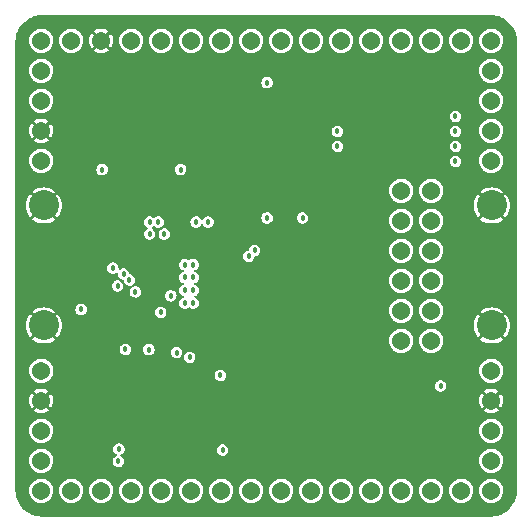
<source format=gbr>
%TF.GenerationSoftware,KiCad,Pcbnew,(6.0.5)*%
%TF.CreationDate,2022-06-16T15:32:05-04:00*%
%TF.ProjectId,pq-cdh,70712d63-6468-42e6-9b69-6361645f7063,V0.2.0*%
%TF.SameCoordinates,Original*%
%TF.FileFunction,Copper,L2,Inr*%
%TF.FilePolarity,Positive*%
%FSLAX46Y46*%
G04 Gerber Fmt 4.6, Leading zero omitted, Abs format (unit mm)*
G04 Created by KiCad (PCBNEW (6.0.5)) date 2022-06-16 15:32:05*
%MOMM*%
%LPD*%
G01*
G04 APERTURE LIST*
%TA.AperFunction,ComponentPad*%
%ADD10C,1.540000*%
%TD*%
%TA.AperFunction,ComponentPad*%
%ADD11C,2.540000*%
%TD*%
%TA.AperFunction,ViaPad*%
%ADD12C,0.457200*%
%TD*%
G04 APERTURE END LIST*
D10*
%TO.N,VDD*%
%TO.C,J1*%
X174050000Y-116890000D03*
%TO.N,GND*%
X174050000Y-119430000D03*
%TO.N,/SWDIO*%
X174050000Y-121970000D03*
%TO.N,/SWCLK*%
X174050000Y-124510000D03*
%TD*%
%TO.N,unconnected-(J5-Pad1)*%
%TO.C,J5*%
X135950000Y-88950000D03*
%TO.N,unconnected-(J5-Pad2)*%
X138490000Y-88950000D03*
%TO.N,GND*%
X141030000Y-88950000D03*
%TO.N,unconnected-(J5-Pad4)*%
X143570000Y-88950000D03*
%TO.N,unconnected-(J5-Pad5)*%
X146110000Y-88950000D03*
%TO.N,unconnected-(J5-Pad6)*%
X148650000Y-88950000D03*
%TO.N,/NRST*%
X151190000Y-88950000D03*
%TO.N,/USART1_CK*%
X153730000Y-88950000D03*
%TO.N,/USART1_CTS*%
X156270000Y-88950000D03*
%TO.N,/USART1_TX*%
X158810000Y-88950000D03*
%TO.N,/USART1_RX*%
X161350000Y-88950000D03*
%TO.N,/USART1_RTS*%
X163890000Y-88950000D03*
%TO.N,unconnected-(J5-Pad13)*%
X166430000Y-88950000D03*
%TO.N,unconnected-(J5-Pad14)*%
X168970000Y-88950000D03*
%TO.N,unconnected-(J5-Pad15)*%
X171510000Y-88950000D03*
%TO.N,unconnected-(J5-Pad16)*%
X174050000Y-88950000D03*
%TD*%
D11*
%TO.N,GND*%
%TO.C,J6*%
X174080000Y-113060000D03*
X136160000Y-113060000D03*
X174080000Y-102900000D03*
X136160000Y-102900000D03*
%TD*%
D10*
%TO.N,/DCMI_D0*%
%TO.C,J7*%
X168970000Y-114350000D03*
%TO.N,/DCMI_D1*%
X166430000Y-114350000D03*
%TO.N,/DCMI_D2*%
X168970000Y-111810000D03*
%TO.N,/DCMI_D3*%
X166430000Y-111810000D03*
%TO.N,/DCMI_D4*%
X168970000Y-109270000D03*
%TO.N,/DCMI_D5*%
X166430000Y-109270000D03*
%TO.N,/DCMI_D6*%
X168970000Y-106730000D03*
%TO.N,/DCMI_D7*%
X166430000Y-106730000D03*
%TO.N,unconnected-(J7-Pad9)*%
X168970000Y-104190000D03*
%TO.N,/DCMI_PIXCLK*%
X166430000Y-104190000D03*
%TO.N,/DCMI_HSYNC*%
X168970000Y-101650000D03*
%TO.N,/DCMI_VSYNC*%
X166430000Y-101650000D03*
%TD*%
%TO.N,unconnected-(J8-Pad1)*%
%TO.C,J8*%
X135950000Y-116890000D03*
%TO.N,GND*%
X135950000Y-119430000D03*
%TO.N,unconnected-(J8-Pad3)*%
X135950000Y-121970000D03*
%TO.N,unconnected-(J8-Pad4)*%
X135950000Y-124510000D03*
%TD*%
%TO.N,unconnected-(J4-Pad1)*%
%TO.C,J4*%
X135950000Y-91490000D03*
%TO.N,unconnected-(J4-Pad2)*%
X135950000Y-94030000D03*
%TO.N,GND*%
X135950000Y-96570000D03*
%TO.N,unconnected-(J4-Pad4)*%
X135950000Y-99110000D03*
%TD*%
%TO.N,/SDA3*%
%TO.C,J2*%
X135950000Y-127050000D03*
%TO.N,/SCL3*%
X138490000Y-127050000D03*
%TO.N,/AIN16*%
X141030000Y-127050000D03*
%TO.N,/IO3*%
X143570000Y-127050000D03*
%TO.N,/IO4*%
X146110000Y-127050000D03*
%TO.N,unconnected-(J2-Pad6)*%
X148650000Y-127050000D03*
%TO.N,unconnected-(J2-Pad7)*%
X151190000Y-127050000D03*
%TO.N,/BOOT0*%
X153730000Y-127050000D03*
%TO.N,/LPUART_CTS*%
X156270000Y-127050000D03*
%TO.N,/LPUART_TX*%
X158810000Y-127050000D03*
%TO.N,/LPUART_RX*%
X161350000Y-127050000D03*
%TO.N,/LPUART_RTS*%
X163890000Y-127050000D03*
%TO.N,unconnected-(J2-Pad13)*%
X166430000Y-127050000D03*
%TO.N,unconnected-(J2-Pad14)*%
X168970000Y-127050000D03*
%TO.N,unconnected-(J2-Pad15)*%
X171510000Y-127050000D03*
%TO.N,unconnected-(J2-Pad16)*%
X174050000Y-127050000D03*
%TD*%
%TO.N,unconnected-(J3-Pad1)*%
%TO.C,J3*%
X174050000Y-99110000D03*
%TO.N,unconnected-(J3-Pad2)*%
X174050000Y-96570000D03*
%TO.N,unconnected-(J3-Pad3)*%
X174050000Y-94030000D03*
%TO.N,unconnected-(J3-Pad4)*%
X174050000Y-91490000D03*
%TD*%
D12*
%TO.N,GND*%
X161020000Y-99160000D03*
X160470000Y-102750000D03*
X149560000Y-100810000D03*
X154000000Y-105500000D03*
X149060000Y-97110000D03*
X139290000Y-110800000D03*
X156470000Y-103950000D03*
X163530000Y-115200000D03*
X154500000Y-109720000D03*
X168600000Y-121200000D03*
X158510000Y-107420000D03*
X163530000Y-106495000D03*
X143060000Y-100910000D03*
X149560000Y-115180000D03*
X163530000Y-109715000D03*
X157970000Y-105150000D03*
X148850000Y-122900000D03*
X160470000Y-100950000D03*
X151540000Y-120920000D03*
X152510000Y-117270000D03*
X143820000Y-122880000D03*
X156470000Y-99950000D03*
X163530000Y-112650000D03*
X142560000Y-97110000D03*
%TO.N,/USART1_RTS*%
X143910000Y-110210000D03*
%TO.N,/USART1_RX*%
X143410000Y-109210000D03*
%TO.N,/USART1_TX*%
X142910000Y-108710000D03*
%TO.N,/USART1_CTS*%
X142410000Y-109710000D03*
%TO.N,/USART1_CK*%
X142010000Y-108210000D03*
%TO.N,/NRST*%
X155070000Y-92500000D03*
X155070000Y-103950000D03*
%TO.N,/LPUART_RX*%
X145840000Y-104310000D03*
%TO.N,/LPUART_TX*%
X145120000Y-104310000D03*
%TO.N,/BOOT0*%
X151300000Y-123610000D03*
%TO.N,/SPI1_MISO*%
X161010000Y-96630000D03*
X147410000Y-115360000D03*
%TO.N,/IO1_WP*%
X153500000Y-107210000D03*
X161020000Y-97900000D03*
%TO.N,/SPI1_MOSI*%
X148510000Y-115760000D03*
X171008500Y-99170000D03*
%TO.N,/SPI1_SCK*%
X146060000Y-111960000D03*
X171008500Y-97900000D03*
%TO.N,/VDD_FILT*%
X147750000Y-99860000D03*
X171008500Y-95365000D03*
X151100000Y-117280000D03*
X169760000Y-118180000D03*
X141100000Y-99860000D03*
X139320000Y-111710000D03*
X158070000Y-103950000D03*
%TO.N,/IO2_HR*%
X154000000Y-106710000D03*
X171008500Y-96630000D03*
%TO.N,/DCMI_HSYNC*%
X150060000Y-104310000D03*
%TO.N,/DCMI_PIXCLK*%
X149060000Y-104310000D03*
%TO.N,/SCL3*%
X142470000Y-124560000D03*
%TO.N,/DCMI_D0*%
X148810000Y-111160000D03*
%TO.N,/DCMI_D1*%
X148110000Y-111160000D03*
%TO.N,/DCMI_D2*%
X148810000Y-110080000D03*
%TO.N,/DCMI_D3*%
X148110000Y-110080000D03*
%TO.N,/SDA3*%
X142520000Y-123530000D03*
%TO.N,/DCMI_D4*%
X148810000Y-109000000D03*
%TO.N,/LPUART_RTS*%
X146360000Y-105310000D03*
%TO.N,/DCMI_D5*%
X148110000Y-109000000D03*
%TO.N,/DCMI_VSYNC*%
X146910000Y-110550000D03*
%TO.N,/DCMI_D6*%
X148810000Y-107920000D03*
%TO.N,/DCMI_D7*%
X148110000Y-107920000D03*
%TO.N,/LPUART_CTS*%
X145120000Y-105310000D03*
%TO.N,/IO3*%
X143060000Y-115080000D03*
%TO.N,/IO4*%
X145060000Y-115100000D03*
%TD*%
%TA.AperFunction,Conductor*%
%TO.N,GND*%
G36*
X173940971Y-86755701D02*
G01*
X173960000Y-86759486D01*
X173971308Y-86757237D01*
X173987273Y-86756150D01*
X174042424Y-86759486D01*
X174231716Y-86770936D01*
X174239208Y-86771846D01*
X174310886Y-86784981D01*
X174503241Y-86820231D01*
X174510559Y-86822035D01*
X174766844Y-86901897D01*
X174773887Y-86904568D01*
X175010456Y-87011038D01*
X175018681Y-87014740D01*
X175025364Y-87018248D01*
X175255076Y-87157114D01*
X175261287Y-87161401D01*
X175472593Y-87326949D01*
X175478242Y-87331954D01*
X175668046Y-87521758D01*
X175673051Y-87527407D01*
X175838599Y-87738713D01*
X175842886Y-87744924D01*
X175981752Y-87974636D01*
X175985260Y-87981319D01*
X176045687Y-88115581D01*
X176095430Y-88226106D01*
X176098103Y-88233156D01*
X176177964Y-88489436D01*
X176179769Y-88496759D01*
X176190478Y-88555196D01*
X176228154Y-88760792D01*
X176229064Y-88768284D01*
X176241689Y-88976993D01*
X176243850Y-89012727D01*
X176242763Y-89028692D01*
X176240514Y-89040000D01*
X176241715Y-89046038D01*
X176244299Y-89059029D01*
X176245500Y-89071222D01*
X176245500Y-126928778D01*
X176244299Y-126940971D01*
X176240514Y-126960000D01*
X176241715Y-126966037D01*
X176242763Y-126971306D01*
X176243850Y-126987273D01*
X176229064Y-127231716D01*
X176228154Y-127239208D01*
X176220500Y-127280974D01*
X176185608Y-127471380D01*
X176179770Y-127503236D01*
X176177965Y-127510559D01*
X176098641Y-127765121D01*
X176098106Y-127766837D01*
X176095432Y-127773887D01*
X176030033Y-127919199D01*
X175985260Y-128018681D01*
X175981752Y-128025364D01*
X175842886Y-128255076D01*
X175838599Y-128261287D01*
X175673051Y-128472593D01*
X175668046Y-128478242D01*
X175478242Y-128668046D01*
X175472593Y-128673051D01*
X175261287Y-128838599D01*
X175255076Y-128842886D01*
X175025364Y-128981752D01*
X175018681Y-128985260D01*
X174773887Y-129095432D01*
X174766844Y-129098103D01*
X174510559Y-129177965D01*
X174503241Y-129179769D01*
X174310886Y-129215019D01*
X174239208Y-129228154D01*
X174231716Y-129229064D01*
X174067466Y-129238999D01*
X173987273Y-129243850D01*
X173971308Y-129242763D01*
X173960000Y-129240514D01*
X173953962Y-129241715D01*
X173940971Y-129244299D01*
X173928778Y-129245500D01*
X136071222Y-129245500D01*
X136059029Y-129244299D01*
X136046038Y-129241715D01*
X136040000Y-129240514D01*
X136028692Y-129242763D01*
X136012727Y-129243850D01*
X135932534Y-129238999D01*
X135768284Y-129229064D01*
X135760792Y-129228154D01*
X135689114Y-129215019D01*
X135496759Y-129179769D01*
X135489441Y-129177965D01*
X135233156Y-129098103D01*
X135226113Y-129095432D01*
X134981319Y-128985260D01*
X134974636Y-128981752D01*
X134744924Y-128842886D01*
X134738713Y-128838599D01*
X134527407Y-128673051D01*
X134521758Y-128668046D01*
X134331954Y-128478242D01*
X134326949Y-128472593D01*
X134161401Y-128261287D01*
X134157114Y-128255076D01*
X134018248Y-128025364D01*
X134014740Y-128018681D01*
X133969967Y-127919199D01*
X133904568Y-127773887D01*
X133901894Y-127766837D01*
X133901360Y-127765121D01*
X133822035Y-127510559D01*
X133820230Y-127503236D01*
X133814393Y-127471380D01*
X133779500Y-127280974D01*
X133771846Y-127239208D01*
X133770936Y-127231716D01*
X133759075Y-127035627D01*
X134920643Y-127035627D01*
X134937455Y-127235837D01*
X134992835Y-127428968D01*
X134994234Y-127431690D01*
X135083273Y-127604942D01*
X135083276Y-127604946D01*
X135084673Y-127607665D01*
X135209471Y-127765121D01*
X135211795Y-127767099D01*
X135211797Y-127767101D01*
X135349645Y-127884419D01*
X135362475Y-127895338D01*
X135537858Y-127993356D01*
X135540762Y-127994300D01*
X135540763Y-127994300D01*
X135726026Y-128054496D01*
X135726031Y-128054497D01*
X135728939Y-128055442D01*
X135928441Y-128079231D01*
X135931483Y-128078997D01*
X135931486Y-128078997D01*
X136125712Y-128064052D01*
X136125714Y-128064052D01*
X136128763Y-128063817D01*
X136322277Y-128009787D01*
X136325000Y-128008412D01*
X136325004Y-128008410D01*
X136498891Y-127920573D01*
X136501611Y-127919199D01*
X136504009Y-127917326D01*
X136504013Y-127917323D01*
X136586817Y-127852629D01*
X136659934Y-127795504D01*
X136678588Y-127773894D01*
X136711374Y-127735910D01*
X136791216Y-127643412D01*
X136890456Y-127468718D01*
X136953874Y-127278075D01*
X136979056Y-127078744D01*
X136979457Y-127050000D01*
X136978048Y-127035627D01*
X137460643Y-127035627D01*
X137477455Y-127235837D01*
X137532835Y-127428968D01*
X137534234Y-127431690D01*
X137623273Y-127604942D01*
X137623276Y-127604946D01*
X137624673Y-127607665D01*
X137749471Y-127765121D01*
X137751795Y-127767099D01*
X137751797Y-127767101D01*
X137889645Y-127884419D01*
X137902475Y-127895338D01*
X138077858Y-127993356D01*
X138080762Y-127994300D01*
X138080763Y-127994300D01*
X138266026Y-128054496D01*
X138266031Y-128054497D01*
X138268939Y-128055442D01*
X138468441Y-128079231D01*
X138471483Y-128078997D01*
X138471486Y-128078997D01*
X138665712Y-128064052D01*
X138665714Y-128064052D01*
X138668763Y-128063817D01*
X138862277Y-128009787D01*
X138865000Y-128008412D01*
X138865004Y-128008410D01*
X139038891Y-127920573D01*
X139041611Y-127919199D01*
X139044009Y-127917326D01*
X139044013Y-127917323D01*
X139126817Y-127852629D01*
X139199934Y-127795504D01*
X139218588Y-127773894D01*
X139251374Y-127735910D01*
X139331216Y-127643412D01*
X139430456Y-127468718D01*
X139493874Y-127278075D01*
X139519056Y-127078744D01*
X139519457Y-127050000D01*
X139518048Y-127035627D01*
X140000643Y-127035627D01*
X140017455Y-127235837D01*
X140072835Y-127428968D01*
X140074234Y-127431690D01*
X140163273Y-127604942D01*
X140163276Y-127604946D01*
X140164673Y-127607665D01*
X140289471Y-127765121D01*
X140291795Y-127767099D01*
X140291797Y-127767101D01*
X140429645Y-127884419D01*
X140442475Y-127895338D01*
X140617858Y-127993356D01*
X140620762Y-127994300D01*
X140620763Y-127994300D01*
X140806026Y-128054496D01*
X140806031Y-128054497D01*
X140808939Y-128055442D01*
X141008441Y-128079231D01*
X141011483Y-128078997D01*
X141011486Y-128078997D01*
X141205712Y-128064052D01*
X141205714Y-128064052D01*
X141208763Y-128063817D01*
X141402277Y-128009787D01*
X141405000Y-128008412D01*
X141405004Y-128008410D01*
X141578891Y-127920573D01*
X141581611Y-127919199D01*
X141584009Y-127917326D01*
X141584013Y-127917323D01*
X141666817Y-127852629D01*
X141739934Y-127795504D01*
X141758588Y-127773894D01*
X141791374Y-127735910D01*
X141871216Y-127643412D01*
X141970456Y-127468718D01*
X142033874Y-127278075D01*
X142059056Y-127078744D01*
X142059457Y-127050000D01*
X142058048Y-127035627D01*
X142540643Y-127035627D01*
X142557455Y-127235837D01*
X142612835Y-127428968D01*
X142614234Y-127431690D01*
X142703273Y-127604942D01*
X142703276Y-127604946D01*
X142704673Y-127607665D01*
X142829471Y-127765121D01*
X142831795Y-127767099D01*
X142831797Y-127767101D01*
X142969645Y-127884419D01*
X142982475Y-127895338D01*
X143157858Y-127993356D01*
X143160762Y-127994300D01*
X143160763Y-127994300D01*
X143346026Y-128054496D01*
X143346031Y-128054497D01*
X143348939Y-128055442D01*
X143548441Y-128079231D01*
X143551483Y-128078997D01*
X143551486Y-128078997D01*
X143745712Y-128064052D01*
X143745714Y-128064052D01*
X143748763Y-128063817D01*
X143942277Y-128009787D01*
X143945000Y-128008412D01*
X143945004Y-128008410D01*
X144118891Y-127920573D01*
X144121611Y-127919199D01*
X144124009Y-127917326D01*
X144124013Y-127917323D01*
X144206817Y-127852629D01*
X144279934Y-127795504D01*
X144298588Y-127773894D01*
X144331374Y-127735910D01*
X144411216Y-127643412D01*
X144510456Y-127468718D01*
X144573874Y-127278075D01*
X144599056Y-127078744D01*
X144599457Y-127050000D01*
X144598048Y-127035627D01*
X145080643Y-127035627D01*
X145097455Y-127235837D01*
X145152835Y-127428968D01*
X145154234Y-127431690D01*
X145243273Y-127604942D01*
X145243276Y-127604946D01*
X145244673Y-127607665D01*
X145369471Y-127765121D01*
X145371795Y-127767099D01*
X145371797Y-127767101D01*
X145509645Y-127884419D01*
X145522475Y-127895338D01*
X145697858Y-127993356D01*
X145700762Y-127994300D01*
X145700763Y-127994300D01*
X145886026Y-128054496D01*
X145886031Y-128054497D01*
X145888939Y-128055442D01*
X146088441Y-128079231D01*
X146091483Y-128078997D01*
X146091486Y-128078997D01*
X146285712Y-128064052D01*
X146285714Y-128064052D01*
X146288763Y-128063817D01*
X146482277Y-128009787D01*
X146485000Y-128008412D01*
X146485004Y-128008410D01*
X146658891Y-127920573D01*
X146661611Y-127919199D01*
X146664009Y-127917326D01*
X146664013Y-127917323D01*
X146746817Y-127852629D01*
X146819934Y-127795504D01*
X146838588Y-127773894D01*
X146871374Y-127735910D01*
X146951216Y-127643412D01*
X147050456Y-127468718D01*
X147113874Y-127278075D01*
X147139056Y-127078744D01*
X147139457Y-127050000D01*
X147138048Y-127035627D01*
X147620643Y-127035627D01*
X147637455Y-127235837D01*
X147692835Y-127428968D01*
X147694234Y-127431690D01*
X147783273Y-127604942D01*
X147783276Y-127604946D01*
X147784673Y-127607665D01*
X147909471Y-127765121D01*
X147911795Y-127767099D01*
X147911797Y-127767101D01*
X148049645Y-127884419D01*
X148062475Y-127895338D01*
X148237858Y-127993356D01*
X148240762Y-127994300D01*
X148240763Y-127994300D01*
X148426026Y-128054496D01*
X148426031Y-128054497D01*
X148428939Y-128055442D01*
X148628441Y-128079231D01*
X148631483Y-128078997D01*
X148631486Y-128078997D01*
X148825712Y-128064052D01*
X148825714Y-128064052D01*
X148828763Y-128063817D01*
X149022277Y-128009787D01*
X149025000Y-128008412D01*
X149025004Y-128008410D01*
X149198891Y-127920573D01*
X149201611Y-127919199D01*
X149204009Y-127917326D01*
X149204013Y-127917323D01*
X149286817Y-127852629D01*
X149359934Y-127795504D01*
X149378588Y-127773894D01*
X149411374Y-127735910D01*
X149491216Y-127643412D01*
X149590456Y-127468718D01*
X149653874Y-127278075D01*
X149679056Y-127078744D01*
X149679457Y-127050000D01*
X149678048Y-127035627D01*
X150160643Y-127035627D01*
X150177455Y-127235837D01*
X150232835Y-127428968D01*
X150234234Y-127431690D01*
X150323273Y-127604942D01*
X150323276Y-127604946D01*
X150324673Y-127607665D01*
X150449471Y-127765121D01*
X150451795Y-127767099D01*
X150451797Y-127767101D01*
X150589645Y-127884419D01*
X150602475Y-127895338D01*
X150777858Y-127993356D01*
X150780762Y-127994300D01*
X150780763Y-127994300D01*
X150966026Y-128054496D01*
X150966031Y-128054497D01*
X150968939Y-128055442D01*
X151168441Y-128079231D01*
X151171483Y-128078997D01*
X151171486Y-128078997D01*
X151365712Y-128064052D01*
X151365714Y-128064052D01*
X151368763Y-128063817D01*
X151562277Y-128009787D01*
X151565000Y-128008412D01*
X151565004Y-128008410D01*
X151738891Y-127920573D01*
X151741611Y-127919199D01*
X151744009Y-127917326D01*
X151744013Y-127917323D01*
X151826817Y-127852629D01*
X151899934Y-127795504D01*
X151918588Y-127773894D01*
X151951374Y-127735910D01*
X152031216Y-127643412D01*
X152130456Y-127468718D01*
X152193874Y-127278075D01*
X152219056Y-127078744D01*
X152219457Y-127050000D01*
X152218048Y-127035627D01*
X152700643Y-127035627D01*
X152717455Y-127235837D01*
X152772835Y-127428968D01*
X152774234Y-127431690D01*
X152863273Y-127604942D01*
X152863276Y-127604946D01*
X152864673Y-127607665D01*
X152989471Y-127765121D01*
X152991795Y-127767099D01*
X152991797Y-127767101D01*
X153129645Y-127884419D01*
X153142475Y-127895338D01*
X153317858Y-127993356D01*
X153320762Y-127994300D01*
X153320763Y-127994300D01*
X153506026Y-128054496D01*
X153506031Y-128054497D01*
X153508939Y-128055442D01*
X153708441Y-128079231D01*
X153711483Y-128078997D01*
X153711486Y-128078997D01*
X153905712Y-128064052D01*
X153905714Y-128064052D01*
X153908763Y-128063817D01*
X154102277Y-128009787D01*
X154105000Y-128008412D01*
X154105004Y-128008410D01*
X154278891Y-127920573D01*
X154281611Y-127919199D01*
X154284009Y-127917326D01*
X154284013Y-127917323D01*
X154366817Y-127852629D01*
X154439934Y-127795504D01*
X154458588Y-127773894D01*
X154491374Y-127735910D01*
X154571216Y-127643412D01*
X154670456Y-127468718D01*
X154733874Y-127278075D01*
X154759056Y-127078744D01*
X154759457Y-127050000D01*
X154758048Y-127035627D01*
X155240643Y-127035627D01*
X155257455Y-127235837D01*
X155312835Y-127428968D01*
X155314234Y-127431690D01*
X155403273Y-127604942D01*
X155403276Y-127604946D01*
X155404673Y-127607665D01*
X155529471Y-127765121D01*
X155531795Y-127767099D01*
X155531797Y-127767101D01*
X155669645Y-127884419D01*
X155682475Y-127895338D01*
X155857858Y-127993356D01*
X155860762Y-127994300D01*
X155860763Y-127994300D01*
X156046026Y-128054496D01*
X156046031Y-128054497D01*
X156048939Y-128055442D01*
X156248441Y-128079231D01*
X156251483Y-128078997D01*
X156251486Y-128078997D01*
X156445712Y-128064052D01*
X156445714Y-128064052D01*
X156448763Y-128063817D01*
X156642277Y-128009787D01*
X156645000Y-128008412D01*
X156645004Y-128008410D01*
X156818891Y-127920573D01*
X156821611Y-127919199D01*
X156824009Y-127917326D01*
X156824013Y-127917323D01*
X156906817Y-127852629D01*
X156979934Y-127795504D01*
X156998588Y-127773894D01*
X157031374Y-127735910D01*
X157111216Y-127643412D01*
X157210456Y-127468718D01*
X157273874Y-127278075D01*
X157299056Y-127078744D01*
X157299457Y-127050000D01*
X157298048Y-127035627D01*
X157780643Y-127035627D01*
X157797455Y-127235837D01*
X157852835Y-127428968D01*
X157854234Y-127431690D01*
X157943273Y-127604942D01*
X157943276Y-127604946D01*
X157944673Y-127607665D01*
X158069471Y-127765121D01*
X158071795Y-127767099D01*
X158071797Y-127767101D01*
X158209645Y-127884419D01*
X158222475Y-127895338D01*
X158397858Y-127993356D01*
X158400762Y-127994300D01*
X158400763Y-127994300D01*
X158586026Y-128054496D01*
X158586031Y-128054497D01*
X158588939Y-128055442D01*
X158788441Y-128079231D01*
X158791483Y-128078997D01*
X158791486Y-128078997D01*
X158985712Y-128064052D01*
X158985714Y-128064052D01*
X158988763Y-128063817D01*
X159182277Y-128009787D01*
X159185000Y-128008412D01*
X159185004Y-128008410D01*
X159358891Y-127920573D01*
X159361611Y-127919199D01*
X159364009Y-127917326D01*
X159364013Y-127917323D01*
X159446817Y-127852629D01*
X159519934Y-127795504D01*
X159538588Y-127773894D01*
X159571374Y-127735910D01*
X159651216Y-127643412D01*
X159750456Y-127468718D01*
X159813874Y-127278075D01*
X159839056Y-127078744D01*
X159839457Y-127050000D01*
X159838048Y-127035627D01*
X160320643Y-127035627D01*
X160337455Y-127235837D01*
X160392835Y-127428968D01*
X160394234Y-127431690D01*
X160483273Y-127604942D01*
X160483276Y-127604946D01*
X160484673Y-127607665D01*
X160609471Y-127765121D01*
X160611795Y-127767099D01*
X160611797Y-127767101D01*
X160749645Y-127884419D01*
X160762475Y-127895338D01*
X160937858Y-127993356D01*
X160940762Y-127994300D01*
X160940763Y-127994300D01*
X161126026Y-128054496D01*
X161126031Y-128054497D01*
X161128939Y-128055442D01*
X161328441Y-128079231D01*
X161331483Y-128078997D01*
X161331486Y-128078997D01*
X161525712Y-128064052D01*
X161525714Y-128064052D01*
X161528763Y-128063817D01*
X161722277Y-128009787D01*
X161725000Y-128008412D01*
X161725004Y-128008410D01*
X161898891Y-127920573D01*
X161901611Y-127919199D01*
X161904009Y-127917326D01*
X161904013Y-127917323D01*
X161986817Y-127852629D01*
X162059934Y-127795504D01*
X162078588Y-127773894D01*
X162111374Y-127735910D01*
X162191216Y-127643412D01*
X162290456Y-127468718D01*
X162353874Y-127278075D01*
X162379056Y-127078744D01*
X162379457Y-127050000D01*
X162378048Y-127035627D01*
X162860643Y-127035627D01*
X162877455Y-127235837D01*
X162932835Y-127428968D01*
X162934234Y-127431690D01*
X163023273Y-127604942D01*
X163023276Y-127604946D01*
X163024673Y-127607665D01*
X163149471Y-127765121D01*
X163151795Y-127767099D01*
X163151797Y-127767101D01*
X163289645Y-127884419D01*
X163302475Y-127895338D01*
X163477858Y-127993356D01*
X163480762Y-127994300D01*
X163480763Y-127994300D01*
X163666026Y-128054496D01*
X163666031Y-128054497D01*
X163668939Y-128055442D01*
X163868441Y-128079231D01*
X163871483Y-128078997D01*
X163871486Y-128078997D01*
X164065712Y-128064052D01*
X164065714Y-128064052D01*
X164068763Y-128063817D01*
X164262277Y-128009787D01*
X164265000Y-128008412D01*
X164265004Y-128008410D01*
X164438891Y-127920573D01*
X164441611Y-127919199D01*
X164444009Y-127917326D01*
X164444013Y-127917323D01*
X164526817Y-127852629D01*
X164599934Y-127795504D01*
X164618588Y-127773894D01*
X164651374Y-127735910D01*
X164731216Y-127643412D01*
X164830456Y-127468718D01*
X164893874Y-127278075D01*
X164919056Y-127078744D01*
X164919457Y-127050000D01*
X164918048Y-127035627D01*
X165400643Y-127035627D01*
X165417455Y-127235837D01*
X165472835Y-127428968D01*
X165474234Y-127431690D01*
X165563273Y-127604942D01*
X165563276Y-127604946D01*
X165564673Y-127607665D01*
X165689471Y-127765121D01*
X165691795Y-127767099D01*
X165691797Y-127767101D01*
X165829645Y-127884419D01*
X165842475Y-127895338D01*
X166017858Y-127993356D01*
X166020762Y-127994300D01*
X166020763Y-127994300D01*
X166206026Y-128054496D01*
X166206031Y-128054497D01*
X166208939Y-128055442D01*
X166408441Y-128079231D01*
X166411483Y-128078997D01*
X166411486Y-128078997D01*
X166605712Y-128064052D01*
X166605714Y-128064052D01*
X166608763Y-128063817D01*
X166802277Y-128009787D01*
X166805000Y-128008412D01*
X166805004Y-128008410D01*
X166978891Y-127920573D01*
X166981611Y-127919199D01*
X166984009Y-127917326D01*
X166984013Y-127917323D01*
X167066817Y-127852629D01*
X167139934Y-127795504D01*
X167158588Y-127773894D01*
X167191374Y-127735910D01*
X167271216Y-127643412D01*
X167370456Y-127468718D01*
X167433874Y-127278075D01*
X167459056Y-127078744D01*
X167459457Y-127050000D01*
X167458048Y-127035627D01*
X167940643Y-127035627D01*
X167957455Y-127235837D01*
X168012835Y-127428968D01*
X168014234Y-127431690D01*
X168103273Y-127604942D01*
X168103276Y-127604946D01*
X168104673Y-127607665D01*
X168229471Y-127765121D01*
X168231795Y-127767099D01*
X168231797Y-127767101D01*
X168369645Y-127884419D01*
X168382475Y-127895338D01*
X168557858Y-127993356D01*
X168560762Y-127994300D01*
X168560763Y-127994300D01*
X168746026Y-128054496D01*
X168746031Y-128054497D01*
X168748939Y-128055442D01*
X168948441Y-128079231D01*
X168951483Y-128078997D01*
X168951486Y-128078997D01*
X169145712Y-128064052D01*
X169145714Y-128064052D01*
X169148763Y-128063817D01*
X169342277Y-128009787D01*
X169345000Y-128008412D01*
X169345004Y-128008410D01*
X169518891Y-127920573D01*
X169521611Y-127919199D01*
X169524009Y-127917326D01*
X169524013Y-127917323D01*
X169606817Y-127852629D01*
X169679934Y-127795504D01*
X169698588Y-127773894D01*
X169731374Y-127735910D01*
X169811216Y-127643412D01*
X169910456Y-127468718D01*
X169973874Y-127278075D01*
X169999056Y-127078744D01*
X169999457Y-127050000D01*
X169998048Y-127035627D01*
X170480643Y-127035627D01*
X170497455Y-127235837D01*
X170552835Y-127428968D01*
X170554234Y-127431690D01*
X170643273Y-127604942D01*
X170643276Y-127604946D01*
X170644673Y-127607665D01*
X170769471Y-127765121D01*
X170771795Y-127767099D01*
X170771797Y-127767101D01*
X170909645Y-127884419D01*
X170922475Y-127895338D01*
X171097858Y-127993356D01*
X171100762Y-127994300D01*
X171100763Y-127994300D01*
X171286026Y-128054496D01*
X171286031Y-128054497D01*
X171288939Y-128055442D01*
X171488441Y-128079231D01*
X171491483Y-128078997D01*
X171491486Y-128078997D01*
X171685712Y-128064052D01*
X171685714Y-128064052D01*
X171688763Y-128063817D01*
X171882277Y-128009787D01*
X171885000Y-128008412D01*
X171885004Y-128008410D01*
X172058891Y-127920573D01*
X172061611Y-127919199D01*
X172064009Y-127917326D01*
X172064013Y-127917323D01*
X172146817Y-127852629D01*
X172219934Y-127795504D01*
X172238588Y-127773894D01*
X172271374Y-127735910D01*
X172351216Y-127643412D01*
X172450456Y-127468718D01*
X172513874Y-127278075D01*
X172539056Y-127078744D01*
X172539457Y-127050000D01*
X172538048Y-127035627D01*
X173020643Y-127035627D01*
X173037455Y-127235837D01*
X173092835Y-127428968D01*
X173094234Y-127431690D01*
X173183273Y-127604942D01*
X173183276Y-127604946D01*
X173184673Y-127607665D01*
X173309471Y-127765121D01*
X173311795Y-127767099D01*
X173311797Y-127767101D01*
X173449645Y-127884419D01*
X173462475Y-127895338D01*
X173637858Y-127993356D01*
X173640762Y-127994300D01*
X173640763Y-127994300D01*
X173826026Y-128054496D01*
X173826031Y-128054497D01*
X173828939Y-128055442D01*
X174028441Y-128079231D01*
X174031483Y-128078997D01*
X174031486Y-128078997D01*
X174225712Y-128064052D01*
X174225714Y-128064052D01*
X174228763Y-128063817D01*
X174422277Y-128009787D01*
X174425000Y-128008412D01*
X174425004Y-128008410D01*
X174598891Y-127920573D01*
X174601611Y-127919199D01*
X174604009Y-127917326D01*
X174604013Y-127917323D01*
X174686817Y-127852629D01*
X174759934Y-127795504D01*
X174778588Y-127773894D01*
X174811374Y-127735910D01*
X174891216Y-127643412D01*
X174990456Y-127468718D01*
X175053874Y-127278075D01*
X175079056Y-127078744D01*
X175079457Y-127050000D01*
X175059851Y-126850044D01*
X175001780Y-126657704D01*
X174907457Y-126480307D01*
X174780473Y-126324609D01*
X174625665Y-126196541D01*
X174448931Y-126100982D01*
X174393191Y-126083727D01*
X174259916Y-126042471D01*
X174259913Y-126042470D01*
X174257001Y-126041569D01*
X174253968Y-126041250D01*
X174253967Y-126041250D01*
X174202675Y-126035859D01*
X174057187Y-126020568D01*
X174054154Y-126020844D01*
X174054150Y-126020844D01*
X173967114Y-126028766D01*
X173857099Y-126038778D01*
X173664359Y-126095504D01*
X173486307Y-126188587D01*
X173329727Y-126314481D01*
X173200581Y-126468391D01*
X173103790Y-126644454D01*
X173043039Y-126835964D01*
X173042698Y-126839002D01*
X173042698Y-126839003D01*
X173041119Y-126853085D01*
X173020643Y-127035627D01*
X172538048Y-127035627D01*
X172519851Y-126850044D01*
X172461780Y-126657704D01*
X172367457Y-126480307D01*
X172240473Y-126324609D01*
X172085665Y-126196541D01*
X171908931Y-126100982D01*
X171853191Y-126083727D01*
X171719916Y-126042471D01*
X171719913Y-126042470D01*
X171717001Y-126041569D01*
X171713968Y-126041250D01*
X171713967Y-126041250D01*
X171662675Y-126035859D01*
X171517187Y-126020568D01*
X171514154Y-126020844D01*
X171514150Y-126020844D01*
X171427114Y-126028766D01*
X171317099Y-126038778D01*
X171124359Y-126095504D01*
X170946307Y-126188587D01*
X170789727Y-126314481D01*
X170660581Y-126468391D01*
X170563790Y-126644454D01*
X170503039Y-126835964D01*
X170502698Y-126839002D01*
X170502698Y-126839003D01*
X170501119Y-126853085D01*
X170480643Y-127035627D01*
X169998048Y-127035627D01*
X169979851Y-126850044D01*
X169921780Y-126657704D01*
X169827457Y-126480307D01*
X169700473Y-126324609D01*
X169545665Y-126196541D01*
X169368931Y-126100982D01*
X169313191Y-126083727D01*
X169179916Y-126042471D01*
X169179913Y-126042470D01*
X169177001Y-126041569D01*
X169173968Y-126041250D01*
X169173967Y-126041250D01*
X169122675Y-126035859D01*
X168977187Y-126020568D01*
X168974154Y-126020844D01*
X168974150Y-126020844D01*
X168887114Y-126028766D01*
X168777099Y-126038778D01*
X168584359Y-126095504D01*
X168406307Y-126188587D01*
X168249727Y-126314481D01*
X168120581Y-126468391D01*
X168023790Y-126644454D01*
X167963039Y-126835964D01*
X167962698Y-126839002D01*
X167962698Y-126839003D01*
X167961119Y-126853085D01*
X167940643Y-127035627D01*
X167458048Y-127035627D01*
X167439851Y-126850044D01*
X167381780Y-126657704D01*
X167287457Y-126480307D01*
X167160473Y-126324609D01*
X167005665Y-126196541D01*
X166828931Y-126100982D01*
X166773191Y-126083727D01*
X166639916Y-126042471D01*
X166639913Y-126042470D01*
X166637001Y-126041569D01*
X166633968Y-126041250D01*
X166633967Y-126041250D01*
X166582675Y-126035859D01*
X166437187Y-126020568D01*
X166434154Y-126020844D01*
X166434150Y-126020844D01*
X166347114Y-126028766D01*
X166237099Y-126038778D01*
X166044359Y-126095504D01*
X165866307Y-126188587D01*
X165709727Y-126314481D01*
X165580581Y-126468391D01*
X165483790Y-126644454D01*
X165423039Y-126835964D01*
X165422698Y-126839002D01*
X165422698Y-126839003D01*
X165421119Y-126853085D01*
X165400643Y-127035627D01*
X164918048Y-127035627D01*
X164899851Y-126850044D01*
X164841780Y-126657704D01*
X164747457Y-126480307D01*
X164620473Y-126324609D01*
X164465665Y-126196541D01*
X164288931Y-126100982D01*
X164233191Y-126083727D01*
X164099916Y-126042471D01*
X164099913Y-126042470D01*
X164097001Y-126041569D01*
X164093968Y-126041250D01*
X164093967Y-126041250D01*
X164042675Y-126035859D01*
X163897187Y-126020568D01*
X163894154Y-126020844D01*
X163894150Y-126020844D01*
X163807114Y-126028766D01*
X163697099Y-126038778D01*
X163504359Y-126095504D01*
X163326307Y-126188587D01*
X163169727Y-126314481D01*
X163040581Y-126468391D01*
X162943790Y-126644454D01*
X162883039Y-126835964D01*
X162882698Y-126839002D01*
X162882698Y-126839003D01*
X162881119Y-126853085D01*
X162860643Y-127035627D01*
X162378048Y-127035627D01*
X162359851Y-126850044D01*
X162301780Y-126657704D01*
X162207457Y-126480307D01*
X162080473Y-126324609D01*
X161925665Y-126196541D01*
X161748931Y-126100982D01*
X161693191Y-126083727D01*
X161559916Y-126042471D01*
X161559913Y-126042470D01*
X161557001Y-126041569D01*
X161553968Y-126041250D01*
X161553967Y-126041250D01*
X161502675Y-126035859D01*
X161357187Y-126020568D01*
X161354154Y-126020844D01*
X161354150Y-126020844D01*
X161267114Y-126028766D01*
X161157099Y-126038778D01*
X160964359Y-126095504D01*
X160786307Y-126188587D01*
X160629727Y-126314481D01*
X160500581Y-126468391D01*
X160403790Y-126644454D01*
X160343039Y-126835964D01*
X160342698Y-126839002D01*
X160342698Y-126839003D01*
X160341119Y-126853085D01*
X160320643Y-127035627D01*
X159838048Y-127035627D01*
X159819851Y-126850044D01*
X159761780Y-126657704D01*
X159667457Y-126480307D01*
X159540473Y-126324609D01*
X159385665Y-126196541D01*
X159208931Y-126100982D01*
X159153191Y-126083727D01*
X159019916Y-126042471D01*
X159019913Y-126042470D01*
X159017001Y-126041569D01*
X159013968Y-126041250D01*
X159013967Y-126041250D01*
X158962675Y-126035859D01*
X158817187Y-126020568D01*
X158814154Y-126020844D01*
X158814150Y-126020844D01*
X158727114Y-126028766D01*
X158617099Y-126038778D01*
X158424359Y-126095504D01*
X158246307Y-126188587D01*
X158089727Y-126314481D01*
X157960581Y-126468391D01*
X157863790Y-126644454D01*
X157803039Y-126835964D01*
X157802698Y-126839002D01*
X157802698Y-126839003D01*
X157801119Y-126853085D01*
X157780643Y-127035627D01*
X157298048Y-127035627D01*
X157279851Y-126850044D01*
X157221780Y-126657704D01*
X157127457Y-126480307D01*
X157000473Y-126324609D01*
X156845665Y-126196541D01*
X156668931Y-126100982D01*
X156613191Y-126083727D01*
X156479916Y-126042471D01*
X156479913Y-126042470D01*
X156477001Y-126041569D01*
X156473968Y-126041250D01*
X156473967Y-126041250D01*
X156422675Y-126035859D01*
X156277187Y-126020568D01*
X156274154Y-126020844D01*
X156274150Y-126020844D01*
X156187114Y-126028766D01*
X156077099Y-126038778D01*
X155884359Y-126095504D01*
X155706307Y-126188587D01*
X155549727Y-126314481D01*
X155420581Y-126468391D01*
X155323790Y-126644454D01*
X155263039Y-126835964D01*
X155262698Y-126839002D01*
X155262698Y-126839003D01*
X155261119Y-126853085D01*
X155240643Y-127035627D01*
X154758048Y-127035627D01*
X154739851Y-126850044D01*
X154681780Y-126657704D01*
X154587457Y-126480307D01*
X154460473Y-126324609D01*
X154305665Y-126196541D01*
X154128931Y-126100982D01*
X154073191Y-126083727D01*
X153939916Y-126042471D01*
X153939913Y-126042470D01*
X153937001Y-126041569D01*
X153933968Y-126041250D01*
X153933967Y-126041250D01*
X153882675Y-126035859D01*
X153737187Y-126020568D01*
X153734154Y-126020844D01*
X153734150Y-126020844D01*
X153647114Y-126028766D01*
X153537099Y-126038778D01*
X153344359Y-126095504D01*
X153166307Y-126188587D01*
X153009727Y-126314481D01*
X152880581Y-126468391D01*
X152783790Y-126644454D01*
X152723039Y-126835964D01*
X152722698Y-126839002D01*
X152722698Y-126839003D01*
X152721119Y-126853085D01*
X152700643Y-127035627D01*
X152218048Y-127035627D01*
X152199851Y-126850044D01*
X152141780Y-126657704D01*
X152047457Y-126480307D01*
X151920473Y-126324609D01*
X151765665Y-126196541D01*
X151588931Y-126100982D01*
X151533191Y-126083727D01*
X151399916Y-126042471D01*
X151399913Y-126042470D01*
X151397001Y-126041569D01*
X151393968Y-126041250D01*
X151393967Y-126041250D01*
X151342675Y-126035859D01*
X151197187Y-126020568D01*
X151194154Y-126020844D01*
X151194150Y-126020844D01*
X151107114Y-126028766D01*
X150997099Y-126038778D01*
X150804359Y-126095504D01*
X150626307Y-126188587D01*
X150469727Y-126314481D01*
X150340581Y-126468391D01*
X150243790Y-126644454D01*
X150183039Y-126835964D01*
X150182698Y-126839002D01*
X150182698Y-126839003D01*
X150181119Y-126853085D01*
X150160643Y-127035627D01*
X149678048Y-127035627D01*
X149659851Y-126850044D01*
X149601780Y-126657704D01*
X149507457Y-126480307D01*
X149380473Y-126324609D01*
X149225665Y-126196541D01*
X149048931Y-126100982D01*
X148993191Y-126083727D01*
X148859916Y-126042471D01*
X148859913Y-126042470D01*
X148857001Y-126041569D01*
X148853968Y-126041250D01*
X148853967Y-126041250D01*
X148802675Y-126035859D01*
X148657187Y-126020568D01*
X148654154Y-126020844D01*
X148654150Y-126020844D01*
X148567114Y-126028766D01*
X148457099Y-126038778D01*
X148264359Y-126095504D01*
X148086307Y-126188587D01*
X147929727Y-126314481D01*
X147800581Y-126468391D01*
X147703790Y-126644454D01*
X147643039Y-126835964D01*
X147642698Y-126839002D01*
X147642698Y-126839003D01*
X147641119Y-126853085D01*
X147620643Y-127035627D01*
X147138048Y-127035627D01*
X147119851Y-126850044D01*
X147061780Y-126657704D01*
X146967457Y-126480307D01*
X146840473Y-126324609D01*
X146685665Y-126196541D01*
X146508931Y-126100982D01*
X146453191Y-126083727D01*
X146319916Y-126042471D01*
X146319913Y-126042470D01*
X146317001Y-126041569D01*
X146313968Y-126041250D01*
X146313967Y-126041250D01*
X146262675Y-126035859D01*
X146117187Y-126020568D01*
X146114154Y-126020844D01*
X146114150Y-126020844D01*
X146027114Y-126028766D01*
X145917099Y-126038778D01*
X145724359Y-126095504D01*
X145546307Y-126188587D01*
X145389727Y-126314481D01*
X145260581Y-126468391D01*
X145163790Y-126644454D01*
X145103039Y-126835964D01*
X145102698Y-126839002D01*
X145102698Y-126839003D01*
X145101119Y-126853085D01*
X145080643Y-127035627D01*
X144598048Y-127035627D01*
X144579851Y-126850044D01*
X144521780Y-126657704D01*
X144427457Y-126480307D01*
X144300473Y-126324609D01*
X144145665Y-126196541D01*
X143968931Y-126100982D01*
X143913191Y-126083727D01*
X143779916Y-126042471D01*
X143779913Y-126042470D01*
X143777001Y-126041569D01*
X143773968Y-126041250D01*
X143773967Y-126041250D01*
X143722675Y-126035859D01*
X143577187Y-126020568D01*
X143574154Y-126020844D01*
X143574150Y-126020844D01*
X143487114Y-126028766D01*
X143377099Y-126038778D01*
X143184359Y-126095504D01*
X143006307Y-126188587D01*
X142849727Y-126314481D01*
X142720581Y-126468391D01*
X142623790Y-126644454D01*
X142563039Y-126835964D01*
X142562698Y-126839002D01*
X142562698Y-126839003D01*
X142561119Y-126853085D01*
X142540643Y-127035627D01*
X142058048Y-127035627D01*
X142039851Y-126850044D01*
X141981780Y-126657704D01*
X141887457Y-126480307D01*
X141760473Y-126324609D01*
X141605665Y-126196541D01*
X141428931Y-126100982D01*
X141373191Y-126083727D01*
X141239916Y-126042471D01*
X141239913Y-126042470D01*
X141237001Y-126041569D01*
X141233968Y-126041250D01*
X141233967Y-126041250D01*
X141182675Y-126035859D01*
X141037187Y-126020568D01*
X141034154Y-126020844D01*
X141034150Y-126020844D01*
X140947114Y-126028766D01*
X140837099Y-126038778D01*
X140644359Y-126095504D01*
X140466307Y-126188587D01*
X140309727Y-126314481D01*
X140180581Y-126468391D01*
X140083790Y-126644454D01*
X140023039Y-126835964D01*
X140022698Y-126839002D01*
X140022698Y-126839003D01*
X140021119Y-126853085D01*
X140000643Y-127035627D01*
X139518048Y-127035627D01*
X139499851Y-126850044D01*
X139441780Y-126657704D01*
X139347457Y-126480307D01*
X139220473Y-126324609D01*
X139065665Y-126196541D01*
X138888931Y-126100982D01*
X138833191Y-126083727D01*
X138699916Y-126042471D01*
X138699913Y-126042470D01*
X138697001Y-126041569D01*
X138693968Y-126041250D01*
X138693967Y-126041250D01*
X138642675Y-126035859D01*
X138497187Y-126020568D01*
X138494154Y-126020844D01*
X138494150Y-126020844D01*
X138407114Y-126028766D01*
X138297099Y-126038778D01*
X138104359Y-126095504D01*
X137926307Y-126188587D01*
X137769727Y-126314481D01*
X137640581Y-126468391D01*
X137543790Y-126644454D01*
X137483039Y-126835964D01*
X137482698Y-126839002D01*
X137482698Y-126839003D01*
X137481119Y-126853085D01*
X137460643Y-127035627D01*
X136978048Y-127035627D01*
X136959851Y-126850044D01*
X136901780Y-126657704D01*
X136807457Y-126480307D01*
X136680473Y-126324609D01*
X136525665Y-126196541D01*
X136348931Y-126100982D01*
X136293191Y-126083727D01*
X136159916Y-126042471D01*
X136159913Y-126042470D01*
X136157001Y-126041569D01*
X136153968Y-126041250D01*
X136153967Y-126041250D01*
X136102675Y-126035859D01*
X135957187Y-126020568D01*
X135954154Y-126020844D01*
X135954150Y-126020844D01*
X135867114Y-126028766D01*
X135757099Y-126038778D01*
X135564359Y-126095504D01*
X135386307Y-126188587D01*
X135229727Y-126314481D01*
X135100581Y-126468391D01*
X135003790Y-126644454D01*
X134943039Y-126835964D01*
X134942698Y-126839002D01*
X134942698Y-126839003D01*
X134941119Y-126853085D01*
X134920643Y-127035627D01*
X133759075Y-127035627D01*
X133756150Y-126987273D01*
X133757237Y-126971306D01*
X133758285Y-126966037D01*
X133759486Y-126960000D01*
X133755701Y-126940971D01*
X133754500Y-126928778D01*
X133754500Y-124495627D01*
X134920643Y-124495627D01*
X134937455Y-124695837D01*
X134992835Y-124888968D01*
X134994234Y-124891690D01*
X135083273Y-125064942D01*
X135083276Y-125064946D01*
X135084673Y-125067665D01*
X135209471Y-125225121D01*
X135211795Y-125227099D01*
X135211797Y-125227101D01*
X135360146Y-125353356D01*
X135362475Y-125355338D01*
X135537858Y-125453356D01*
X135540762Y-125454300D01*
X135540763Y-125454300D01*
X135726026Y-125514496D01*
X135726031Y-125514497D01*
X135728939Y-125515442D01*
X135928441Y-125539231D01*
X135931483Y-125538997D01*
X135931486Y-125538997D01*
X136125712Y-125524052D01*
X136125714Y-125524052D01*
X136128763Y-125523817D01*
X136322277Y-125469787D01*
X136325000Y-125468412D01*
X136325004Y-125468410D01*
X136498891Y-125380573D01*
X136501611Y-125379199D01*
X136504009Y-125377326D01*
X136504013Y-125377323D01*
X136586817Y-125312629D01*
X136659934Y-125255504D01*
X136688227Y-125222727D01*
X136711374Y-125195910D01*
X136791216Y-125103412D01*
X136885268Y-124937851D01*
X136888944Y-124931380D01*
X136888945Y-124931378D01*
X136890456Y-124928718D01*
X136953874Y-124738075D01*
X136977124Y-124554037D01*
X141981968Y-124554037D01*
X141982545Y-124558450D01*
X141982545Y-124558451D01*
X141984307Y-124571925D01*
X141999911Y-124691251D01*
X142001704Y-124695326D01*
X142021790Y-124740974D01*
X142055644Y-124817914D01*
X142144687Y-124923843D01*
X142148392Y-124926309D01*
X142148394Y-124926311D01*
X142240443Y-124987584D01*
X142259881Y-125000523D01*
X142391967Y-125041790D01*
X142396417Y-125041872D01*
X142396420Y-125041872D01*
X142525879Y-125044244D01*
X142525882Y-125044244D01*
X142530326Y-125044325D01*
X142589751Y-125028124D01*
X142659534Y-125009100D01*
X142659537Y-125009099D01*
X142663835Y-125007927D01*
X142667631Y-125005596D01*
X142667634Y-125005595D01*
X142777964Y-124937851D01*
X142781762Y-124935519D01*
X142874627Y-124832924D01*
X142934964Y-124708389D01*
X142936583Y-124698770D01*
X142957522Y-124574301D01*
X142957922Y-124571925D01*
X142958068Y-124560000D01*
X142948849Y-124495627D01*
X173020643Y-124495627D01*
X173037455Y-124695837D01*
X173092835Y-124888968D01*
X173094234Y-124891690D01*
X173183273Y-125064942D01*
X173183276Y-125064946D01*
X173184673Y-125067665D01*
X173309471Y-125225121D01*
X173311795Y-125227099D01*
X173311797Y-125227101D01*
X173460146Y-125353356D01*
X173462475Y-125355338D01*
X173637858Y-125453356D01*
X173640762Y-125454300D01*
X173640763Y-125454300D01*
X173826026Y-125514496D01*
X173826031Y-125514497D01*
X173828939Y-125515442D01*
X174028441Y-125539231D01*
X174031483Y-125538997D01*
X174031486Y-125538997D01*
X174225712Y-125524052D01*
X174225714Y-125524052D01*
X174228763Y-125523817D01*
X174422277Y-125469787D01*
X174425000Y-125468412D01*
X174425004Y-125468410D01*
X174598891Y-125380573D01*
X174601611Y-125379199D01*
X174604009Y-125377326D01*
X174604013Y-125377323D01*
X174686817Y-125312629D01*
X174759934Y-125255504D01*
X174788227Y-125222727D01*
X174811374Y-125195910D01*
X174891216Y-125103412D01*
X174985268Y-124937851D01*
X174988944Y-124931380D01*
X174988945Y-124931378D01*
X174990456Y-124928718D01*
X175053874Y-124738075D01*
X175079056Y-124538744D01*
X175079457Y-124510000D01*
X175059851Y-124310044D01*
X175001780Y-124117704D01*
X174935091Y-123992279D01*
X174908892Y-123943005D01*
X174908890Y-123943002D01*
X174907457Y-123940307D01*
X174780473Y-123784609D01*
X174625665Y-123656541D01*
X174448931Y-123560982D01*
X174341138Y-123527614D01*
X174259916Y-123502471D01*
X174259913Y-123502470D01*
X174257001Y-123501569D01*
X174253968Y-123501250D01*
X174253967Y-123501250D01*
X174202675Y-123495859D01*
X174057187Y-123480568D01*
X174054154Y-123480844D01*
X174054150Y-123480844D01*
X173967114Y-123488766D01*
X173857099Y-123498778D01*
X173664359Y-123555504D01*
X173486307Y-123648587D01*
X173329727Y-123774481D01*
X173327761Y-123776824D01*
X173242095Y-123878917D01*
X173200581Y-123928391D01*
X173103790Y-124104454D01*
X173043039Y-124295964D01*
X173042698Y-124299002D01*
X173042698Y-124299003D01*
X173029243Y-124418961D01*
X173020643Y-124495627D01*
X142948849Y-124495627D01*
X142938450Y-124423016D01*
X142881174Y-124297043D01*
X142790844Y-124192210D01*
X142674721Y-124116943D01*
X142670456Y-124115668D01*
X142670455Y-124115667D01*
X142659725Y-124112458D01*
X142622628Y-124082258D01*
X142617751Y-124034672D01*
X142647951Y-123997575D01*
X142661192Y-123992279D01*
X142709534Y-123979100D01*
X142709537Y-123979099D01*
X142713835Y-123977927D01*
X142717631Y-123975596D01*
X142717634Y-123975595D01*
X142827964Y-123907851D01*
X142831762Y-123905519D01*
X142924627Y-123802924D01*
X142984964Y-123678389D01*
X142987848Y-123661251D01*
X142997473Y-123604037D01*
X150811968Y-123604037D01*
X150812545Y-123608450D01*
X150812545Y-123608451D01*
X150814307Y-123621925D01*
X150829911Y-123741251D01*
X150831704Y-123745326D01*
X150855285Y-123798917D01*
X150885644Y-123867914D01*
X150974687Y-123973843D01*
X150978392Y-123976309D01*
X150978394Y-123976311D01*
X151035502Y-124014325D01*
X151089881Y-124050523D01*
X151221967Y-124091790D01*
X151226417Y-124091872D01*
X151226420Y-124091872D01*
X151355879Y-124094244D01*
X151355882Y-124094244D01*
X151360326Y-124094325D01*
X151422800Y-124077293D01*
X151489534Y-124059100D01*
X151489537Y-124059099D01*
X151493835Y-124057927D01*
X151497631Y-124055596D01*
X151497634Y-124055595D01*
X151607964Y-123987851D01*
X151611762Y-123985519D01*
X151704627Y-123882924D01*
X151764964Y-123758389D01*
X151767848Y-123741251D01*
X151783115Y-123650499D01*
X151787922Y-123621925D01*
X151788068Y-123610000D01*
X151768450Y-123473016D01*
X151711174Y-123347043D01*
X151620844Y-123242210D01*
X151504721Y-123166943D01*
X151480807Y-123159791D01*
X151461449Y-123154002D01*
X151372141Y-123127293D01*
X151302952Y-123126871D01*
X151238215Y-123126475D01*
X151238214Y-123126475D01*
X151233762Y-123126448D01*
X151100707Y-123164475D01*
X150983673Y-123238318D01*
X150980730Y-123241650D01*
X150980728Y-123241652D01*
X150962722Y-123262040D01*
X150892069Y-123342040D01*
X150890177Y-123346070D01*
X150835150Y-123463272D01*
X150835149Y-123463275D01*
X150833258Y-123467303D01*
X150811968Y-123604037D01*
X142997473Y-123604037D01*
X143005399Y-123556921D01*
X143007922Y-123541925D01*
X143008068Y-123530000D01*
X142988450Y-123393016D01*
X142931174Y-123267043D01*
X142840844Y-123162210D01*
X142724721Y-123086943D01*
X142592141Y-123047293D01*
X142522952Y-123046871D01*
X142458215Y-123046475D01*
X142458214Y-123046475D01*
X142453762Y-123046448D01*
X142320707Y-123084475D01*
X142203673Y-123158318D01*
X142200730Y-123161650D01*
X142200728Y-123161652D01*
X142130075Y-123241652D01*
X142112069Y-123262040D01*
X142110177Y-123266070D01*
X142055150Y-123383272D01*
X142055149Y-123383275D01*
X142053258Y-123387303D01*
X142031968Y-123524037D01*
X142032545Y-123528450D01*
X142032545Y-123528451D01*
X142034307Y-123541925D01*
X142049911Y-123661251D01*
X142051704Y-123665326D01*
X142098891Y-123772566D01*
X142105644Y-123787914D01*
X142108508Y-123791321D01*
X142188283Y-123886224D01*
X142194687Y-123893843D01*
X142198392Y-123896309D01*
X142198394Y-123896311D01*
X142290443Y-123957584D01*
X142309881Y-123970523D01*
X142314130Y-123971850D01*
X142314131Y-123971851D01*
X142332322Y-123977534D01*
X142369046Y-124008186D01*
X142373339Y-124055829D01*
X142342687Y-124092553D01*
X142330859Y-124097284D01*
X142270707Y-124114475D01*
X142153673Y-124188318D01*
X142150730Y-124191650D01*
X142150728Y-124191652D01*
X142147260Y-124195579D01*
X142062069Y-124292040D01*
X142060177Y-124296070D01*
X142005150Y-124413272D01*
X142005149Y-124413275D01*
X142003258Y-124417303D01*
X141981968Y-124554037D01*
X136977124Y-124554037D01*
X136979056Y-124538744D01*
X136979457Y-124510000D01*
X136959851Y-124310044D01*
X136901780Y-124117704D01*
X136835091Y-123992279D01*
X136808892Y-123943005D01*
X136808890Y-123943002D01*
X136807457Y-123940307D01*
X136680473Y-123784609D01*
X136525665Y-123656541D01*
X136348931Y-123560982D01*
X136241138Y-123527614D01*
X136159916Y-123502471D01*
X136159913Y-123502470D01*
X136157001Y-123501569D01*
X136153968Y-123501250D01*
X136153967Y-123501250D01*
X136102675Y-123495859D01*
X135957187Y-123480568D01*
X135954154Y-123480844D01*
X135954150Y-123480844D01*
X135867114Y-123488766D01*
X135757099Y-123498778D01*
X135564359Y-123555504D01*
X135386307Y-123648587D01*
X135229727Y-123774481D01*
X135227761Y-123776824D01*
X135142095Y-123878917D01*
X135100581Y-123928391D01*
X135003790Y-124104454D01*
X134943039Y-124295964D01*
X134942698Y-124299002D01*
X134942698Y-124299003D01*
X134929243Y-124418961D01*
X134920643Y-124495627D01*
X133754500Y-124495627D01*
X133754500Y-121955627D01*
X134920643Y-121955627D01*
X134937455Y-122155837D01*
X134992835Y-122348968D01*
X134994234Y-122351690D01*
X135083273Y-122524942D01*
X135083276Y-122524946D01*
X135084673Y-122527665D01*
X135209471Y-122685121D01*
X135211795Y-122687099D01*
X135211797Y-122687101D01*
X135360146Y-122813356D01*
X135362475Y-122815338D01*
X135537858Y-122913356D01*
X135540762Y-122914300D01*
X135540763Y-122914300D01*
X135726026Y-122974496D01*
X135726031Y-122974497D01*
X135728939Y-122975442D01*
X135928441Y-122999231D01*
X135931483Y-122998997D01*
X135931486Y-122998997D01*
X136125712Y-122984052D01*
X136125714Y-122984052D01*
X136128763Y-122983817D01*
X136322277Y-122929787D01*
X136325000Y-122928412D01*
X136325004Y-122928410D01*
X136498891Y-122840573D01*
X136501611Y-122839199D01*
X136504009Y-122837326D01*
X136504013Y-122837323D01*
X136586817Y-122772629D01*
X136659934Y-122715504D01*
X136688227Y-122682727D01*
X136711374Y-122655910D01*
X136791216Y-122563412D01*
X136890456Y-122388718D01*
X136953874Y-122198075D01*
X136979056Y-121998744D01*
X136979457Y-121970000D01*
X136978048Y-121955627D01*
X173020643Y-121955627D01*
X173037455Y-122155837D01*
X173092835Y-122348968D01*
X173094234Y-122351690D01*
X173183273Y-122524942D01*
X173183276Y-122524946D01*
X173184673Y-122527665D01*
X173309471Y-122685121D01*
X173311795Y-122687099D01*
X173311797Y-122687101D01*
X173460146Y-122813356D01*
X173462475Y-122815338D01*
X173637858Y-122913356D01*
X173640762Y-122914300D01*
X173640763Y-122914300D01*
X173826026Y-122974496D01*
X173826031Y-122974497D01*
X173828939Y-122975442D01*
X174028441Y-122999231D01*
X174031483Y-122998997D01*
X174031486Y-122998997D01*
X174225712Y-122984052D01*
X174225714Y-122984052D01*
X174228763Y-122983817D01*
X174422277Y-122929787D01*
X174425000Y-122928412D01*
X174425004Y-122928410D01*
X174598891Y-122840573D01*
X174601611Y-122839199D01*
X174604009Y-122837326D01*
X174604013Y-122837323D01*
X174686817Y-122772629D01*
X174759934Y-122715504D01*
X174788227Y-122682727D01*
X174811374Y-122655910D01*
X174891216Y-122563412D01*
X174990456Y-122388718D01*
X175053874Y-122198075D01*
X175079056Y-121998744D01*
X175079457Y-121970000D01*
X175059851Y-121770044D01*
X175001780Y-121577704D01*
X174907457Y-121400307D01*
X174780473Y-121244609D01*
X174625665Y-121116541D01*
X174448931Y-121020982D01*
X174393191Y-121003727D01*
X174259916Y-120962471D01*
X174259913Y-120962470D01*
X174257001Y-120961569D01*
X174253968Y-120961250D01*
X174253967Y-120961250D01*
X174202675Y-120955859D01*
X174057187Y-120940568D01*
X174054154Y-120940844D01*
X174054150Y-120940844D01*
X173967114Y-120948766D01*
X173857099Y-120958778D01*
X173664359Y-121015504D01*
X173486307Y-121108587D01*
X173329727Y-121234481D01*
X173200581Y-121388391D01*
X173103790Y-121564454D01*
X173043039Y-121755964D01*
X173042698Y-121759002D01*
X173042698Y-121759003D01*
X173041119Y-121773085D01*
X173020643Y-121955627D01*
X136978048Y-121955627D01*
X136959851Y-121770044D01*
X136901780Y-121577704D01*
X136807457Y-121400307D01*
X136680473Y-121244609D01*
X136525665Y-121116541D01*
X136348931Y-121020982D01*
X136293191Y-121003727D01*
X136159916Y-120962471D01*
X136159913Y-120962470D01*
X136157001Y-120961569D01*
X136153968Y-120961250D01*
X136153967Y-120961250D01*
X136102675Y-120955859D01*
X135957187Y-120940568D01*
X135954154Y-120940844D01*
X135954150Y-120940844D01*
X135867114Y-120948766D01*
X135757099Y-120958778D01*
X135564359Y-121015504D01*
X135386307Y-121108587D01*
X135229727Y-121234481D01*
X135100581Y-121388391D01*
X135003790Y-121564454D01*
X134943039Y-121755964D01*
X134942698Y-121759002D01*
X134942698Y-121759003D01*
X134941119Y-121773085D01*
X134920643Y-121955627D01*
X133754500Y-121955627D01*
X133754500Y-120239026D01*
X135325728Y-120239026D01*
X135328532Y-120245795D01*
X135360432Y-120272944D01*
X135365431Y-120276418D01*
X135535393Y-120371406D01*
X135540964Y-120373840D01*
X135726134Y-120434006D01*
X135732090Y-120435315D01*
X135925416Y-120458367D01*
X135931496Y-120458495D01*
X136125628Y-120443558D01*
X136131620Y-120442501D01*
X136319156Y-120390140D01*
X136324819Y-120387943D01*
X136498616Y-120300152D01*
X136503752Y-120296892D01*
X136568921Y-120245976D01*
X136572853Y-120239026D01*
X173425728Y-120239026D01*
X173428532Y-120245795D01*
X173460432Y-120272944D01*
X173465431Y-120276418D01*
X173635393Y-120371406D01*
X173640964Y-120373840D01*
X173826134Y-120434006D01*
X173832090Y-120435315D01*
X174025416Y-120458367D01*
X174031496Y-120458495D01*
X174225628Y-120443558D01*
X174231620Y-120442501D01*
X174419156Y-120390140D01*
X174424819Y-120387943D01*
X174598616Y-120300152D01*
X174603752Y-120296892D01*
X174668921Y-120245976D01*
X174673606Y-120237695D01*
X174671884Y-120231489D01*
X174058790Y-119618395D01*
X174050000Y-119614754D01*
X174041210Y-119618395D01*
X173429369Y-120230236D01*
X173425728Y-120239026D01*
X136572853Y-120239026D01*
X136573606Y-120237695D01*
X136571884Y-120231489D01*
X135958790Y-119618395D01*
X135950000Y-119614754D01*
X135941210Y-119618395D01*
X135329369Y-120230236D01*
X135325728Y-120239026D01*
X133754500Y-120239026D01*
X133754500Y-119418681D01*
X134921401Y-119418681D01*
X134937693Y-119612703D01*
X134938791Y-119618682D01*
X134992461Y-119805850D01*
X134994698Y-119811500D01*
X135083695Y-119984670D01*
X135086995Y-119989790D01*
X135133928Y-120049004D01*
X135142240Y-120053631D01*
X135148566Y-120051829D01*
X135761605Y-119438790D01*
X135765246Y-119430000D01*
X136134754Y-119430000D01*
X136138395Y-119438790D01*
X136750476Y-120050871D01*
X136758017Y-120053994D01*
X136768170Y-120049346D01*
X136788806Y-120025438D01*
X136792317Y-120020461D01*
X136888485Y-119851176D01*
X136890962Y-119845612D01*
X136952422Y-119660858D01*
X136953768Y-119654934D01*
X136978334Y-119460471D01*
X136978578Y-119456977D01*
X136978931Y-119431739D01*
X136978785Y-119428271D01*
X136977845Y-119418681D01*
X173021401Y-119418681D01*
X173037693Y-119612703D01*
X173038791Y-119618682D01*
X173092461Y-119805850D01*
X173094698Y-119811500D01*
X173183695Y-119984670D01*
X173186995Y-119989790D01*
X173233928Y-120049004D01*
X173242240Y-120053631D01*
X173248566Y-120051829D01*
X173861605Y-119438790D01*
X173865246Y-119430000D01*
X174234754Y-119430000D01*
X174238395Y-119438790D01*
X174850476Y-120050871D01*
X174858017Y-120053994D01*
X174868170Y-120049346D01*
X174888806Y-120025438D01*
X174892317Y-120020461D01*
X174988485Y-119851176D01*
X174990962Y-119845612D01*
X175052422Y-119660858D01*
X175053768Y-119654934D01*
X175078334Y-119460471D01*
X175078578Y-119456977D01*
X175078931Y-119431739D01*
X175078785Y-119428271D01*
X175059657Y-119233182D01*
X175058475Y-119227214D01*
X175002200Y-119040824D01*
X174999880Y-119035196D01*
X174908473Y-118863283D01*
X174905107Y-118858218D01*
X174866372Y-118810724D01*
X174857995Y-118806213D01*
X174851419Y-118808186D01*
X174238395Y-119421210D01*
X174234754Y-119430000D01*
X173865246Y-119430000D01*
X173861605Y-119421210D01*
X173249969Y-118809574D01*
X173241179Y-118805933D01*
X173234557Y-118808676D01*
X173202959Y-118846333D01*
X173199522Y-118851354D01*
X173105725Y-119021971D01*
X173103326Y-119027569D01*
X173044455Y-119213153D01*
X173043189Y-119219107D01*
X173021486Y-119412592D01*
X173021401Y-119418681D01*
X136977845Y-119418681D01*
X136959657Y-119233182D01*
X136958475Y-119227214D01*
X136902200Y-119040824D01*
X136899880Y-119035196D01*
X136808473Y-118863283D01*
X136805107Y-118858218D01*
X136766372Y-118810724D01*
X136757995Y-118806213D01*
X136751419Y-118808186D01*
X136138395Y-119421210D01*
X136134754Y-119430000D01*
X135765246Y-119430000D01*
X135761605Y-119421210D01*
X135149969Y-118809574D01*
X135141179Y-118805933D01*
X135134557Y-118808676D01*
X135102959Y-118846333D01*
X135099522Y-118851354D01*
X135005725Y-119021971D01*
X135003326Y-119027569D01*
X134944455Y-119213153D01*
X134943189Y-119219107D01*
X134921486Y-119412592D01*
X134921401Y-119418681D01*
X133754500Y-119418681D01*
X133754500Y-118622140D01*
X135326308Y-118622140D01*
X135328194Y-118628589D01*
X135941210Y-119241605D01*
X135950000Y-119245246D01*
X135958790Y-119241605D01*
X136570255Y-118630140D01*
X136573896Y-118621350D01*
X136571211Y-118614869D01*
X136527740Y-118578907D01*
X136522696Y-118575504D01*
X136351421Y-118482896D01*
X136345821Y-118480542D01*
X136159815Y-118422963D01*
X136153866Y-118421742D01*
X135960215Y-118401389D01*
X135954146Y-118401346D01*
X135760231Y-118418995D01*
X135754264Y-118420133D01*
X135567483Y-118475106D01*
X135561837Y-118477387D01*
X135389286Y-118567593D01*
X135384204Y-118570919D01*
X135330877Y-118613795D01*
X135326308Y-118622140D01*
X133754500Y-118622140D01*
X133754500Y-118174037D01*
X169271968Y-118174037D01*
X169272545Y-118178450D01*
X169272545Y-118178451D01*
X169274307Y-118191925D01*
X169289911Y-118311251D01*
X169291704Y-118315326D01*
X169329573Y-118401389D01*
X169345644Y-118437914D01*
X169434687Y-118543843D01*
X169438392Y-118546309D01*
X169438394Y-118546311D01*
X169530443Y-118607584D01*
X169549881Y-118620523D01*
X169681967Y-118661790D01*
X169686417Y-118661872D01*
X169686420Y-118661872D01*
X169815879Y-118664244D01*
X169815882Y-118664244D01*
X169820326Y-118664325D01*
X169879751Y-118648124D01*
X169949534Y-118629100D01*
X169949537Y-118629099D01*
X169953835Y-118627927D01*
X169957631Y-118625596D01*
X169957634Y-118625595D01*
X169963261Y-118622140D01*
X173426308Y-118622140D01*
X173428194Y-118628589D01*
X174041210Y-119241605D01*
X174050000Y-119245246D01*
X174058790Y-119241605D01*
X174670255Y-118630140D01*
X174673896Y-118621350D01*
X174671211Y-118614869D01*
X174627740Y-118578907D01*
X174622696Y-118575504D01*
X174451421Y-118482896D01*
X174445821Y-118480542D01*
X174259815Y-118422963D01*
X174253866Y-118421742D01*
X174060215Y-118401389D01*
X174054146Y-118401346D01*
X173860231Y-118418995D01*
X173854264Y-118420133D01*
X173667483Y-118475106D01*
X173661837Y-118477387D01*
X173489286Y-118567593D01*
X173484204Y-118570919D01*
X173430877Y-118613795D01*
X173426308Y-118622140D01*
X169963261Y-118622140D01*
X170067964Y-118557851D01*
X170071762Y-118555519D01*
X170164627Y-118452924D01*
X170224964Y-118328389D01*
X170227848Y-118311251D01*
X170247522Y-118194301D01*
X170247922Y-118191925D01*
X170248068Y-118180000D01*
X170228450Y-118043016D01*
X170171174Y-117917043D01*
X170080844Y-117812210D01*
X169964721Y-117736943D01*
X169959355Y-117735338D01*
X169901561Y-117718054D01*
X169832141Y-117697293D01*
X169762952Y-117696871D01*
X169698215Y-117696475D01*
X169698214Y-117696475D01*
X169693762Y-117696448D01*
X169560707Y-117734475D01*
X169443673Y-117808318D01*
X169440730Y-117811650D01*
X169440728Y-117811652D01*
X169408265Y-117848410D01*
X169352069Y-117912040D01*
X169350177Y-117916070D01*
X169295150Y-118033272D01*
X169295149Y-118033275D01*
X169293258Y-118037303D01*
X169271968Y-118174037D01*
X133754500Y-118174037D01*
X133754500Y-116875627D01*
X134920643Y-116875627D01*
X134937455Y-117075837D01*
X134992835Y-117268968D01*
X134997709Y-117278451D01*
X135083273Y-117444942D01*
X135083276Y-117444946D01*
X135084673Y-117447665D01*
X135209471Y-117605121D01*
X135211795Y-117607099D01*
X135211797Y-117607101D01*
X135342166Y-117718054D01*
X135362475Y-117735338D01*
X135537858Y-117833356D01*
X135540762Y-117834300D01*
X135540763Y-117834300D01*
X135726026Y-117894496D01*
X135726031Y-117894497D01*
X135728939Y-117895442D01*
X135928441Y-117919231D01*
X135931483Y-117918997D01*
X135931486Y-117918997D01*
X136125712Y-117904052D01*
X136125714Y-117904052D01*
X136128763Y-117903817D01*
X136322277Y-117849787D01*
X136325000Y-117848412D01*
X136325004Y-117848410D01*
X136498891Y-117760573D01*
X136501611Y-117759199D01*
X136504009Y-117757326D01*
X136504013Y-117757323D01*
X136631331Y-117657851D01*
X136659934Y-117635504D01*
X136688227Y-117602727D01*
X136711374Y-117575910D01*
X136791216Y-117483412D01*
X136890456Y-117308718D01*
X136901993Y-117274037D01*
X150611968Y-117274037D01*
X150612545Y-117278450D01*
X150612545Y-117278451D01*
X150614307Y-117291925D01*
X150629911Y-117411251D01*
X150631704Y-117415326D01*
X150661663Y-117483412D01*
X150685644Y-117537914D01*
X150774687Y-117643843D01*
X150778392Y-117646309D01*
X150778394Y-117646311D01*
X150853714Y-117696448D01*
X150889881Y-117720523D01*
X151021967Y-117761790D01*
X151026417Y-117761872D01*
X151026420Y-117761872D01*
X151155879Y-117764244D01*
X151155882Y-117764244D01*
X151160326Y-117764325D01*
X151251884Y-117739364D01*
X151289534Y-117729100D01*
X151289537Y-117729099D01*
X151293835Y-117727927D01*
X151297631Y-117725596D01*
X151297634Y-117725595D01*
X151407964Y-117657851D01*
X151411762Y-117655519D01*
X151504627Y-117552924D01*
X151564964Y-117428389D01*
X151567848Y-117411251D01*
X151587522Y-117294301D01*
X151587922Y-117291925D01*
X151588068Y-117280000D01*
X151568450Y-117143016D01*
X151511174Y-117017043D01*
X151439281Y-116933607D01*
X151423747Y-116915579D01*
X151420844Y-116912210D01*
X151364403Y-116875627D01*
X173020643Y-116875627D01*
X173037455Y-117075837D01*
X173092835Y-117268968D01*
X173097709Y-117278451D01*
X173183273Y-117444942D01*
X173183276Y-117444946D01*
X173184673Y-117447665D01*
X173309471Y-117605121D01*
X173311795Y-117607099D01*
X173311797Y-117607101D01*
X173442166Y-117718054D01*
X173462475Y-117735338D01*
X173637858Y-117833356D01*
X173640762Y-117834300D01*
X173640763Y-117834300D01*
X173826026Y-117894496D01*
X173826031Y-117894497D01*
X173828939Y-117895442D01*
X174028441Y-117919231D01*
X174031483Y-117918997D01*
X174031486Y-117918997D01*
X174225712Y-117904052D01*
X174225714Y-117904052D01*
X174228763Y-117903817D01*
X174422277Y-117849787D01*
X174425000Y-117848412D01*
X174425004Y-117848410D01*
X174598891Y-117760573D01*
X174601611Y-117759199D01*
X174604009Y-117757326D01*
X174604013Y-117757323D01*
X174731331Y-117657851D01*
X174759934Y-117635504D01*
X174788227Y-117602727D01*
X174811374Y-117575910D01*
X174891216Y-117483412D01*
X174990456Y-117308718D01*
X175044111Y-117147425D01*
X175052910Y-117120974D01*
X175052911Y-117120971D01*
X175053874Y-117118075D01*
X175079056Y-116918744D01*
X175079457Y-116890000D01*
X175059851Y-116690044D01*
X175001780Y-116497704D01*
X174907457Y-116320307D01*
X174780473Y-116164609D01*
X174625665Y-116036541D01*
X174448931Y-115940982D01*
X174356586Y-115912396D01*
X174259916Y-115882471D01*
X174259913Y-115882470D01*
X174257001Y-115881569D01*
X174253968Y-115881250D01*
X174253967Y-115881250D01*
X174202675Y-115875859D01*
X174057187Y-115860568D01*
X174054154Y-115860844D01*
X174054150Y-115860844D01*
X173967114Y-115868766D01*
X173857099Y-115878778D01*
X173664359Y-115935504D01*
X173486307Y-116028587D01*
X173329727Y-116154481D01*
X173200581Y-116308391D01*
X173103790Y-116484454D01*
X173043039Y-116675964D01*
X173042698Y-116679002D01*
X173042698Y-116679003D01*
X173024711Y-116839364D01*
X173020643Y-116875627D01*
X151364403Y-116875627D01*
X151304721Y-116836943D01*
X151172141Y-116797293D01*
X151102952Y-116796871D01*
X151038215Y-116796475D01*
X151038214Y-116796475D01*
X151033762Y-116796448D01*
X150900707Y-116834475D01*
X150783673Y-116908318D01*
X150780730Y-116911650D01*
X150780728Y-116911652D01*
X150774465Y-116918744D01*
X150692069Y-117012040D01*
X150690177Y-117016070D01*
X150635150Y-117133272D01*
X150635149Y-117133275D01*
X150633258Y-117137303D01*
X150611968Y-117274037D01*
X136901993Y-117274037D01*
X136944111Y-117147425D01*
X136952910Y-117120974D01*
X136952911Y-117120971D01*
X136953874Y-117118075D01*
X136979056Y-116918744D01*
X136979457Y-116890000D01*
X136959851Y-116690044D01*
X136901780Y-116497704D01*
X136807457Y-116320307D01*
X136680473Y-116164609D01*
X136525665Y-116036541D01*
X136348931Y-115940982D01*
X136256586Y-115912396D01*
X136159916Y-115882471D01*
X136159913Y-115882470D01*
X136157001Y-115881569D01*
X136153968Y-115881250D01*
X136153967Y-115881250D01*
X136102675Y-115875859D01*
X135957187Y-115860568D01*
X135954154Y-115860844D01*
X135954150Y-115860844D01*
X135867114Y-115868766D01*
X135757099Y-115878778D01*
X135564359Y-115935504D01*
X135386307Y-116028587D01*
X135229727Y-116154481D01*
X135100581Y-116308391D01*
X135003790Y-116484454D01*
X134943039Y-116675964D01*
X134942698Y-116679002D01*
X134942698Y-116679003D01*
X134924711Y-116839364D01*
X134920643Y-116875627D01*
X133754500Y-116875627D01*
X133754500Y-115074037D01*
X142571968Y-115074037D01*
X142572545Y-115078450D01*
X142572545Y-115078451D01*
X142575363Y-115100000D01*
X142589911Y-115211251D01*
X142591704Y-115215326D01*
X142637482Y-115319364D01*
X142645644Y-115337914D01*
X142734687Y-115443843D01*
X142738392Y-115446309D01*
X142738394Y-115446311D01*
X142830443Y-115507584D01*
X142849881Y-115520523D01*
X142981967Y-115561790D01*
X142986417Y-115561872D01*
X142986420Y-115561872D01*
X143115879Y-115564244D01*
X143115882Y-115564244D01*
X143120326Y-115564325D01*
X143189028Y-115545595D01*
X143249534Y-115529100D01*
X143249537Y-115529099D01*
X143253835Y-115527927D01*
X143257631Y-115525596D01*
X143257634Y-115525595D01*
X143367964Y-115457851D01*
X143371762Y-115455519D01*
X143464627Y-115352924D01*
X143524964Y-115228389D01*
X143526511Y-115219199D01*
X143539253Y-115143452D01*
X143547567Y-115094037D01*
X144571968Y-115094037D01*
X144572545Y-115098450D01*
X144572545Y-115098451D01*
X144574307Y-115111925D01*
X144589911Y-115231251D01*
X144591704Y-115235326D01*
X144636844Y-115337914D01*
X144645644Y-115357914D01*
X144734687Y-115463843D01*
X144738392Y-115466309D01*
X144738394Y-115466311D01*
X144819836Y-115520523D01*
X144849881Y-115540523D01*
X144981967Y-115581790D01*
X144986417Y-115581872D01*
X144986420Y-115581872D01*
X145115879Y-115584244D01*
X145115882Y-115584244D01*
X145120326Y-115584325D01*
X145197982Y-115563154D01*
X145249534Y-115549100D01*
X145249537Y-115549099D01*
X145253835Y-115547927D01*
X145257631Y-115545596D01*
X145257634Y-115545595D01*
X145367964Y-115477851D01*
X145371762Y-115475519D01*
X145464627Y-115372924D01*
X145473778Y-115354037D01*
X146921968Y-115354037D01*
X146922545Y-115358450D01*
X146922545Y-115358451D01*
X146926140Y-115385944D01*
X146939911Y-115491251D01*
X146941704Y-115495326D01*
X146980865Y-115584325D01*
X146995644Y-115617914D01*
X147084687Y-115723843D01*
X147088392Y-115726309D01*
X147088394Y-115726311D01*
X147142631Y-115762414D01*
X147199881Y-115800523D01*
X147331967Y-115841790D01*
X147336417Y-115841872D01*
X147336420Y-115841872D01*
X147465879Y-115844244D01*
X147465882Y-115844244D01*
X147470326Y-115844325D01*
X147529751Y-115828124D01*
X147599534Y-115809100D01*
X147599537Y-115809099D01*
X147603835Y-115807927D01*
X147607631Y-115805596D01*
X147607634Y-115805595D01*
X147691603Y-115754037D01*
X148021968Y-115754037D01*
X148022545Y-115758450D01*
X148022545Y-115758451D01*
X148024307Y-115771925D01*
X148039911Y-115891251D01*
X148041704Y-115895326D01*
X148059003Y-115934640D01*
X148095644Y-116017914D01*
X148184687Y-116123843D01*
X148188392Y-116126309D01*
X148188394Y-116126311D01*
X148249487Y-116166978D01*
X148299881Y-116200523D01*
X148431967Y-116241790D01*
X148436417Y-116241872D01*
X148436420Y-116241872D01*
X148565879Y-116244244D01*
X148565882Y-116244244D01*
X148570326Y-116244325D01*
X148629751Y-116228124D01*
X148699534Y-116209100D01*
X148699537Y-116209099D01*
X148703835Y-116207927D01*
X148707631Y-116205596D01*
X148707634Y-116205595D01*
X148817964Y-116137851D01*
X148821762Y-116135519D01*
X148914627Y-116032924D01*
X148974964Y-115908389D01*
X148977848Y-115891251D01*
X148991865Y-115807927D01*
X148997922Y-115771925D01*
X148998068Y-115760000D01*
X148978450Y-115623016D01*
X148921174Y-115497043D01*
X148830844Y-115392210D01*
X148714721Y-115316943D01*
X148582141Y-115277293D01*
X148512951Y-115276870D01*
X148448215Y-115276475D01*
X148448214Y-115276475D01*
X148443762Y-115276448D01*
X148310707Y-115314475D01*
X148193673Y-115388318D01*
X148190730Y-115391650D01*
X148190728Y-115391652D01*
X148124792Y-115466311D01*
X148102069Y-115492040D01*
X148100177Y-115496070D01*
X148045150Y-115613272D01*
X148045149Y-115613275D01*
X148043258Y-115617303D01*
X148021968Y-115754037D01*
X147691603Y-115754037D01*
X147717964Y-115737851D01*
X147721762Y-115735519D01*
X147814627Y-115632924D01*
X147874964Y-115508389D01*
X147876192Y-115501095D01*
X147889253Y-115423452D01*
X147897922Y-115371925D01*
X147898068Y-115360000D01*
X147878450Y-115223016D01*
X147821174Y-115097043D01*
X147730844Y-114992210D01*
X147614721Y-114916943D01*
X147482141Y-114877293D01*
X147412952Y-114876871D01*
X147348215Y-114876475D01*
X147348214Y-114876475D01*
X147343762Y-114876448D01*
X147210707Y-114914475D01*
X147093673Y-114988318D01*
X147090730Y-114991650D01*
X147090728Y-114991652D01*
X147014070Y-115078451D01*
X147002069Y-115092040D01*
X147000177Y-115096070D01*
X146945150Y-115213272D01*
X146945149Y-115213275D01*
X146943258Y-115217303D01*
X146921968Y-115354037D01*
X145473778Y-115354037D01*
X145524964Y-115248389D01*
X145527848Y-115231251D01*
X145547522Y-115114301D01*
X145547922Y-115111925D01*
X145548068Y-115100000D01*
X145528450Y-114963016D01*
X145471174Y-114837043D01*
X145380844Y-114732210D01*
X145264721Y-114656943D01*
X145132141Y-114617293D01*
X145062952Y-114616871D01*
X144998215Y-114616475D01*
X144998214Y-114616475D01*
X144993762Y-114616448D01*
X144860707Y-114654475D01*
X144743673Y-114728318D01*
X144740730Y-114731650D01*
X144740728Y-114731652D01*
X144669732Y-114812040D01*
X144652069Y-114832040D01*
X144650177Y-114836070D01*
X144595150Y-114953272D01*
X144595149Y-114953275D01*
X144593258Y-114957303D01*
X144571968Y-115094037D01*
X143547567Y-115094037D01*
X143547922Y-115091925D01*
X143547962Y-115088703D01*
X143548038Y-115082414D01*
X143548068Y-115080000D01*
X143528450Y-114943016D01*
X143471174Y-114817043D01*
X143380844Y-114712210D01*
X143264721Y-114636943D01*
X143132141Y-114597293D01*
X143062952Y-114596871D01*
X142998215Y-114596475D01*
X142998214Y-114596475D01*
X142993762Y-114596448D01*
X142860707Y-114634475D01*
X142743673Y-114708318D01*
X142740730Y-114711650D01*
X142740728Y-114711652D01*
X142655016Y-114808703D01*
X142652069Y-114812040D01*
X142650177Y-114816070D01*
X142595150Y-114933272D01*
X142595149Y-114933275D01*
X142593258Y-114937303D01*
X142571968Y-115074037D01*
X133754500Y-115074037D01*
X133754500Y-114223699D01*
X135181056Y-114223699D01*
X135183875Y-114230505D01*
X135259572Y-114295155D01*
X135263543Y-114298041D01*
X135463880Y-114420807D01*
X135468254Y-114423036D01*
X135685328Y-114512950D01*
X135689994Y-114514466D01*
X135918463Y-114569317D01*
X135923312Y-114570085D01*
X136157548Y-114588520D01*
X136162452Y-114588520D01*
X136396688Y-114570085D01*
X136401537Y-114569317D01*
X136630006Y-114514466D01*
X136634672Y-114512950D01*
X136851746Y-114423036D01*
X136856120Y-114420807D01*
X136995122Y-114335627D01*
X165400643Y-114335627D01*
X165417455Y-114535837D01*
X165418296Y-114538770D01*
X165468996Y-114715579D01*
X165472835Y-114728968D01*
X165474234Y-114731690D01*
X165563273Y-114904942D01*
X165563276Y-114904946D01*
X165564673Y-114907665D01*
X165689471Y-115065121D01*
X165691795Y-115067099D01*
X165691797Y-115067101D01*
X165731740Y-115101095D01*
X165842475Y-115195338D01*
X166017858Y-115293356D01*
X166020762Y-115294300D01*
X166020763Y-115294300D01*
X166206026Y-115354496D01*
X166206031Y-115354497D01*
X166208939Y-115355442D01*
X166408441Y-115379231D01*
X166411483Y-115378997D01*
X166411486Y-115378997D01*
X166605712Y-115364052D01*
X166605714Y-115364052D01*
X166608763Y-115363817D01*
X166802277Y-115309787D01*
X166805000Y-115308412D01*
X166805004Y-115308410D01*
X166978891Y-115220573D01*
X166981611Y-115219199D01*
X166984009Y-115217326D01*
X166984013Y-115217323D01*
X167066817Y-115152629D01*
X167139934Y-115095504D01*
X167142925Y-115092040D01*
X167191374Y-115035910D01*
X167271216Y-114943412D01*
X167370456Y-114768718D01*
X167407669Y-114656851D01*
X167432910Y-114580974D01*
X167432911Y-114580971D01*
X167433874Y-114578075D01*
X167459056Y-114378744D01*
X167459457Y-114350000D01*
X167458048Y-114335627D01*
X167940643Y-114335627D01*
X167957455Y-114535837D01*
X167958296Y-114538770D01*
X168008996Y-114715579D01*
X168012835Y-114728968D01*
X168014234Y-114731690D01*
X168103273Y-114904942D01*
X168103276Y-114904946D01*
X168104673Y-114907665D01*
X168229471Y-115065121D01*
X168231795Y-115067099D01*
X168231797Y-115067101D01*
X168271740Y-115101095D01*
X168382475Y-115195338D01*
X168557858Y-115293356D01*
X168560762Y-115294300D01*
X168560763Y-115294300D01*
X168746026Y-115354496D01*
X168746031Y-115354497D01*
X168748939Y-115355442D01*
X168948441Y-115379231D01*
X168951483Y-115378997D01*
X168951486Y-115378997D01*
X169145712Y-115364052D01*
X169145714Y-115364052D01*
X169148763Y-115363817D01*
X169342277Y-115309787D01*
X169345000Y-115308412D01*
X169345004Y-115308410D01*
X169518891Y-115220573D01*
X169521611Y-115219199D01*
X169524009Y-115217326D01*
X169524013Y-115217323D01*
X169606817Y-115152629D01*
X169679934Y-115095504D01*
X169682925Y-115092040D01*
X169731374Y-115035910D01*
X169811216Y-114943412D01*
X169910456Y-114768718D01*
X169947669Y-114656851D01*
X169972910Y-114580974D01*
X169972911Y-114580971D01*
X169973874Y-114578075D01*
X169999056Y-114378744D01*
X169999457Y-114350000D01*
X169987073Y-114223699D01*
X173101056Y-114223699D01*
X173103875Y-114230505D01*
X173179572Y-114295155D01*
X173183543Y-114298041D01*
X173383880Y-114420807D01*
X173388254Y-114423036D01*
X173605328Y-114512950D01*
X173609994Y-114514466D01*
X173838463Y-114569317D01*
X173843312Y-114570085D01*
X174077548Y-114588520D01*
X174082452Y-114588520D01*
X174316688Y-114570085D01*
X174321537Y-114569317D01*
X174550006Y-114514466D01*
X174554672Y-114512950D01*
X174771746Y-114423036D01*
X174776120Y-114420807D01*
X174976457Y-114298041D01*
X174980428Y-114295155D01*
X175054638Y-114231774D01*
X175058959Y-114223295D01*
X175056682Y-114216288D01*
X174088790Y-113248395D01*
X174080000Y-113244754D01*
X174071210Y-113248395D01*
X173104697Y-114214909D01*
X173101056Y-114223699D01*
X169987073Y-114223699D01*
X169979851Y-114150044D01*
X169921780Y-113957704D01*
X169827457Y-113780307D01*
X169819925Y-113771071D01*
X169702405Y-113626978D01*
X169700473Y-113624609D01*
X169545665Y-113496541D01*
X169368931Y-113400982D01*
X169313191Y-113383727D01*
X169179916Y-113342471D01*
X169179913Y-113342470D01*
X169177001Y-113341569D01*
X169173968Y-113341250D01*
X169173967Y-113341250D01*
X169122675Y-113335859D01*
X168977187Y-113320568D01*
X168974154Y-113320844D01*
X168974150Y-113320844D01*
X168887114Y-113328766D01*
X168777099Y-113338778D01*
X168584359Y-113395504D01*
X168406307Y-113488587D01*
X168249727Y-113614481D01*
X168247761Y-113616824D01*
X168130878Y-113756120D01*
X168120581Y-113768391D01*
X168023790Y-113944454D01*
X167963039Y-114135964D01*
X167962698Y-114139002D01*
X167962698Y-114139003D01*
X167961119Y-114153085D01*
X167940643Y-114335627D01*
X167458048Y-114335627D01*
X167439851Y-114150044D01*
X167381780Y-113957704D01*
X167287457Y-113780307D01*
X167279925Y-113771071D01*
X167162405Y-113626978D01*
X167160473Y-113624609D01*
X167005665Y-113496541D01*
X166828931Y-113400982D01*
X166773191Y-113383727D01*
X166639916Y-113342471D01*
X166639913Y-113342470D01*
X166637001Y-113341569D01*
X166633968Y-113341250D01*
X166633967Y-113341250D01*
X166582675Y-113335859D01*
X166437187Y-113320568D01*
X166434154Y-113320844D01*
X166434150Y-113320844D01*
X166347114Y-113328766D01*
X166237099Y-113338778D01*
X166044359Y-113395504D01*
X165866307Y-113488587D01*
X165709727Y-113614481D01*
X165707761Y-113616824D01*
X165590878Y-113756120D01*
X165580581Y-113768391D01*
X165483790Y-113944454D01*
X165423039Y-114135964D01*
X165422698Y-114139002D01*
X165422698Y-114139003D01*
X165421119Y-114153085D01*
X165400643Y-114335627D01*
X136995122Y-114335627D01*
X137056457Y-114298041D01*
X137060428Y-114295155D01*
X137134638Y-114231774D01*
X137138959Y-114223295D01*
X137136682Y-114216288D01*
X136168790Y-113248395D01*
X136160000Y-113244754D01*
X136151210Y-113248395D01*
X135184697Y-114214909D01*
X135181056Y-114223699D01*
X133754500Y-114223699D01*
X133754500Y-113062452D01*
X134631480Y-113062452D01*
X134649915Y-113296688D01*
X134650683Y-113301537D01*
X134705534Y-113530006D01*
X134707050Y-113534672D01*
X134796964Y-113751746D01*
X134799193Y-113756120D01*
X134921959Y-113956457D01*
X134924845Y-113960428D01*
X134988226Y-114034638D01*
X134996705Y-114038959D01*
X135003712Y-114036682D01*
X135971605Y-113068790D01*
X135975246Y-113060000D01*
X136344754Y-113060000D01*
X136348395Y-113068790D01*
X137314909Y-114035303D01*
X137323699Y-114038944D01*
X137330505Y-114036125D01*
X137395155Y-113960428D01*
X137398041Y-113956457D01*
X137520807Y-113756120D01*
X137523036Y-113751746D01*
X137612950Y-113534672D01*
X137614466Y-113530006D01*
X137669317Y-113301537D01*
X137670085Y-113296688D01*
X137688520Y-113062452D01*
X172551480Y-113062452D01*
X172569915Y-113296688D01*
X172570683Y-113301537D01*
X172625534Y-113530006D01*
X172627050Y-113534672D01*
X172716964Y-113751746D01*
X172719193Y-113756120D01*
X172841959Y-113956457D01*
X172844845Y-113960428D01*
X172908226Y-114034638D01*
X172916705Y-114038959D01*
X172923712Y-114036682D01*
X173891605Y-113068790D01*
X173895246Y-113060000D01*
X174264754Y-113060000D01*
X174268395Y-113068790D01*
X175234909Y-114035303D01*
X175243699Y-114038944D01*
X175250505Y-114036125D01*
X175315155Y-113960428D01*
X175318041Y-113956457D01*
X175440807Y-113756120D01*
X175443036Y-113751746D01*
X175532950Y-113534672D01*
X175534466Y-113530006D01*
X175589317Y-113301537D01*
X175590085Y-113296688D01*
X175608520Y-113062452D01*
X175608520Y-113057548D01*
X175590085Y-112823312D01*
X175589317Y-112818463D01*
X175534466Y-112589994D01*
X175532950Y-112585328D01*
X175443036Y-112368254D01*
X175440807Y-112363880D01*
X175318041Y-112163543D01*
X175315155Y-112159572D01*
X175251774Y-112085362D01*
X175243295Y-112081041D01*
X175236288Y-112083318D01*
X174268395Y-113051210D01*
X174264754Y-113060000D01*
X173895246Y-113060000D01*
X173891605Y-113051210D01*
X172925091Y-112084697D01*
X172916301Y-112081056D01*
X172909495Y-112083875D01*
X172844845Y-112159572D01*
X172841959Y-112163543D01*
X172719193Y-112363880D01*
X172716964Y-112368254D01*
X172627050Y-112585328D01*
X172625534Y-112589994D01*
X172570683Y-112818463D01*
X172569915Y-112823312D01*
X172551480Y-113057548D01*
X172551480Y-113062452D01*
X137688520Y-113062452D01*
X137688520Y-113057548D01*
X137670085Y-112823312D01*
X137669317Y-112818463D01*
X137614466Y-112589994D01*
X137612950Y-112585328D01*
X137523036Y-112368254D01*
X137520807Y-112363880D01*
X137398041Y-112163543D01*
X137395155Y-112159572D01*
X137331774Y-112085362D01*
X137323295Y-112081041D01*
X137316288Y-112083318D01*
X136348395Y-113051210D01*
X136344754Y-113060000D01*
X135975246Y-113060000D01*
X135971605Y-113051210D01*
X135005091Y-112084697D01*
X134996301Y-112081056D01*
X134989495Y-112083875D01*
X134924845Y-112159572D01*
X134921959Y-112163543D01*
X134799193Y-112363880D01*
X134796964Y-112368254D01*
X134707050Y-112585328D01*
X134705534Y-112589994D01*
X134650683Y-112818463D01*
X134649915Y-112823312D01*
X134631480Y-113057548D01*
X134631480Y-113062452D01*
X133754500Y-113062452D01*
X133754500Y-111896705D01*
X135181041Y-111896705D01*
X135183318Y-111903712D01*
X136151210Y-112871605D01*
X136160000Y-112875246D01*
X136168790Y-112871605D01*
X137135303Y-111905091D01*
X137138944Y-111896301D01*
X137136125Y-111889495D01*
X137060428Y-111824845D01*
X137056457Y-111821959D01*
X136864025Y-111704037D01*
X138831968Y-111704037D01*
X138832545Y-111708450D01*
X138832545Y-111708451D01*
X138834307Y-111721925D01*
X138849911Y-111841251D01*
X138851704Y-111845326D01*
X138902162Y-111960000D01*
X138905644Y-111967914D01*
X138994687Y-112073843D01*
X138998392Y-112076309D01*
X138998394Y-112076311D01*
X139026960Y-112095326D01*
X139109881Y-112150523D01*
X139241967Y-112191790D01*
X139246417Y-112191872D01*
X139246420Y-112191872D01*
X139375879Y-112194244D01*
X139375882Y-112194244D01*
X139380326Y-112194325D01*
X139439751Y-112178124D01*
X139509534Y-112159100D01*
X139509537Y-112159099D01*
X139513835Y-112157927D01*
X139517631Y-112155596D01*
X139517634Y-112155595D01*
X139627964Y-112087851D01*
X139631762Y-112085519D01*
X139724627Y-111982924D01*
X139738623Y-111954037D01*
X145571968Y-111954037D01*
X145572545Y-111958450D01*
X145572545Y-111958451D01*
X145574228Y-111971321D01*
X145589911Y-112091251D01*
X145591704Y-112095326D01*
X145635265Y-112194325D01*
X145645644Y-112217914D01*
X145734687Y-112323843D01*
X145738392Y-112326309D01*
X145738394Y-112326311D01*
X145794833Y-112363880D01*
X145849881Y-112400523D01*
X145981967Y-112441790D01*
X145986417Y-112441872D01*
X145986420Y-112441872D01*
X146115879Y-112444244D01*
X146115882Y-112444244D01*
X146120326Y-112444325D01*
X146179751Y-112428124D01*
X146249534Y-112409100D01*
X146249537Y-112409099D01*
X146253835Y-112407927D01*
X146257631Y-112405596D01*
X146257634Y-112405595D01*
X146367964Y-112337851D01*
X146371762Y-112335519D01*
X146464627Y-112232924D01*
X146524964Y-112108389D01*
X146527848Y-112091251D01*
X146545516Y-111986224D01*
X146547922Y-111971925D01*
X146548068Y-111960000D01*
X146528450Y-111823016D01*
X146515997Y-111795627D01*
X165400643Y-111795627D01*
X165417455Y-111995837D01*
X165418296Y-111998770D01*
X165443549Y-112086835D01*
X165472835Y-112188968D01*
X165474986Y-112193154D01*
X165563273Y-112364942D01*
X165563276Y-112364946D01*
X165564673Y-112367665D01*
X165689471Y-112525121D01*
X165691795Y-112527099D01*
X165691797Y-112527101D01*
X165765696Y-112589994D01*
X165842475Y-112655338D01*
X166017858Y-112753356D01*
X166020762Y-112754300D01*
X166020763Y-112754300D01*
X166206026Y-112814496D01*
X166206031Y-112814497D01*
X166208939Y-112815442D01*
X166408441Y-112839231D01*
X166411483Y-112838997D01*
X166411486Y-112838997D01*
X166605712Y-112824052D01*
X166605714Y-112824052D01*
X166608763Y-112823817D01*
X166802277Y-112769787D01*
X166805000Y-112768412D01*
X166805004Y-112768410D01*
X166978891Y-112680573D01*
X166981611Y-112679199D01*
X166984009Y-112677326D01*
X166984013Y-112677323D01*
X167066817Y-112612629D01*
X167139934Y-112555504D01*
X167168227Y-112522727D01*
X167191374Y-112495910D01*
X167271216Y-112403412D01*
X167370456Y-112228718D01*
X167418365Y-112084697D01*
X167432910Y-112040974D01*
X167432911Y-112040971D01*
X167433874Y-112038075D01*
X167459056Y-111838744D01*
X167459355Y-111817303D01*
X167459433Y-111811739D01*
X167459433Y-111811734D01*
X167459457Y-111810000D01*
X167458048Y-111795627D01*
X167940643Y-111795627D01*
X167957455Y-111995837D01*
X167958296Y-111998770D01*
X167983549Y-112086835D01*
X168012835Y-112188968D01*
X168014986Y-112193154D01*
X168103273Y-112364942D01*
X168103276Y-112364946D01*
X168104673Y-112367665D01*
X168229471Y-112525121D01*
X168231795Y-112527099D01*
X168231797Y-112527101D01*
X168305696Y-112589994D01*
X168382475Y-112655338D01*
X168557858Y-112753356D01*
X168560762Y-112754300D01*
X168560763Y-112754300D01*
X168746026Y-112814496D01*
X168746031Y-112814497D01*
X168748939Y-112815442D01*
X168948441Y-112839231D01*
X168951483Y-112838997D01*
X168951486Y-112838997D01*
X169145712Y-112824052D01*
X169145714Y-112824052D01*
X169148763Y-112823817D01*
X169342277Y-112769787D01*
X169345000Y-112768412D01*
X169345004Y-112768410D01*
X169518891Y-112680573D01*
X169521611Y-112679199D01*
X169524009Y-112677326D01*
X169524013Y-112677323D01*
X169606817Y-112612629D01*
X169679934Y-112555504D01*
X169708227Y-112522727D01*
X169731374Y-112495910D01*
X169811216Y-112403412D01*
X169910456Y-112228718D01*
X169958365Y-112084697D01*
X169972910Y-112040974D01*
X169972911Y-112040971D01*
X169973874Y-112038075D01*
X169991734Y-111896705D01*
X173101041Y-111896705D01*
X173103318Y-111903712D01*
X174071210Y-112871605D01*
X174080000Y-112875246D01*
X174088790Y-112871605D01*
X175055303Y-111905091D01*
X175058944Y-111896301D01*
X175056125Y-111889495D01*
X174980428Y-111824845D01*
X174976457Y-111821959D01*
X174776120Y-111699193D01*
X174771746Y-111696964D01*
X174554672Y-111607050D01*
X174550006Y-111605534D01*
X174321537Y-111550683D01*
X174316688Y-111549915D01*
X174082452Y-111531480D01*
X174077548Y-111531480D01*
X173843312Y-111549915D01*
X173838463Y-111550683D01*
X173609994Y-111605534D01*
X173605328Y-111607050D01*
X173388254Y-111696964D01*
X173383880Y-111699193D01*
X173183543Y-111821959D01*
X173179572Y-111824845D01*
X173105362Y-111888226D01*
X173101041Y-111896705D01*
X169991734Y-111896705D01*
X169999056Y-111838744D01*
X169999355Y-111817303D01*
X169999433Y-111811739D01*
X169999433Y-111811734D01*
X169999457Y-111810000D01*
X169979851Y-111610044D01*
X169921780Y-111417704D01*
X169863657Y-111308389D01*
X169828892Y-111243005D01*
X169828890Y-111243002D01*
X169827457Y-111240307D01*
X169700473Y-111084609D01*
X169545665Y-110956541D01*
X169368931Y-110860982D01*
X169313191Y-110843727D01*
X169179916Y-110802471D01*
X169179913Y-110802470D01*
X169177001Y-110801569D01*
X169173968Y-110801250D01*
X169173967Y-110801250D01*
X169120009Y-110795579D01*
X168977187Y-110780568D01*
X168974154Y-110780844D01*
X168974150Y-110780844D01*
X168892031Y-110788318D01*
X168777099Y-110798778D01*
X168584359Y-110855504D01*
X168406307Y-110948587D01*
X168249727Y-111074481D01*
X168247761Y-111076824D01*
X168167962Y-111171925D01*
X168120581Y-111228391D01*
X168023790Y-111404454D01*
X167963039Y-111595964D01*
X167962698Y-111599002D01*
X167962698Y-111599003D01*
X167948644Y-111724301D01*
X167940643Y-111795627D01*
X167458048Y-111795627D01*
X167439851Y-111610044D01*
X167381780Y-111417704D01*
X167323657Y-111308389D01*
X167288892Y-111243005D01*
X167288890Y-111243002D01*
X167287457Y-111240307D01*
X167160473Y-111084609D01*
X167005665Y-110956541D01*
X166828931Y-110860982D01*
X166773191Y-110843727D01*
X166639916Y-110802471D01*
X166639913Y-110802470D01*
X166637001Y-110801569D01*
X166633968Y-110801250D01*
X166633967Y-110801250D01*
X166580009Y-110795579D01*
X166437187Y-110780568D01*
X166434154Y-110780844D01*
X166434150Y-110780844D01*
X166352031Y-110788318D01*
X166237099Y-110798778D01*
X166044359Y-110855504D01*
X165866307Y-110948587D01*
X165709727Y-111074481D01*
X165707761Y-111076824D01*
X165627962Y-111171925D01*
X165580581Y-111228391D01*
X165483790Y-111404454D01*
X165423039Y-111595964D01*
X165422698Y-111599002D01*
X165422698Y-111599003D01*
X165408644Y-111724301D01*
X165400643Y-111795627D01*
X146515997Y-111795627D01*
X146471174Y-111697043D01*
X146380844Y-111592210D01*
X146358034Y-111577425D01*
X146336198Y-111563272D01*
X146264721Y-111516943D01*
X146132141Y-111477293D01*
X146062952Y-111476871D01*
X145998215Y-111476475D01*
X145998214Y-111476475D01*
X145993762Y-111476448D01*
X145860707Y-111514475D01*
X145743673Y-111588318D01*
X145740730Y-111591650D01*
X145740728Y-111591652D01*
X145694281Y-111644244D01*
X145652069Y-111692040D01*
X145650177Y-111696070D01*
X145595150Y-111813272D01*
X145595149Y-111813275D01*
X145593258Y-111817303D01*
X145571968Y-111954037D01*
X139738623Y-111954037D01*
X139784964Y-111858389D01*
X139787848Y-111841251D01*
X139807522Y-111724301D01*
X139807922Y-111721925D01*
X139808068Y-111710000D01*
X139788450Y-111573016D01*
X139731174Y-111447043D01*
X139640844Y-111342210D01*
X139524721Y-111266943D01*
X139392141Y-111227293D01*
X139322951Y-111226870D01*
X139258215Y-111226475D01*
X139258214Y-111226475D01*
X139253762Y-111226448D01*
X139120707Y-111264475D01*
X139003673Y-111338318D01*
X139000730Y-111341650D01*
X139000728Y-111341652D01*
X138915016Y-111438703D01*
X138912069Y-111442040D01*
X138910177Y-111446070D01*
X138855150Y-111563272D01*
X138855149Y-111563275D01*
X138853258Y-111567303D01*
X138831968Y-111704037D01*
X136864025Y-111704037D01*
X136856120Y-111699193D01*
X136851746Y-111696964D01*
X136634672Y-111607050D01*
X136630006Y-111605534D01*
X136401537Y-111550683D01*
X136396688Y-111549915D01*
X136162452Y-111531480D01*
X136157548Y-111531480D01*
X135923312Y-111549915D01*
X135918463Y-111550683D01*
X135689994Y-111605534D01*
X135685328Y-111607050D01*
X135468254Y-111696964D01*
X135463880Y-111699193D01*
X135263543Y-111821959D01*
X135259572Y-111824845D01*
X135185362Y-111888226D01*
X135181041Y-111896705D01*
X133754500Y-111896705D01*
X133754500Y-111154037D01*
X147621968Y-111154037D01*
X147622545Y-111158450D01*
X147622545Y-111158451D01*
X147624307Y-111171925D01*
X147639911Y-111291251D01*
X147641704Y-111295326D01*
X147688542Y-111401773D01*
X147695644Y-111417914D01*
X147698508Y-111421321D01*
X147778810Y-111516851D01*
X147784687Y-111523843D01*
X147788392Y-111526309D01*
X147788394Y-111526311D01*
X147877979Y-111585944D01*
X147899881Y-111600523D01*
X148031967Y-111641790D01*
X148036417Y-111641872D01*
X148036420Y-111641872D01*
X148165879Y-111644244D01*
X148165882Y-111644244D01*
X148170326Y-111644325D01*
X148229751Y-111628124D01*
X148299534Y-111609100D01*
X148299537Y-111609099D01*
X148303835Y-111607927D01*
X148307631Y-111605596D01*
X148307634Y-111605595D01*
X148397065Y-111550683D01*
X148421762Y-111535519D01*
X148422432Y-111534779D01*
X148466906Y-111521011D01*
X148495763Y-111531216D01*
X148599881Y-111600523D01*
X148731967Y-111641790D01*
X148736417Y-111641872D01*
X148736420Y-111641872D01*
X148865879Y-111644244D01*
X148865882Y-111644244D01*
X148870326Y-111644325D01*
X148929751Y-111628124D01*
X148999534Y-111609100D01*
X148999537Y-111609099D01*
X149003835Y-111607927D01*
X149007631Y-111605596D01*
X149007634Y-111605595D01*
X149117964Y-111537851D01*
X149121762Y-111535519D01*
X149214627Y-111432924D01*
X149274964Y-111308389D01*
X149277848Y-111291251D01*
X149297522Y-111174301D01*
X149297922Y-111171925D01*
X149298068Y-111160000D01*
X149278450Y-111023016D01*
X149221174Y-110897043D01*
X149140865Y-110803840D01*
X149133747Y-110795579D01*
X149130844Y-110792210D01*
X149014721Y-110716943D01*
X148888420Y-110679171D01*
X148851324Y-110648970D01*
X148846448Y-110601383D01*
X148876649Y-110564287D01*
X148889889Y-110558992D01*
X148999534Y-110529100D01*
X148999537Y-110529099D01*
X149003835Y-110527927D01*
X149007631Y-110525596D01*
X149007634Y-110525595D01*
X149117964Y-110457851D01*
X149121762Y-110455519D01*
X149214627Y-110352924D01*
X149274964Y-110228389D01*
X149276052Y-110221925D01*
X149293983Y-110115338D01*
X149297922Y-110091925D01*
X149298068Y-110080000D01*
X149278450Y-109943016D01*
X149221174Y-109817043D01*
X149130844Y-109712210D01*
X149014721Y-109636943D01*
X148888420Y-109599171D01*
X148851324Y-109568970D01*
X148846448Y-109521383D01*
X148876649Y-109484287D01*
X148889889Y-109478992D01*
X148999534Y-109449100D01*
X148999537Y-109449099D01*
X149003835Y-109447927D01*
X149007631Y-109445596D01*
X149007634Y-109445595D01*
X149117964Y-109377851D01*
X149121762Y-109375519D01*
X149214627Y-109272924D01*
X149223007Y-109255627D01*
X165400643Y-109255627D01*
X165417455Y-109455837D01*
X165418296Y-109458770D01*
X165457684Y-109596129D01*
X165472835Y-109648968D01*
X165474234Y-109651690D01*
X165563273Y-109824942D01*
X165563276Y-109824946D01*
X165564673Y-109827665D01*
X165689471Y-109985121D01*
X165691795Y-109987099D01*
X165691797Y-109987101D01*
X165840146Y-110113356D01*
X165842475Y-110115338D01*
X166017858Y-110213356D01*
X166020762Y-110214300D01*
X166020763Y-110214300D01*
X166206026Y-110274496D01*
X166206031Y-110274497D01*
X166208939Y-110275442D01*
X166408441Y-110299231D01*
X166411483Y-110298997D01*
X166411486Y-110298997D01*
X166605712Y-110284052D01*
X166605714Y-110284052D01*
X166608763Y-110283817D01*
X166802277Y-110229787D01*
X166805000Y-110228412D01*
X166805004Y-110228410D01*
X166978891Y-110140573D01*
X166981611Y-110139199D01*
X166984009Y-110137326D01*
X166984013Y-110137323D01*
X167074728Y-110066448D01*
X167139934Y-110015504D01*
X167168227Y-109982727D01*
X167199868Y-109946070D01*
X167271216Y-109863412D01*
X167337774Y-109746249D01*
X167368944Y-109691380D01*
X167368945Y-109691378D01*
X167370456Y-109688718D01*
X167404010Y-109587851D01*
X167432910Y-109500974D01*
X167432911Y-109500971D01*
X167433874Y-109498075D01*
X167459056Y-109298744D01*
X167459457Y-109270000D01*
X167458048Y-109255627D01*
X167940643Y-109255627D01*
X167957455Y-109455837D01*
X167958296Y-109458770D01*
X167997684Y-109596129D01*
X168012835Y-109648968D01*
X168014234Y-109651690D01*
X168103273Y-109824942D01*
X168103276Y-109824946D01*
X168104673Y-109827665D01*
X168229471Y-109985121D01*
X168231795Y-109987099D01*
X168231797Y-109987101D01*
X168380146Y-110113356D01*
X168382475Y-110115338D01*
X168557858Y-110213356D01*
X168560762Y-110214300D01*
X168560763Y-110214300D01*
X168746026Y-110274496D01*
X168746031Y-110274497D01*
X168748939Y-110275442D01*
X168948441Y-110299231D01*
X168951483Y-110298997D01*
X168951486Y-110298997D01*
X169145712Y-110284052D01*
X169145714Y-110284052D01*
X169148763Y-110283817D01*
X169342277Y-110229787D01*
X169345000Y-110228412D01*
X169345004Y-110228410D01*
X169518891Y-110140573D01*
X169521611Y-110139199D01*
X169524009Y-110137326D01*
X169524013Y-110137323D01*
X169614728Y-110066448D01*
X169679934Y-110015504D01*
X169708227Y-109982727D01*
X169739868Y-109946070D01*
X169811216Y-109863412D01*
X169877774Y-109746249D01*
X169908944Y-109691380D01*
X169908945Y-109691378D01*
X169910456Y-109688718D01*
X169944010Y-109587851D01*
X169972910Y-109500974D01*
X169972911Y-109500971D01*
X169973874Y-109498075D01*
X169999056Y-109298744D01*
X169999457Y-109270000D01*
X169979851Y-109070044D01*
X169921780Y-108877704D01*
X169846990Y-108737043D01*
X169828892Y-108703005D01*
X169828890Y-108703002D01*
X169827457Y-108700307D01*
X169700473Y-108544609D01*
X169545665Y-108416541D01*
X169368931Y-108320982D01*
X169294198Y-108297848D01*
X169179916Y-108262471D01*
X169179913Y-108262470D01*
X169177001Y-108261569D01*
X169173968Y-108261250D01*
X169173967Y-108261250D01*
X169122675Y-108255859D01*
X168977187Y-108240568D01*
X168974154Y-108240844D01*
X168974150Y-108240844D01*
X168887114Y-108248766D01*
X168777099Y-108258778D01*
X168774170Y-108259640D01*
X168757742Y-108264475D01*
X168584359Y-108315504D01*
X168406307Y-108408587D01*
X168249727Y-108534481D01*
X168247761Y-108536824D01*
X168151242Y-108651851D01*
X168120581Y-108688391D01*
X168023790Y-108864454D01*
X167963039Y-109055964D01*
X167962698Y-109059002D01*
X167962698Y-109059003D01*
X167941632Y-109246813D01*
X167940643Y-109255627D01*
X167458048Y-109255627D01*
X167439851Y-109070044D01*
X167381780Y-108877704D01*
X167306990Y-108737043D01*
X167288892Y-108703005D01*
X167288890Y-108703002D01*
X167287457Y-108700307D01*
X167160473Y-108544609D01*
X167005665Y-108416541D01*
X166828931Y-108320982D01*
X166754198Y-108297848D01*
X166639916Y-108262471D01*
X166639913Y-108262470D01*
X166637001Y-108261569D01*
X166633968Y-108261250D01*
X166633967Y-108261250D01*
X166582675Y-108255859D01*
X166437187Y-108240568D01*
X166434154Y-108240844D01*
X166434150Y-108240844D01*
X166347114Y-108248766D01*
X166237099Y-108258778D01*
X166234170Y-108259640D01*
X166217742Y-108264475D01*
X166044359Y-108315504D01*
X165866307Y-108408587D01*
X165709727Y-108534481D01*
X165707761Y-108536824D01*
X165611242Y-108651851D01*
X165580581Y-108688391D01*
X165483790Y-108864454D01*
X165423039Y-109055964D01*
X165422698Y-109059002D01*
X165422698Y-109059003D01*
X165401632Y-109246813D01*
X165400643Y-109255627D01*
X149223007Y-109255627D01*
X149274964Y-109148389D01*
X149277848Y-109131251D01*
X149290513Y-109055964D01*
X149297922Y-109011925D01*
X149298068Y-109000000D01*
X149278450Y-108863016D01*
X149221174Y-108737043D01*
X149130844Y-108632210D01*
X149014721Y-108556943D01*
X148981401Y-108546978D01*
X148947448Y-108536824D01*
X148888420Y-108519171D01*
X148851324Y-108488970D01*
X148846448Y-108441383D01*
X148876649Y-108404287D01*
X148889889Y-108398992D01*
X148999534Y-108369100D01*
X148999537Y-108369099D01*
X149003835Y-108367927D01*
X149007631Y-108365596D01*
X149007634Y-108365595D01*
X149117964Y-108297851D01*
X149121762Y-108295519D01*
X149214627Y-108192924D01*
X149274964Y-108068389D01*
X149277848Y-108051251D01*
X149294697Y-107951095D01*
X149297922Y-107931925D01*
X149298068Y-107920000D01*
X149278450Y-107783016D01*
X149221174Y-107657043D01*
X149130844Y-107552210D01*
X149014721Y-107476943D01*
X149009910Y-107475504D01*
X148970908Y-107463840D01*
X148882141Y-107437293D01*
X148812951Y-107436870D01*
X148748215Y-107436475D01*
X148748214Y-107436475D01*
X148743762Y-107436448D01*
X148610707Y-107474475D01*
X148493673Y-107548318D01*
X148492382Y-107546272D01*
X148454381Y-107558539D01*
X148425410Y-107548688D01*
X148323949Y-107482924D01*
X148314721Y-107476943D01*
X148309910Y-107475504D01*
X148270908Y-107463840D01*
X148182141Y-107437293D01*
X148112951Y-107436870D01*
X148048215Y-107436475D01*
X148048214Y-107436475D01*
X148043762Y-107436448D01*
X147910707Y-107474475D01*
X147793673Y-107548318D01*
X147790730Y-107551650D01*
X147790728Y-107551652D01*
X147747523Y-107600573D01*
X147702069Y-107652040D01*
X147700177Y-107656070D01*
X147645150Y-107773272D01*
X147645149Y-107773275D01*
X147643258Y-107777303D01*
X147621968Y-107914037D01*
X147622545Y-107918450D01*
X147622545Y-107918451D01*
X147624307Y-107931925D01*
X147639911Y-108051251D01*
X147641704Y-108055326D01*
X147647704Y-108068961D01*
X147695644Y-108177914D01*
X147698508Y-108181321D01*
X147765696Y-108261250D01*
X147784687Y-108283843D01*
X147788392Y-108286309D01*
X147788394Y-108286311D01*
X147862458Y-108335612D01*
X147899881Y-108360523D01*
X147964849Y-108380821D01*
X148029789Y-108401110D01*
X148066514Y-108431762D01*
X148070807Y-108479404D01*
X148040155Y-108516129D01*
X148028330Y-108520859D01*
X147910707Y-108554475D01*
X147793673Y-108628318D01*
X147790730Y-108631650D01*
X147790728Y-108631652D01*
X147706285Y-108727266D01*
X147702069Y-108732040D01*
X147700177Y-108736070D01*
X147645150Y-108853272D01*
X147645149Y-108853275D01*
X147643258Y-108857303D01*
X147621968Y-108994037D01*
X147622545Y-108998450D01*
X147622545Y-108998451D01*
X147624307Y-109011925D01*
X147639911Y-109131251D01*
X147641704Y-109135326D01*
X147682159Y-109227266D01*
X147695644Y-109257914D01*
X147784687Y-109363843D01*
X147788392Y-109366309D01*
X147788394Y-109366311D01*
X147880443Y-109427584D01*
X147899881Y-109440523D01*
X147964849Y-109460821D01*
X148029789Y-109481110D01*
X148066514Y-109511762D01*
X148070807Y-109559404D01*
X148040155Y-109596129D01*
X148028330Y-109600859D01*
X147910707Y-109634475D01*
X147793673Y-109708318D01*
X147790730Y-109711650D01*
X147790728Y-109711652D01*
X147745157Y-109763252D01*
X147702069Y-109812040D01*
X147700177Y-109816070D01*
X147645150Y-109933272D01*
X147645149Y-109933275D01*
X147643258Y-109937303D01*
X147621968Y-110074037D01*
X147622545Y-110078450D01*
X147622545Y-110078451D01*
X147624307Y-110091925D01*
X147639911Y-110211251D01*
X147641704Y-110215326D01*
X147671479Y-110282994D01*
X147695644Y-110337914D01*
X147784687Y-110443843D01*
X147788392Y-110446309D01*
X147788394Y-110446311D01*
X147880443Y-110507584D01*
X147899881Y-110520523D01*
X147961070Y-110539640D01*
X148029789Y-110561110D01*
X148066514Y-110591762D01*
X148070807Y-110639404D01*
X148040155Y-110676129D01*
X148028330Y-110680859D01*
X147910707Y-110714475D01*
X147793673Y-110788318D01*
X147790730Y-110791650D01*
X147790728Y-110791652D01*
X147705016Y-110888703D01*
X147702069Y-110892040D01*
X147700177Y-110896070D01*
X147645150Y-111013272D01*
X147645149Y-111013275D01*
X147643258Y-111017303D01*
X147621968Y-111154037D01*
X133754500Y-111154037D01*
X133754500Y-110204037D01*
X143421968Y-110204037D01*
X143422545Y-110208450D01*
X143422545Y-110208451D01*
X143424307Y-110221925D01*
X143439911Y-110341251D01*
X143441704Y-110345326D01*
X143491215Y-110457848D01*
X143495644Y-110467914D01*
X143584687Y-110573843D01*
X143588392Y-110576309D01*
X143588394Y-110576311D01*
X143611606Y-110591762D01*
X143699881Y-110650523D01*
X143831967Y-110691790D01*
X143836417Y-110691872D01*
X143836420Y-110691872D01*
X143965879Y-110694244D01*
X143965882Y-110694244D01*
X143970326Y-110694325D01*
X144034480Y-110676835D01*
X144099534Y-110659100D01*
X144099537Y-110659099D01*
X144103835Y-110657927D01*
X144107631Y-110655596D01*
X144107634Y-110655595D01*
X144217964Y-110587851D01*
X144221762Y-110585519D01*
X144259310Y-110544037D01*
X146421968Y-110544037D01*
X146422545Y-110548450D01*
X146422545Y-110548451D01*
X146424289Y-110561790D01*
X146439911Y-110681251D01*
X146441704Y-110685326D01*
X146492712Y-110801250D01*
X146495644Y-110807914D01*
X146498508Y-110811321D01*
X146563555Y-110888703D01*
X146584687Y-110913843D01*
X146588392Y-110916309D01*
X146588394Y-110916311D01*
X146636882Y-110948587D01*
X146699881Y-110990523D01*
X146831967Y-111031790D01*
X146836417Y-111031872D01*
X146836420Y-111031872D01*
X146965879Y-111034244D01*
X146965882Y-111034244D01*
X146970326Y-111034325D01*
X147047549Y-111013272D01*
X147099534Y-110999100D01*
X147099537Y-110999099D01*
X147103835Y-110997927D01*
X147107631Y-110995596D01*
X147107634Y-110995595D01*
X147217964Y-110927851D01*
X147221762Y-110925519D01*
X147314627Y-110822924D01*
X147374964Y-110698389D01*
X147376061Y-110691872D01*
X147393953Y-110585519D01*
X147397922Y-110561925D01*
X147398068Y-110550000D01*
X147378450Y-110413016D01*
X147321174Y-110287043D01*
X147230844Y-110182210D01*
X147114721Y-110106943D01*
X146982141Y-110067293D01*
X146912951Y-110066870D01*
X146848215Y-110066475D01*
X146848214Y-110066475D01*
X146843762Y-110066448D01*
X146710707Y-110104475D01*
X146593673Y-110178318D01*
X146590730Y-110181650D01*
X146590728Y-110181652D01*
X146505016Y-110278703D01*
X146502069Y-110282040D01*
X146500177Y-110286070D01*
X146445150Y-110403272D01*
X146445149Y-110403275D01*
X146443258Y-110407303D01*
X146421968Y-110544037D01*
X144259310Y-110544037D01*
X144314627Y-110482924D01*
X144374964Y-110358389D01*
X144375884Y-110352924D01*
X144396831Y-110228410D01*
X144397922Y-110221925D01*
X144398068Y-110210000D01*
X144378450Y-110073016D01*
X144321174Y-109947043D01*
X144230844Y-109842210D01*
X144114721Y-109766943D01*
X143982141Y-109727293D01*
X143912952Y-109726871D01*
X143848215Y-109726475D01*
X143848214Y-109726475D01*
X143843762Y-109726448D01*
X143710707Y-109764475D01*
X143593673Y-109838318D01*
X143590730Y-109841650D01*
X143590728Y-109841652D01*
X143505016Y-109938703D01*
X143502069Y-109942040D01*
X143500177Y-109946070D01*
X143445150Y-110063272D01*
X143445149Y-110063275D01*
X143443258Y-110067303D01*
X143442573Y-110071702D01*
X143441522Y-110078451D01*
X143421968Y-110204037D01*
X133754500Y-110204037D01*
X133754500Y-109704037D01*
X141921968Y-109704037D01*
X141939911Y-109841251D01*
X141941704Y-109845326D01*
X141986629Y-109947425D01*
X141995644Y-109967914D01*
X141998508Y-109971321D01*
X142079190Y-110067303D01*
X142084687Y-110073843D01*
X142088392Y-110076309D01*
X142088394Y-110076311D01*
X142149265Y-110116830D01*
X142199881Y-110150523D01*
X142331967Y-110191790D01*
X142336417Y-110191872D01*
X142336420Y-110191872D01*
X142465879Y-110194244D01*
X142465882Y-110194244D01*
X142470326Y-110194325D01*
X142537748Y-110175944D01*
X142599534Y-110159100D01*
X142599537Y-110159099D01*
X142603835Y-110157927D01*
X142607631Y-110155596D01*
X142607634Y-110155595D01*
X142717964Y-110087851D01*
X142721762Y-110085519D01*
X142814627Y-109982924D01*
X142874964Y-109858389D01*
X142877848Y-109841251D01*
X142897023Y-109727266D01*
X142897922Y-109721925D01*
X142897964Y-109718539D01*
X142898038Y-109712414D01*
X142898068Y-109710000D01*
X142878450Y-109573016D01*
X142821174Y-109447043D01*
X142730844Y-109342210D01*
X142614721Y-109266943D01*
X142595923Y-109261321D01*
X142547411Y-109246813D01*
X142482141Y-109227293D01*
X142412951Y-109226870D01*
X142348215Y-109226475D01*
X142348214Y-109226475D01*
X142343762Y-109226448D01*
X142210707Y-109264475D01*
X142093673Y-109338318D01*
X142090730Y-109341650D01*
X142090728Y-109341652D01*
X142005016Y-109438703D01*
X142002069Y-109442040D01*
X142000177Y-109446070D01*
X141945150Y-109563272D01*
X141945149Y-109563275D01*
X141943258Y-109567303D01*
X141921968Y-109704037D01*
X133754500Y-109704037D01*
X133754500Y-108204037D01*
X141521968Y-108204037D01*
X141522545Y-108208450D01*
X141522545Y-108208451D01*
X141525009Y-108227293D01*
X141539911Y-108341251D01*
X141541704Y-108345326D01*
X141586461Y-108447043D01*
X141595644Y-108467914D01*
X141636173Y-108516129D01*
X141679190Y-108567303D01*
X141684687Y-108573843D01*
X141688392Y-108576309D01*
X141688394Y-108576311D01*
X141755468Y-108620959D01*
X141799881Y-108650523D01*
X141931967Y-108691790D01*
X141936417Y-108691872D01*
X141936420Y-108691872D01*
X142065879Y-108694244D01*
X142065882Y-108694244D01*
X142070326Y-108694325D01*
X142129751Y-108678124D01*
X142199534Y-108659100D01*
X142199537Y-108659099D01*
X142203835Y-108657927D01*
X142207631Y-108655596D01*
X142207634Y-108655595D01*
X142317964Y-108587851D01*
X142321762Y-108585519D01*
X142324824Y-108582136D01*
X142324880Y-108582110D01*
X142328176Y-108579373D01*
X142328876Y-108580216D01*
X142368051Y-108561651D01*
X142413102Y-108577732D01*
X142433587Y-108620959D01*
X142432921Y-108633688D01*
X142426725Y-108673484D01*
X142421968Y-108704037D01*
X142422545Y-108708450D01*
X142422545Y-108708451D01*
X142425009Y-108727293D01*
X142439911Y-108841251D01*
X142441704Y-108845326D01*
X142486461Y-108947043D01*
X142495644Y-108967914D01*
X142498508Y-108971321D01*
X142581494Y-109070044D01*
X142584687Y-109073843D01*
X142588392Y-109076309D01*
X142588394Y-109076311D01*
X142590068Y-109077425D01*
X142699881Y-109150523D01*
X142831967Y-109191790D01*
X142836417Y-109191872D01*
X142836420Y-109191872D01*
X142866735Y-109192427D01*
X142910586Y-109211540D01*
X142927562Y-109246812D01*
X142939911Y-109341251D01*
X142941704Y-109345326D01*
X142991621Y-109458770D01*
X142995644Y-109467914D01*
X143007308Y-109481790D01*
X143079190Y-109567303D01*
X143084687Y-109573843D01*
X143088392Y-109576309D01*
X143088394Y-109576311D01*
X143173935Y-109633252D01*
X143199881Y-109650523D01*
X143331967Y-109691790D01*
X143336417Y-109691872D01*
X143336420Y-109691872D01*
X143465879Y-109694244D01*
X143465882Y-109694244D01*
X143470326Y-109694325D01*
X143529751Y-109678124D01*
X143599534Y-109659100D01*
X143599537Y-109659099D01*
X143603835Y-109657927D01*
X143607631Y-109655596D01*
X143607634Y-109655595D01*
X143717964Y-109587851D01*
X143721762Y-109585519D01*
X143814627Y-109482924D01*
X143874964Y-109358389D01*
X143877848Y-109341251D01*
X143891294Y-109261321D01*
X143897922Y-109221925D01*
X143898068Y-109210000D01*
X143878450Y-109073016D01*
X143821174Y-108947043D01*
X143730844Y-108842210D01*
X143614721Y-108766943D01*
X143482141Y-108727293D01*
X143467258Y-108727202D01*
X143454325Y-108727123D01*
X143410244Y-108708547D01*
X143392838Y-108673484D01*
X143389196Y-108648054D01*
X143378450Y-108573016D01*
X143321174Y-108447043D01*
X143230844Y-108342210D01*
X143114721Y-108266943D01*
X142982141Y-108227293D01*
X142912952Y-108226871D01*
X142848215Y-108226475D01*
X142848214Y-108226475D01*
X142843762Y-108226448D01*
X142710707Y-108264475D01*
X142593673Y-108338318D01*
X142590728Y-108341652D01*
X142589496Y-108342701D01*
X142543976Y-108357404D01*
X142501393Y-108335612D01*
X142486690Y-108290092D01*
X142487355Y-108284736D01*
X142494739Y-108240844D01*
X142497922Y-108221925D01*
X142498068Y-108210000D01*
X142478450Y-108073016D01*
X142421174Y-107947043D01*
X142330844Y-107842210D01*
X142214721Y-107766943D01*
X142188152Y-107758997D01*
X142106226Y-107734496D01*
X142082141Y-107727293D01*
X142012951Y-107726870D01*
X141948215Y-107726475D01*
X141948214Y-107726475D01*
X141943762Y-107726448D01*
X141810707Y-107764475D01*
X141693673Y-107838318D01*
X141690730Y-107841650D01*
X141690728Y-107841652D01*
X141626800Y-107914037D01*
X141602069Y-107942040D01*
X141600177Y-107946070D01*
X141545150Y-108063272D01*
X141545149Y-108063275D01*
X141543258Y-108067303D01*
X141521968Y-108204037D01*
X133754500Y-108204037D01*
X133754500Y-107204037D01*
X153011968Y-107204037D01*
X153029911Y-107341251D01*
X153031704Y-107345326D01*
X153072159Y-107437266D01*
X153085644Y-107467914D01*
X153174687Y-107573843D01*
X153178392Y-107576309D01*
X153178394Y-107576311D01*
X153270443Y-107637584D01*
X153289881Y-107650523D01*
X153421967Y-107691790D01*
X153426417Y-107691872D01*
X153426420Y-107691872D01*
X153555879Y-107694244D01*
X153555882Y-107694244D01*
X153560326Y-107694325D01*
X153619751Y-107678124D01*
X153689534Y-107659100D01*
X153689537Y-107659099D01*
X153693835Y-107657927D01*
X153697631Y-107655596D01*
X153697634Y-107655595D01*
X153807964Y-107587851D01*
X153811762Y-107585519D01*
X153904627Y-107482924D01*
X153964964Y-107358389D01*
X153967848Y-107341251D01*
X153983839Y-107246195D01*
X154009223Y-107205650D01*
X154046617Y-107194074D01*
X154055878Y-107194244D01*
X154055882Y-107194244D01*
X154060326Y-107194325D01*
X154119751Y-107178124D01*
X154189534Y-107159100D01*
X154189537Y-107159099D01*
X154193835Y-107157927D01*
X154197631Y-107155596D01*
X154197634Y-107155595D01*
X154307964Y-107087851D01*
X154311762Y-107085519D01*
X154404627Y-106982924D01*
X154464964Y-106858389D01*
X154487922Y-106721925D01*
X154487999Y-106715627D01*
X165400643Y-106715627D01*
X165417455Y-106915837D01*
X165418296Y-106918770D01*
X165465164Y-107082215D01*
X165472835Y-107108968D01*
X165474234Y-107111690D01*
X165563273Y-107284942D01*
X165563276Y-107284946D01*
X165564673Y-107287665D01*
X165689471Y-107445121D01*
X165691795Y-107447099D01*
X165691797Y-107447101D01*
X165811161Y-107548688D01*
X165842475Y-107575338D01*
X166017858Y-107673356D01*
X166020762Y-107674300D01*
X166020763Y-107674300D01*
X166206026Y-107734496D01*
X166206031Y-107734497D01*
X166208939Y-107735442D01*
X166408441Y-107759231D01*
X166411483Y-107758997D01*
X166411486Y-107758997D01*
X166605712Y-107744052D01*
X166605714Y-107744052D01*
X166608763Y-107743817D01*
X166802277Y-107689787D01*
X166805000Y-107688412D01*
X166805004Y-107688410D01*
X166978891Y-107600573D01*
X166981611Y-107599199D01*
X166984009Y-107597326D01*
X166984013Y-107597323D01*
X167066817Y-107532629D01*
X167139934Y-107475504D01*
X167146486Y-107467914D01*
X167237566Y-107362396D01*
X167271216Y-107323412D01*
X167338114Y-107205650D01*
X167368944Y-107151380D01*
X167368945Y-107151378D01*
X167370456Y-107148718D01*
X167433874Y-106958075D01*
X167459056Y-106758744D01*
X167459457Y-106730000D01*
X167458048Y-106715627D01*
X167940643Y-106715627D01*
X167957455Y-106915837D01*
X167958296Y-106918770D01*
X168005164Y-107082215D01*
X168012835Y-107108968D01*
X168014234Y-107111690D01*
X168103273Y-107284942D01*
X168103276Y-107284946D01*
X168104673Y-107287665D01*
X168229471Y-107445121D01*
X168231795Y-107447099D01*
X168231797Y-107447101D01*
X168351161Y-107548688D01*
X168382475Y-107575338D01*
X168557858Y-107673356D01*
X168560762Y-107674300D01*
X168560763Y-107674300D01*
X168746026Y-107734496D01*
X168746031Y-107734497D01*
X168748939Y-107735442D01*
X168948441Y-107759231D01*
X168951483Y-107758997D01*
X168951486Y-107758997D01*
X169145712Y-107744052D01*
X169145714Y-107744052D01*
X169148763Y-107743817D01*
X169342277Y-107689787D01*
X169345000Y-107688412D01*
X169345004Y-107688410D01*
X169518891Y-107600573D01*
X169521611Y-107599199D01*
X169524009Y-107597326D01*
X169524013Y-107597323D01*
X169606817Y-107532629D01*
X169679934Y-107475504D01*
X169686486Y-107467914D01*
X169777566Y-107362396D01*
X169811216Y-107323412D01*
X169878114Y-107205650D01*
X169908944Y-107151380D01*
X169908945Y-107151378D01*
X169910456Y-107148718D01*
X169973874Y-106958075D01*
X169999056Y-106758744D01*
X169999457Y-106730000D01*
X169979851Y-106530044D01*
X169921780Y-106337704D01*
X169863074Y-106227293D01*
X169828892Y-106163005D01*
X169828890Y-106163002D01*
X169827457Y-106160307D01*
X169700473Y-106004609D01*
X169545665Y-105876541D01*
X169368931Y-105780982D01*
X169270535Y-105750523D01*
X169179916Y-105722471D01*
X169179913Y-105722470D01*
X169177001Y-105721569D01*
X169173968Y-105721250D01*
X169173967Y-105721250D01*
X169122675Y-105715859D01*
X168977187Y-105700568D01*
X168974154Y-105700844D01*
X168974150Y-105700844D01*
X168887114Y-105708766D01*
X168777099Y-105718778D01*
X168584359Y-105775504D01*
X168406307Y-105868587D01*
X168249727Y-105994481D01*
X168120581Y-106148391D01*
X168023790Y-106324454D01*
X167963039Y-106515964D01*
X167962698Y-106519002D01*
X167962698Y-106519003D01*
X167956640Y-106573016D01*
X167940643Y-106715627D01*
X167458048Y-106715627D01*
X167439851Y-106530044D01*
X167381780Y-106337704D01*
X167323074Y-106227293D01*
X167288892Y-106163005D01*
X167288890Y-106163002D01*
X167287457Y-106160307D01*
X167160473Y-106004609D01*
X167005665Y-105876541D01*
X166828931Y-105780982D01*
X166730535Y-105750523D01*
X166639916Y-105722471D01*
X166639913Y-105722470D01*
X166637001Y-105721569D01*
X166633968Y-105721250D01*
X166633967Y-105721250D01*
X166582675Y-105715859D01*
X166437187Y-105700568D01*
X166434154Y-105700844D01*
X166434150Y-105700844D01*
X166347114Y-105708766D01*
X166237099Y-105718778D01*
X166044359Y-105775504D01*
X165866307Y-105868587D01*
X165709727Y-105994481D01*
X165580581Y-106148391D01*
X165483790Y-106324454D01*
X165423039Y-106515964D01*
X165422698Y-106519002D01*
X165422698Y-106519003D01*
X165416640Y-106573016D01*
X165400643Y-106715627D01*
X154487999Y-106715627D01*
X154488068Y-106710000D01*
X154468450Y-106573016D01*
X154411174Y-106447043D01*
X154320844Y-106342210D01*
X154309727Y-106335004D01*
X154208456Y-106269364D01*
X154208457Y-106269364D01*
X154204721Y-106266943D01*
X154072141Y-106227293D01*
X154002952Y-106226871D01*
X153938215Y-106226475D01*
X153938214Y-106226475D01*
X153933762Y-106226448D01*
X153800707Y-106264475D01*
X153683673Y-106338318D01*
X153680730Y-106341650D01*
X153680728Y-106341652D01*
X153677260Y-106345579D01*
X153592069Y-106442040D01*
X153590177Y-106446070D01*
X153535150Y-106563272D01*
X153535149Y-106563275D01*
X153533258Y-106567303D01*
X153532573Y-106571702D01*
X153516693Y-106673692D01*
X153491806Y-106714543D01*
X153454555Y-106726575D01*
X153438215Y-106726475D01*
X153438214Y-106726475D01*
X153433762Y-106726448D01*
X153300707Y-106764475D01*
X153183673Y-106838318D01*
X153180730Y-106841650D01*
X153180728Y-106841652D01*
X153112620Y-106918770D01*
X153092069Y-106942040D01*
X153090177Y-106946070D01*
X153035150Y-107063272D01*
X153035149Y-107063275D01*
X153033258Y-107067303D01*
X153011968Y-107204037D01*
X133754500Y-107204037D01*
X133754500Y-105304037D01*
X144631968Y-105304037D01*
X144632545Y-105308450D01*
X144632545Y-105308451D01*
X144634307Y-105321925D01*
X144649911Y-105441251D01*
X144705644Y-105567914D01*
X144794687Y-105673843D01*
X144798392Y-105676309D01*
X144798394Y-105676311D01*
X144835314Y-105700887D01*
X144909881Y-105750523D01*
X145041967Y-105791790D01*
X145046417Y-105791872D01*
X145046420Y-105791872D01*
X145175879Y-105794244D01*
X145175882Y-105794244D01*
X145180326Y-105794325D01*
X145239751Y-105778124D01*
X145309534Y-105759100D01*
X145309537Y-105759099D01*
X145313835Y-105757927D01*
X145317631Y-105755596D01*
X145317634Y-105755595D01*
X145427964Y-105687851D01*
X145431762Y-105685519D01*
X145524627Y-105582924D01*
X145584964Y-105458389D01*
X145587848Y-105441251D01*
X145607522Y-105324301D01*
X145607922Y-105321925D01*
X145608068Y-105310000D01*
X145607214Y-105304037D01*
X145871968Y-105304037D01*
X145872545Y-105308450D01*
X145872545Y-105308451D01*
X145874307Y-105321925D01*
X145889911Y-105441251D01*
X145945644Y-105567914D01*
X146034687Y-105673843D01*
X146038392Y-105676309D01*
X146038394Y-105676311D01*
X146075314Y-105700887D01*
X146149881Y-105750523D01*
X146281967Y-105791790D01*
X146286417Y-105791872D01*
X146286420Y-105791872D01*
X146415879Y-105794244D01*
X146415882Y-105794244D01*
X146420326Y-105794325D01*
X146479751Y-105778124D01*
X146549534Y-105759100D01*
X146549537Y-105759099D01*
X146553835Y-105757927D01*
X146557631Y-105755596D01*
X146557634Y-105755595D01*
X146667964Y-105687851D01*
X146671762Y-105685519D01*
X146764627Y-105582924D01*
X146824964Y-105458389D01*
X146827848Y-105441251D01*
X146847522Y-105324301D01*
X146847922Y-105321925D01*
X146848068Y-105310000D01*
X146828450Y-105173016D01*
X146771174Y-105047043D01*
X146680844Y-104942210D01*
X146564721Y-104866943D01*
X146432141Y-104827293D01*
X146362952Y-104826871D01*
X146298215Y-104826475D01*
X146298214Y-104826475D01*
X146293762Y-104826448D01*
X146160707Y-104864475D01*
X146043673Y-104938318D01*
X146040730Y-104941650D01*
X146040728Y-104941652D01*
X146037260Y-104945579D01*
X145952069Y-105042040D01*
X145950177Y-105046070D01*
X145895150Y-105163272D01*
X145895149Y-105163275D01*
X145893258Y-105167303D01*
X145871968Y-105304037D01*
X145607214Y-105304037D01*
X145588450Y-105173016D01*
X145531174Y-105047043D01*
X145440844Y-104942210D01*
X145426929Y-104933191D01*
X145328458Y-104869365D01*
X145328456Y-104869364D01*
X145324721Y-104866943D01*
X145322056Y-104866146D01*
X145290037Y-104831445D01*
X145291957Y-104783648D01*
X145315990Y-104756604D01*
X145427964Y-104687851D01*
X145431762Y-104685519D01*
X145434752Y-104682215D01*
X145438176Y-104679373D01*
X145439399Y-104680846D01*
X145476664Y-104663192D01*
X145513177Y-104676111D01*
X145514687Y-104673843D01*
X145629881Y-104750523D01*
X145761967Y-104791790D01*
X145766417Y-104791872D01*
X145766420Y-104791872D01*
X145895879Y-104794244D01*
X145895882Y-104794244D01*
X145900326Y-104794325D01*
X145959751Y-104778124D01*
X146029534Y-104759100D01*
X146029537Y-104759099D01*
X146033835Y-104757927D01*
X146037631Y-104755596D01*
X146037634Y-104755595D01*
X146147964Y-104687851D01*
X146151762Y-104685519D01*
X146244627Y-104582924D01*
X146304964Y-104458389D01*
X146307848Y-104441251D01*
X146322447Y-104354466D01*
X146327922Y-104321925D01*
X146328068Y-104310000D01*
X146327214Y-104304037D01*
X148571968Y-104304037D01*
X148572545Y-104308450D01*
X148572545Y-104308451D01*
X148574307Y-104321925D01*
X148589911Y-104441251D01*
X148591704Y-104445326D01*
X148616514Y-104501710D01*
X148645644Y-104567914D01*
X148734687Y-104673843D01*
X148738392Y-104676309D01*
X148738394Y-104676311D01*
X148830443Y-104737584D01*
X148849881Y-104750523D01*
X148981967Y-104791790D01*
X148986417Y-104791872D01*
X148986420Y-104791872D01*
X149115879Y-104794244D01*
X149115882Y-104794244D01*
X149120326Y-104794325D01*
X149179751Y-104778124D01*
X149249534Y-104759100D01*
X149249537Y-104759099D01*
X149253835Y-104757927D01*
X149257631Y-104755596D01*
X149257634Y-104755595D01*
X149367964Y-104687851D01*
X149371762Y-104685519D01*
X149464627Y-104582924D01*
X149503975Y-104501710D01*
X149539718Y-104469920D01*
X149587472Y-104472715D01*
X149617428Y-104503789D01*
X149645644Y-104567914D01*
X149734687Y-104673843D01*
X149738392Y-104676309D01*
X149738394Y-104676311D01*
X149830443Y-104737584D01*
X149849881Y-104750523D01*
X149981967Y-104791790D01*
X149986417Y-104791872D01*
X149986420Y-104791872D01*
X150115879Y-104794244D01*
X150115882Y-104794244D01*
X150120326Y-104794325D01*
X150179751Y-104778124D01*
X150249534Y-104759100D01*
X150249537Y-104759099D01*
X150253835Y-104757927D01*
X150257631Y-104755596D01*
X150257634Y-104755595D01*
X150367964Y-104687851D01*
X150371762Y-104685519D01*
X150464627Y-104582924D01*
X150524964Y-104458389D01*
X150527848Y-104441251D01*
X150542447Y-104354466D01*
X150547922Y-104321925D01*
X150548068Y-104310000D01*
X150528450Y-104173016D01*
X150471174Y-104047043D01*
X150382418Y-103944037D01*
X154581968Y-103944037D01*
X154582545Y-103948450D01*
X154582545Y-103948451D01*
X154584307Y-103961925D01*
X154599911Y-104081251D01*
X154601704Y-104085326D01*
X154648527Y-104191739D01*
X154655644Y-104207914D01*
X154658508Y-104211321D01*
X154740155Y-104308451D01*
X154744687Y-104313843D01*
X154748392Y-104316309D01*
X154748394Y-104316311D01*
X154833250Y-104372796D01*
X154859881Y-104390523D01*
X154991967Y-104431790D01*
X154996417Y-104431872D01*
X154996420Y-104431872D01*
X155125879Y-104434244D01*
X155125882Y-104434244D01*
X155130326Y-104434325D01*
X155201053Y-104415043D01*
X155259534Y-104399100D01*
X155259537Y-104399099D01*
X155263835Y-104397927D01*
X155267631Y-104395596D01*
X155267634Y-104395595D01*
X155377964Y-104327851D01*
X155381762Y-104325519D01*
X155474627Y-104222924D01*
X155534964Y-104098389D01*
X155537848Y-104081251D01*
X155555560Y-103975964D01*
X155557922Y-103961925D01*
X155558068Y-103950000D01*
X155557214Y-103944037D01*
X157581968Y-103944037D01*
X157582545Y-103948450D01*
X157582545Y-103948451D01*
X157584307Y-103961925D01*
X157599911Y-104081251D01*
X157601704Y-104085326D01*
X157648527Y-104191739D01*
X157655644Y-104207914D01*
X157658508Y-104211321D01*
X157740155Y-104308451D01*
X157744687Y-104313843D01*
X157748392Y-104316309D01*
X157748394Y-104316311D01*
X157833250Y-104372796D01*
X157859881Y-104390523D01*
X157991967Y-104431790D01*
X157996417Y-104431872D01*
X157996420Y-104431872D01*
X158125879Y-104434244D01*
X158125882Y-104434244D01*
X158130326Y-104434325D01*
X158201053Y-104415043D01*
X158259534Y-104399100D01*
X158259537Y-104399099D01*
X158263835Y-104397927D01*
X158267631Y-104395596D01*
X158267634Y-104395595D01*
X158377964Y-104327851D01*
X158381762Y-104325519D01*
X158474627Y-104222924D01*
X158497542Y-104175627D01*
X165400643Y-104175627D01*
X165417455Y-104375837D01*
X165418296Y-104378770D01*
X165471365Y-104563840D01*
X165472835Y-104568968D01*
X165474234Y-104571690D01*
X165563273Y-104744942D01*
X165563276Y-104744946D01*
X165564673Y-104747665D01*
X165689471Y-104905121D01*
X165691795Y-104907099D01*
X165691797Y-104907101D01*
X165840146Y-105033356D01*
X165842475Y-105035338D01*
X166017858Y-105133356D01*
X166020762Y-105134300D01*
X166020763Y-105134300D01*
X166206026Y-105194496D01*
X166206031Y-105194497D01*
X166208939Y-105195442D01*
X166408441Y-105219231D01*
X166411483Y-105218997D01*
X166411486Y-105218997D01*
X166605712Y-105204052D01*
X166605714Y-105204052D01*
X166608763Y-105203817D01*
X166802277Y-105149787D01*
X166805000Y-105148412D01*
X166805004Y-105148410D01*
X166978891Y-105060573D01*
X166981611Y-105059199D01*
X166984009Y-105057326D01*
X166984013Y-105057323D01*
X167066817Y-104992629D01*
X167139934Y-104935504D01*
X167168227Y-104902727D01*
X167191374Y-104875910D01*
X167271216Y-104783412D01*
X167332058Y-104676311D01*
X167368944Y-104611380D01*
X167368945Y-104611378D01*
X167370456Y-104608718D01*
X167416628Y-104469920D01*
X167432910Y-104420974D01*
X167432911Y-104420971D01*
X167433874Y-104418075D01*
X167459056Y-104218744D01*
X167459457Y-104190000D01*
X167458048Y-104175627D01*
X167940643Y-104175627D01*
X167957455Y-104375837D01*
X167958296Y-104378770D01*
X168011365Y-104563840D01*
X168012835Y-104568968D01*
X168014234Y-104571690D01*
X168103273Y-104744942D01*
X168103276Y-104744946D01*
X168104673Y-104747665D01*
X168229471Y-104905121D01*
X168231795Y-104907099D01*
X168231797Y-104907101D01*
X168380146Y-105033356D01*
X168382475Y-105035338D01*
X168557858Y-105133356D01*
X168560762Y-105134300D01*
X168560763Y-105134300D01*
X168746026Y-105194496D01*
X168746031Y-105194497D01*
X168748939Y-105195442D01*
X168948441Y-105219231D01*
X168951483Y-105218997D01*
X168951486Y-105218997D01*
X169145712Y-105204052D01*
X169145714Y-105204052D01*
X169148763Y-105203817D01*
X169342277Y-105149787D01*
X169345000Y-105148412D01*
X169345004Y-105148410D01*
X169518891Y-105060573D01*
X169521611Y-105059199D01*
X169524009Y-105057326D01*
X169524013Y-105057323D01*
X169606817Y-104992629D01*
X169679934Y-104935504D01*
X169708227Y-104902727D01*
X169731374Y-104875910D01*
X169811216Y-104783412D01*
X169872058Y-104676311D01*
X169908944Y-104611380D01*
X169908945Y-104611378D01*
X169910456Y-104608718D01*
X169956628Y-104469920D01*
X169972910Y-104420974D01*
X169972911Y-104420971D01*
X169973874Y-104418075D01*
X169999056Y-104218744D01*
X169999457Y-104190000D01*
X169987073Y-104063699D01*
X173101056Y-104063699D01*
X173103875Y-104070505D01*
X173179572Y-104135155D01*
X173183543Y-104138041D01*
X173383880Y-104260807D01*
X173388254Y-104263036D01*
X173605328Y-104352950D01*
X173609994Y-104354466D01*
X173838463Y-104409317D01*
X173843312Y-104410085D01*
X174077548Y-104428520D01*
X174082452Y-104428520D01*
X174316688Y-104410085D01*
X174321537Y-104409317D01*
X174550006Y-104354466D01*
X174554672Y-104352950D01*
X174771746Y-104263036D01*
X174776120Y-104260807D01*
X174976457Y-104138041D01*
X174980428Y-104135155D01*
X175054638Y-104071774D01*
X175058959Y-104063295D01*
X175056682Y-104056288D01*
X174088790Y-103088395D01*
X174080000Y-103084754D01*
X174071210Y-103088395D01*
X173104697Y-104054909D01*
X173101056Y-104063699D01*
X169987073Y-104063699D01*
X169979851Y-103990044D01*
X169921780Y-103797704D01*
X169878019Y-103715401D01*
X169828892Y-103623005D01*
X169828890Y-103623002D01*
X169827457Y-103620307D01*
X169819925Y-103611071D01*
X169702405Y-103466978D01*
X169700473Y-103464609D01*
X169545665Y-103336541D01*
X169368931Y-103240982D01*
X169313191Y-103223727D01*
X169179916Y-103182471D01*
X169179913Y-103182470D01*
X169177001Y-103181569D01*
X169173968Y-103181250D01*
X169173967Y-103181250D01*
X169122675Y-103175859D01*
X168977187Y-103160568D01*
X168974154Y-103160844D01*
X168974150Y-103160844D01*
X168887114Y-103168766D01*
X168777099Y-103178778D01*
X168584359Y-103235504D01*
X168406307Y-103328587D01*
X168249727Y-103454481D01*
X168247761Y-103456824D01*
X168130878Y-103596120D01*
X168120581Y-103608391D01*
X168023790Y-103784454D01*
X167963039Y-103975964D01*
X167962698Y-103979002D01*
X167962698Y-103979003D01*
X167941577Y-104167303D01*
X167940643Y-104175627D01*
X167458048Y-104175627D01*
X167439851Y-103990044D01*
X167381780Y-103797704D01*
X167338019Y-103715401D01*
X167288892Y-103623005D01*
X167288890Y-103623002D01*
X167287457Y-103620307D01*
X167279925Y-103611071D01*
X167162405Y-103466978D01*
X167160473Y-103464609D01*
X167005665Y-103336541D01*
X166828931Y-103240982D01*
X166773191Y-103223727D01*
X166639916Y-103182471D01*
X166639913Y-103182470D01*
X166637001Y-103181569D01*
X166633968Y-103181250D01*
X166633967Y-103181250D01*
X166582675Y-103175859D01*
X166437187Y-103160568D01*
X166434154Y-103160844D01*
X166434150Y-103160844D01*
X166347114Y-103168766D01*
X166237099Y-103178778D01*
X166044359Y-103235504D01*
X165866307Y-103328587D01*
X165709727Y-103454481D01*
X165707761Y-103456824D01*
X165590878Y-103596120D01*
X165580581Y-103608391D01*
X165483790Y-103784454D01*
X165423039Y-103975964D01*
X165422698Y-103979002D01*
X165422698Y-103979003D01*
X165401577Y-104167303D01*
X165400643Y-104175627D01*
X158497542Y-104175627D01*
X158534964Y-104098389D01*
X158537848Y-104081251D01*
X158555560Y-103975964D01*
X158557922Y-103961925D01*
X158558068Y-103950000D01*
X158538450Y-103813016D01*
X158481174Y-103687043D01*
X158390844Y-103582210D01*
X158274721Y-103506943D01*
X158142141Y-103467293D01*
X158072952Y-103466871D01*
X158008215Y-103466475D01*
X158008214Y-103466475D01*
X158003762Y-103466448D01*
X157870707Y-103504475D01*
X157753673Y-103578318D01*
X157750730Y-103581650D01*
X157750728Y-103581652D01*
X157665016Y-103678703D01*
X157662069Y-103682040D01*
X157660177Y-103686070D01*
X157605150Y-103803272D01*
X157605149Y-103803275D01*
X157603258Y-103807303D01*
X157581968Y-103944037D01*
X155557214Y-103944037D01*
X155538450Y-103813016D01*
X155481174Y-103687043D01*
X155390844Y-103582210D01*
X155274721Y-103506943D01*
X155142141Y-103467293D01*
X155072952Y-103466871D01*
X155008215Y-103466475D01*
X155008214Y-103466475D01*
X155003762Y-103466448D01*
X154870707Y-103504475D01*
X154753673Y-103578318D01*
X154750730Y-103581650D01*
X154750728Y-103581652D01*
X154665016Y-103678703D01*
X154662069Y-103682040D01*
X154660177Y-103686070D01*
X154605150Y-103803272D01*
X154605149Y-103803275D01*
X154603258Y-103807303D01*
X154581968Y-103944037D01*
X150382418Y-103944037D01*
X150380844Y-103942210D01*
X150264721Y-103866943D01*
X150132141Y-103827293D01*
X150062952Y-103826871D01*
X149998215Y-103826475D01*
X149998214Y-103826475D01*
X149993762Y-103826448D01*
X149860707Y-103864475D01*
X149743673Y-103938318D01*
X149740730Y-103941650D01*
X149740728Y-103941652D01*
X149655016Y-104038703D01*
X149652069Y-104042040D01*
X149633660Y-104081251D01*
X149616500Y-104117800D01*
X149581148Y-104150024D01*
X149533363Y-104147813D01*
X149503030Y-104117107D01*
X149473016Y-104051095D01*
X149471174Y-104047043D01*
X149380844Y-103942210D01*
X149264721Y-103866943D01*
X149132141Y-103827293D01*
X149062952Y-103826871D01*
X148998215Y-103826475D01*
X148998214Y-103826475D01*
X148993762Y-103826448D01*
X148860707Y-103864475D01*
X148743673Y-103938318D01*
X148740730Y-103941650D01*
X148740728Y-103941652D01*
X148655016Y-104038703D01*
X148652069Y-104042040D01*
X148650177Y-104046070D01*
X148595150Y-104163272D01*
X148595149Y-104163275D01*
X148593258Y-104167303D01*
X148571968Y-104304037D01*
X146327214Y-104304037D01*
X146308450Y-104173016D01*
X146251174Y-104047043D01*
X146160844Y-103942210D01*
X146044721Y-103866943D01*
X145912141Y-103827293D01*
X145842952Y-103826871D01*
X145778215Y-103826475D01*
X145778214Y-103826475D01*
X145773762Y-103826448D01*
X145640707Y-103864475D01*
X145523673Y-103938318D01*
X145520729Y-103941651D01*
X145520492Y-103941853D01*
X145474972Y-103956553D01*
X145440864Y-103942180D01*
X145440844Y-103942210D01*
X145440673Y-103942099D01*
X145440672Y-103942099D01*
X145324721Y-103866943D01*
X145192141Y-103827293D01*
X145122952Y-103826871D01*
X145058215Y-103826475D01*
X145058214Y-103826475D01*
X145053762Y-103826448D01*
X144920707Y-103864475D01*
X144803673Y-103938318D01*
X144800730Y-103941650D01*
X144800728Y-103941652D01*
X144715016Y-104038703D01*
X144712069Y-104042040D01*
X144710177Y-104046070D01*
X144655150Y-104163272D01*
X144655149Y-104163275D01*
X144653258Y-104167303D01*
X144631968Y-104304037D01*
X144632545Y-104308450D01*
X144632545Y-104308451D01*
X144634307Y-104321925D01*
X144649911Y-104441251D01*
X144651704Y-104445326D01*
X144676514Y-104501710D01*
X144705644Y-104567914D01*
X144794687Y-104673843D01*
X144798392Y-104676309D01*
X144798394Y-104676311D01*
X144890443Y-104737584D01*
X144909881Y-104750523D01*
X144914133Y-104751851D01*
X144917826Y-104753613D01*
X144949833Y-104789162D01*
X144947329Y-104836932D01*
X144920095Y-104863505D01*
X144920707Y-104864475D01*
X144803673Y-104938318D01*
X144800730Y-104941650D01*
X144800728Y-104941652D01*
X144797260Y-104945579D01*
X144712069Y-105042040D01*
X144710177Y-105046070D01*
X144655150Y-105163272D01*
X144655149Y-105163275D01*
X144653258Y-105167303D01*
X144631968Y-105304037D01*
X133754500Y-105304037D01*
X133754500Y-104063699D01*
X135181056Y-104063699D01*
X135183875Y-104070505D01*
X135259572Y-104135155D01*
X135263543Y-104138041D01*
X135463880Y-104260807D01*
X135468254Y-104263036D01*
X135685328Y-104352950D01*
X135689994Y-104354466D01*
X135918463Y-104409317D01*
X135923312Y-104410085D01*
X136157548Y-104428520D01*
X136162452Y-104428520D01*
X136396688Y-104410085D01*
X136401537Y-104409317D01*
X136630006Y-104354466D01*
X136634672Y-104352950D01*
X136851746Y-104263036D01*
X136856120Y-104260807D01*
X137056457Y-104138041D01*
X137060428Y-104135155D01*
X137134638Y-104071774D01*
X137138959Y-104063295D01*
X137136682Y-104056288D01*
X136168790Y-103088395D01*
X136160000Y-103084754D01*
X136151210Y-103088395D01*
X135184697Y-104054909D01*
X135181056Y-104063699D01*
X133754500Y-104063699D01*
X133754500Y-102902452D01*
X134631480Y-102902452D01*
X134649915Y-103136688D01*
X134650683Y-103141537D01*
X134705534Y-103370006D01*
X134707050Y-103374672D01*
X134796964Y-103591746D01*
X134799193Y-103596120D01*
X134921959Y-103796457D01*
X134924845Y-103800428D01*
X134988226Y-103874638D01*
X134996705Y-103878959D01*
X135003712Y-103876682D01*
X135971605Y-102908790D01*
X135975246Y-102900000D01*
X136344754Y-102900000D01*
X136348395Y-102908790D01*
X137314909Y-103875303D01*
X137323699Y-103878944D01*
X137330505Y-103876125D01*
X137395155Y-103800428D01*
X137398041Y-103796457D01*
X137520807Y-103596120D01*
X137523036Y-103591746D01*
X137612950Y-103374672D01*
X137614466Y-103370006D01*
X137669317Y-103141537D01*
X137670085Y-103136688D01*
X137688520Y-102902452D01*
X172551480Y-102902452D01*
X172569915Y-103136688D01*
X172570683Y-103141537D01*
X172625534Y-103370006D01*
X172627050Y-103374672D01*
X172716964Y-103591746D01*
X172719193Y-103596120D01*
X172841959Y-103796457D01*
X172844845Y-103800428D01*
X172908226Y-103874638D01*
X172916705Y-103878959D01*
X172923712Y-103876682D01*
X173891605Y-102908790D01*
X173895246Y-102900000D01*
X174264754Y-102900000D01*
X174268395Y-102908790D01*
X175234909Y-103875303D01*
X175243699Y-103878944D01*
X175250505Y-103876125D01*
X175315155Y-103800428D01*
X175318041Y-103796457D01*
X175440807Y-103596120D01*
X175443036Y-103591746D01*
X175532950Y-103374672D01*
X175534466Y-103370006D01*
X175589317Y-103141537D01*
X175590085Y-103136688D01*
X175608520Y-102902452D01*
X175608520Y-102897548D01*
X175590085Y-102663312D01*
X175589317Y-102658463D01*
X175534466Y-102429994D01*
X175532950Y-102425328D01*
X175443036Y-102208254D01*
X175440807Y-102203880D01*
X175318041Y-102003543D01*
X175315155Y-101999572D01*
X175251774Y-101925362D01*
X175243295Y-101921041D01*
X175236288Y-101923318D01*
X174268395Y-102891210D01*
X174264754Y-102900000D01*
X173895246Y-102900000D01*
X173891605Y-102891210D01*
X172925091Y-101924697D01*
X172916301Y-101921056D01*
X172909495Y-101923875D01*
X172844845Y-101999572D01*
X172841959Y-102003543D01*
X172719193Y-102203880D01*
X172716964Y-102208254D01*
X172627050Y-102425328D01*
X172625534Y-102429994D01*
X172570683Y-102658463D01*
X172569915Y-102663312D01*
X172551480Y-102897548D01*
X172551480Y-102902452D01*
X137688520Y-102902452D01*
X137688520Y-102897548D01*
X137670085Y-102663312D01*
X137669317Y-102658463D01*
X137614466Y-102429994D01*
X137612950Y-102425328D01*
X137523036Y-102208254D01*
X137520807Y-102203880D01*
X137398041Y-102003543D01*
X137395155Y-101999572D01*
X137331774Y-101925362D01*
X137323295Y-101921041D01*
X137316288Y-101923318D01*
X136348395Y-102891210D01*
X136344754Y-102900000D01*
X135975246Y-102900000D01*
X135971605Y-102891210D01*
X135005091Y-101924697D01*
X134996301Y-101921056D01*
X134989495Y-101923875D01*
X134924845Y-101999572D01*
X134921959Y-102003543D01*
X134799193Y-102203880D01*
X134796964Y-102208254D01*
X134707050Y-102425328D01*
X134705534Y-102429994D01*
X134650683Y-102658463D01*
X134649915Y-102663312D01*
X134631480Y-102897548D01*
X134631480Y-102902452D01*
X133754500Y-102902452D01*
X133754500Y-101736705D01*
X135181041Y-101736705D01*
X135183318Y-101743712D01*
X136151210Y-102711605D01*
X136160000Y-102715246D01*
X136168790Y-102711605D01*
X137135303Y-101745091D01*
X137138944Y-101736301D01*
X137136125Y-101729495D01*
X137060428Y-101664845D01*
X137056457Y-101661959D01*
X137013487Y-101635627D01*
X165400643Y-101635627D01*
X165417455Y-101835837D01*
X165472835Y-102028968D01*
X165474234Y-102031690D01*
X165563273Y-102204942D01*
X165563276Y-102204946D01*
X165564673Y-102207665D01*
X165689471Y-102365121D01*
X165691795Y-102367099D01*
X165691797Y-102367101D01*
X165765696Y-102429994D01*
X165842475Y-102495338D01*
X166017858Y-102593356D01*
X166020762Y-102594300D01*
X166020763Y-102594300D01*
X166206026Y-102654496D01*
X166206031Y-102654497D01*
X166208939Y-102655442D01*
X166408441Y-102679231D01*
X166411483Y-102678997D01*
X166411486Y-102678997D01*
X166605712Y-102664052D01*
X166605714Y-102664052D01*
X166608763Y-102663817D01*
X166802277Y-102609787D01*
X166805000Y-102608412D01*
X166805004Y-102608410D01*
X166978891Y-102520573D01*
X166981611Y-102519199D01*
X166984009Y-102517326D01*
X166984013Y-102517323D01*
X167066817Y-102452629D01*
X167139934Y-102395504D01*
X167168227Y-102362727D01*
X167191374Y-102335910D01*
X167271216Y-102243412D01*
X167370456Y-102068718D01*
X167418365Y-101924697D01*
X167432910Y-101880974D01*
X167432911Y-101880971D01*
X167433874Y-101878075D01*
X167459056Y-101678744D01*
X167459457Y-101650000D01*
X167458048Y-101635627D01*
X167940643Y-101635627D01*
X167957455Y-101835837D01*
X168012835Y-102028968D01*
X168014234Y-102031690D01*
X168103273Y-102204942D01*
X168103276Y-102204946D01*
X168104673Y-102207665D01*
X168229471Y-102365121D01*
X168231795Y-102367099D01*
X168231797Y-102367101D01*
X168305696Y-102429994D01*
X168382475Y-102495338D01*
X168557858Y-102593356D01*
X168560762Y-102594300D01*
X168560763Y-102594300D01*
X168746026Y-102654496D01*
X168746031Y-102654497D01*
X168748939Y-102655442D01*
X168948441Y-102679231D01*
X168951483Y-102678997D01*
X168951486Y-102678997D01*
X169145712Y-102664052D01*
X169145714Y-102664052D01*
X169148763Y-102663817D01*
X169342277Y-102609787D01*
X169345000Y-102608412D01*
X169345004Y-102608410D01*
X169518891Y-102520573D01*
X169521611Y-102519199D01*
X169524009Y-102517326D01*
X169524013Y-102517323D01*
X169606817Y-102452629D01*
X169679934Y-102395504D01*
X169708227Y-102362727D01*
X169731374Y-102335910D01*
X169811216Y-102243412D01*
X169910456Y-102068718D01*
X169958365Y-101924697D01*
X169972910Y-101880974D01*
X169972911Y-101880971D01*
X169973874Y-101878075D01*
X169991734Y-101736705D01*
X173101041Y-101736705D01*
X173103318Y-101743712D01*
X174071210Y-102711605D01*
X174080000Y-102715246D01*
X174088790Y-102711605D01*
X175055303Y-101745091D01*
X175058944Y-101736301D01*
X175056125Y-101729495D01*
X174980428Y-101664845D01*
X174976457Y-101661959D01*
X174776120Y-101539193D01*
X174771746Y-101536964D01*
X174554672Y-101447050D01*
X174550006Y-101445534D01*
X174321537Y-101390683D01*
X174316688Y-101389915D01*
X174082452Y-101371480D01*
X174077548Y-101371480D01*
X173843312Y-101389915D01*
X173838463Y-101390683D01*
X173609994Y-101445534D01*
X173605328Y-101447050D01*
X173388254Y-101536964D01*
X173383880Y-101539193D01*
X173183543Y-101661959D01*
X173179572Y-101664845D01*
X173105362Y-101728226D01*
X173101041Y-101736705D01*
X169991734Y-101736705D01*
X169999056Y-101678744D01*
X169999457Y-101650000D01*
X169979851Y-101450044D01*
X169921780Y-101257704D01*
X169827457Y-101080307D01*
X169700473Y-100924609D01*
X169545665Y-100796541D01*
X169368931Y-100700982D01*
X169313191Y-100683727D01*
X169179916Y-100642471D01*
X169179913Y-100642470D01*
X169177001Y-100641569D01*
X169173968Y-100641250D01*
X169173967Y-100641250D01*
X169122675Y-100635859D01*
X168977187Y-100620568D01*
X168974154Y-100620844D01*
X168974150Y-100620844D01*
X168887114Y-100628766D01*
X168777099Y-100638778D01*
X168584359Y-100695504D01*
X168406307Y-100788587D01*
X168249727Y-100914481D01*
X168120581Y-101068391D01*
X168023790Y-101244454D01*
X167963039Y-101435964D01*
X167962698Y-101439002D01*
X167962698Y-101439003D01*
X167961119Y-101453085D01*
X167940643Y-101635627D01*
X167458048Y-101635627D01*
X167439851Y-101450044D01*
X167381780Y-101257704D01*
X167287457Y-101080307D01*
X167160473Y-100924609D01*
X167005665Y-100796541D01*
X166828931Y-100700982D01*
X166773191Y-100683727D01*
X166639916Y-100642471D01*
X166639913Y-100642470D01*
X166637001Y-100641569D01*
X166633968Y-100641250D01*
X166633967Y-100641250D01*
X166582675Y-100635859D01*
X166437187Y-100620568D01*
X166434154Y-100620844D01*
X166434150Y-100620844D01*
X166347114Y-100628766D01*
X166237099Y-100638778D01*
X166044359Y-100695504D01*
X165866307Y-100788587D01*
X165709727Y-100914481D01*
X165580581Y-101068391D01*
X165483790Y-101244454D01*
X165423039Y-101435964D01*
X165422698Y-101439002D01*
X165422698Y-101439003D01*
X165421119Y-101453085D01*
X165400643Y-101635627D01*
X137013487Y-101635627D01*
X136856120Y-101539193D01*
X136851746Y-101536964D01*
X136634672Y-101447050D01*
X136630006Y-101445534D01*
X136401537Y-101390683D01*
X136396688Y-101389915D01*
X136162452Y-101371480D01*
X136157548Y-101371480D01*
X135923312Y-101389915D01*
X135918463Y-101390683D01*
X135689994Y-101445534D01*
X135685328Y-101447050D01*
X135468254Y-101536964D01*
X135463880Y-101539193D01*
X135263543Y-101661959D01*
X135259572Y-101664845D01*
X135185362Y-101728226D01*
X135181041Y-101736705D01*
X133754500Y-101736705D01*
X133754500Y-99095627D01*
X134920643Y-99095627D01*
X134937455Y-99295837D01*
X134938296Y-99298770D01*
X134974160Y-99423840D01*
X134992835Y-99488968D01*
X134994234Y-99491690D01*
X135083273Y-99664942D01*
X135083276Y-99664946D01*
X135084673Y-99667665D01*
X135209471Y-99825121D01*
X135211795Y-99827099D01*
X135211797Y-99827101D01*
X135253290Y-99862414D01*
X135362475Y-99955338D01*
X135537858Y-100053356D01*
X135540762Y-100054300D01*
X135540763Y-100054300D01*
X135726026Y-100114496D01*
X135726031Y-100114497D01*
X135728939Y-100115442D01*
X135928441Y-100139231D01*
X135931483Y-100138997D01*
X135931486Y-100138997D01*
X136125712Y-100124052D01*
X136125714Y-100124052D01*
X136128763Y-100123817D01*
X136322277Y-100069787D01*
X136325000Y-100068412D01*
X136325004Y-100068410D01*
X136498891Y-99980573D01*
X136501611Y-99979199D01*
X136504009Y-99977326D01*
X136504013Y-99977323D01*
X136586817Y-99912629D01*
X136659934Y-99855504D01*
X136661200Y-99854037D01*
X140611968Y-99854037D01*
X140612545Y-99858450D01*
X140612545Y-99858451D01*
X140614307Y-99871925D01*
X140629911Y-99991251D01*
X140631704Y-99995326D01*
X140664468Y-100069787D01*
X140685644Y-100117914D01*
X140774687Y-100223843D01*
X140778392Y-100226309D01*
X140778394Y-100226311D01*
X140870443Y-100287584D01*
X140889881Y-100300523D01*
X141021967Y-100341790D01*
X141026417Y-100341872D01*
X141026420Y-100341872D01*
X141155879Y-100344244D01*
X141155882Y-100344244D01*
X141160326Y-100344325D01*
X141219751Y-100328124D01*
X141289534Y-100309100D01*
X141289537Y-100309099D01*
X141293835Y-100307927D01*
X141297631Y-100305596D01*
X141297634Y-100305595D01*
X141407964Y-100237851D01*
X141411762Y-100235519D01*
X141504627Y-100132924D01*
X141564964Y-100008389D01*
X141567848Y-99991251D01*
X141587522Y-99874301D01*
X141587922Y-99871925D01*
X141588068Y-99860000D01*
X141587214Y-99854037D01*
X147261968Y-99854037D01*
X147262545Y-99858450D01*
X147262545Y-99858451D01*
X147264307Y-99871925D01*
X147279911Y-99991251D01*
X147281704Y-99995326D01*
X147314468Y-100069787D01*
X147335644Y-100117914D01*
X147424687Y-100223843D01*
X147428392Y-100226309D01*
X147428394Y-100226311D01*
X147520443Y-100287584D01*
X147539881Y-100300523D01*
X147671967Y-100341790D01*
X147676417Y-100341872D01*
X147676420Y-100341872D01*
X147805879Y-100344244D01*
X147805882Y-100344244D01*
X147810326Y-100344325D01*
X147869751Y-100328124D01*
X147939534Y-100309100D01*
X147939537Y-100309099D01*
X147943835Y-100307927D01*
X147947631Y-100305596D01*
X147947634Y-100305595D01*
X148057964Y-100237851D01*
X148061762Y-100235519D01*
X148154627Y-100132924D01*
X148214964Y-100008389D01*
X148217848Y-99991251D01*
X148237522Y-99874301D01*
X148237922Y-99871925D01*
X148238068Y-99860000D01*
X148218450Y-99723016D01*
X148161174Y-99597043D01*
X148070844Y-99492210D01*
X147954721Y-99416943D01*
X147822141Y-99377293D01*
X147752951Y-99376870D01*
X147688215Y-99376475D01*
X147688214Y-99376475D01*
X147683762Y-99376448D01*
X147550707Y-99414475D01*
X147433673Y-99488318D01*
X147430730Y-99491650D01*
X147430728Y-99491652D01*
X147391287Y-99536311D01*
X147342069Y-99592040D01*
X147340177Y-99596070D01*
X147285150Y-99713272D01*
X147285149Y-99713275D01*
X147283258Y-99717303D01*
X147261968Y-99854037D01*
X141587214Y-99854037D01*
X141568450Y-99723016D01*
X141511174Y-99597043D01*
X141420844Y-99492210D01*
X141304721Y-99416943D01*
X141172141Y-99377293D01*
X141102951Y-99376870D01*
X141038215Y-99376475D01*
X141038214Y-99376475D01*
X141033762Y-99376448D01*
X140900707Y-99414475D01*
X140783673Y-99488318D01*
X140780730Y-99491650D01*
X140780728Y-99491652D01*
X140741287Y-99536311D01*
X140692069Y-99592040D01*
X140690177Y-99596070D01*
X140635150Y-99713272D01*
X140635149Y-99713275D01*
X140633258Y-99717303D01*
X140611968Y-99854037D01*
X136661200Y-99854037D01*
X136688227Y-99822727D01*
X136711374Y-99795910D01*
X136791216Y-99703412D01*
X136890456Y-99528718D01*
X136927669Y-99416851D01*
X136952910Y-99340974D01*
X136952911Y-99340971D01*
X136953874Y-99338075D01*
X136975861Y-99164037D01*
X170520468Y-99164037D01*
X170521045Y-99168450D01*
X170521045Y-99168451D01*
X170522807Y-99181925D01*
X170538411Y-99301251D01*
X170540204Y-99305326D01*
X170589317Y-99416943D01*
X170594144Y-99427914D01*
X170597008Y-99431321D01*
X170676440Y-99525816D01*
X170683187Y-99533843D01*
X170686892Y-99536309D01*
X170686894Y-99536311D01*
X170765601Y-99588703D01*
X170798381Y-99610523D01*
X170930467Y-99651790D01*
X170934917Y-99651872D01*
X170934920Y-99651872D01*
X171064379Y-99654244D01*
X171064382Y-99654244D01*
X171068826Y-99654325D01*
X171128251Y-99638124D01*
X171198034Y-99619100D01*
X171198037Y-99619099D01*
X171202335Y-99617927D01*
X171206131Y-99615596D01*
X171206134Y-99615595D01*
X171316464Y-99547851D01*
X171320262Y-99545519D01*
X171413127Y-99442924D01*
X171473464Y-99318389D01*
X171476348Y-99301251D01*
X171496022Y-99184301D01*
X171496422Y-99181925D01*
X171496568Y-99170000D01*
X171485917Y-99095627D01*
X173020643Y-99095627D01*
X173037455Y-99295837D01*
X173038296Y-99298770D01*
X173074160Y-99423840D01*
X173092835Y-99488968D01*
X173094234Y-99491690D01*
X173183273Y-99664942D01*
X173183276Y-99664946D01*
X173184673Y-99667665D01*
X173309471Y-99825121D01*
X173311795Y-99827099D01*
X173311797Y-99827101D01*
X173353290Y-99862414D01*
X173462475Y-99955338D01*
X173637858Y-100053356D01*
X173640762Y-100054300D01*
X173640763Y-100054300D01*
X173826026Y-100114496D01*
X173826031Y-100114497D01*
X173828939Y-100115442D01*
X174028441Y-100139231D01*
X174031483Y-100138997D01*
X174031486Y-100138997D01*
X174225712Y-100124052D01*
X174225714Y-100124052D01*
X174228763Y-100123817D01*
X174422277Y-100069787D01*
X174425000Y-100068412D01*
X174425004Y-100068410D01*
X174598891Y-99980573D01*
X174601611Y-99979199D01*
X174604009Y-99977326D01*
X174604013Y-99977323D01*
X174686817Y-99912629D01*
X174759934Y-99855504D01*
X174788227Y-99822727D01*
X174811374Y-99795910D01*
X174891216Y-99703412D01*
X174990456Y-99528718D01*
X175027669Y-99416851D01*
X175052910Y-99340974D01*
X175052911Y-99340971D01*
X175053874Y-99338075D01*
X175079056Y-99138744D01*
X175079457Y-99110000D01*
X175059851Y-98910044D01*
X175001780Y-98717704D01*
X174907457Y-98540307D01*
X174780473Y-98384609D01*
X174625665Y-98256541D01*
X174448931Y-98160982D01*
X174393191Y-98143727D01*
X174259916Y-98102471D01*
X174259913Y-98102470D01*
X174257001Y-98101569D01*
X174253968Y-98101250D01*
X174253967Y-98101250D01*
X174202675Y-98095859D01*
X174057187Y-98080568D01*
X174054154Y-98080844D01*
X174054150Y-98080844D01*
X173967114Y-98088766D01*
X173857099Y-98098778D01*
X173664359Y-98155504D01*
X173486307Y-98248587D01*
X173329727Y-98374481D01*
X173200581Y-98528391D01*
X173103790Y-98704454D01*
X173043039Y-98895964D01*
X173042698Y-98899002D01*
X173042698Y-98899003D01*
X173041119Y-98913085D01*
X173020643Y-99095627D01*
X171485917Y-99095627D01*
X171476950Y-99033016D01*
X171419674Y-98907043D01*
X171329344Y-98802210D01*
X171213221Y-98726943D01*
X171080641Y-98687293D01*
X171011451Y-98686870D01*
X170946715Y-98686475D01*
X170946714Y-98686475D01*
X170942262Y-98686448D01*
X170809207Y-98724475D01*
X170692173Y-98798318D01*
X170689230Y-98801650D01*
X170689228Y-98801652D01*
X170605935Y-98895964D01*
X170600569Y-98902040D01*
X170598677Y-98906070D01*
X170543650Y-99023272D01*
X170543649Y-99023275D01*
X170541758Y-99027303D01*
X170520468Y-99164037D01*
X136975861Y-99164037D01*
X136979056Y-99138744D01*
X136979457Y-99110000D01*
X136959851Y-98910044D01*
X136901780Y-98717704D01*
X136807457Y-98540307D01*
X136680473Y-98384609D01*
X136525665Y-98256541D01*
X136348931Y-98160982D01*
X136293191Y-98143727D01*
X136159916Y-98102471D01*
X136159913Y-98102470D01*
X136157001Y-98101569D01*
X136153968Y-98101250D01*
X136153967Y-98101250D01*
X136102675Y-98095859D01*
X135957187Y-98080568D01*
X135954154Y-98080844D01*
X135954150Y-98080844D01*
X135867114Y-98088766D01*
X135757099Y-98098778D01*
X135564359Y-98155504D01*
X135386307Y-98248587D01*
X135229727Y-98374481D01*
X135100581Y-98528391D01*
X135003790Y-98704454D01*
X134943039Y-98895964D01*
X134942698Y-98899002D01*
X134942698Y-98899003D01*
X134941119Y-98913085D01*
X134920643Y-99095627D01*
X133754500Y-99095627D01*
X133754500Y-97894037D01*
X160531968Y-97894037D01*
X160532545Y-97898450D01*
X160532545Y-97898451D01*
X160534307Y-97911925D01*
X160549911Y-98031251D01*
X160551704Y-98035326D01*
X160581249Y-98102471D01*
X160605644Y-98157914D01*
X160694687Y-98263843D01*
X160698392Y-98266309D01*
X160698394Y-98266311D01*
X160790443Y-98327584D01*
X160809881Y-98340523D01*
X160941967Y-98381790D01*
X160946417Y-98381872D01*
X160946420Y-98381872D01*
X161075879Y-98384244D01*
X161075882Y-98384244D01*
X161080326Y-98384325D01*
X161139751Y-98368124D01*
X161209534Y-98349100D01*
X161209537Y-98349099D01*
X161213835Y-98347927D01*
X161217631Y-98345596D01*
X161217634Y-98345595D01*
X161327964Y-98277851D01*
X161331762Y-98275519D01*
X161424627Y-98172924D01*
X161484964Y-98048389D01*
X161487848Y-98031251D01*
X161507522Y-97914301D01*
X161507922Y-97911925D01*
X161508068Y-97900000D01*
X161507214Y-97894037D01*
X170520468Y-97894037D01*
X170521045Y-97898450D01*
X170521045Y-97898451D01*
X170522807Y-97911925D01*
X170538411Y-98031251D01*
X170540204Y-98035326D01*
X170569749Y-98102471D01*
X170594144Y-98157914D01*
X170683187Y-98263843D01*
X170686892Y-98266309D01*
X170686894Y-98266311D01*
X170778943Y-98327584D01*
X170798381Y-98340523D01*
X170930467Y-98381790D01*
X170934917Y-98381872D01*
X170934920Y-98381872D01*
X171064379Y-98384244D01*
X171064382Y-98384244D01*
X171068826Y-98384325D01*
X171128251Y-98368124D01*
X171198034Y-98349100D01*
X171198037Y-98349099D01*
X171202335Y-98347927D01*
X171206131Y-98345596D01*
X171206134Y-98345595D01*
X171316464Y-98277851D01*
X171320262Y-98275519D01*
X171413127Y-98172924D01*
X171473464Y-98048389D01*
X171476348Y-98031251D01*
X171496022Y-97914301D01*
X171496422Y-97911925D01*
X171496568Y-97900000D01*
X171476950Y-97763016D01*
X171419674Y-97637043D01*
X171329344Y-97532210D01*
X171213221Y-97456943D01*
X171080641Y-97417293D01*
X171011452Y-97416871D01*
X170946715Y-97416475D01*
X170946714Y-97416475D01*
X170942262Y-97416448D01*
X170809207Y-97454475D01*
X170692173Y-97528318D01*
X170689230Y-97531650D01*
X170689228Y-97531652D01*
X170629545Y-97599231D01*
X170600569Y-97632040D01*
X170598677Y-97636070D01*
X170543650Y-97753272D01*
X170543649Y-97753275D01*
X170541758Y-97757303D01*
X170520468Y-97894037D01*
X161507214Y-97894037D01*
X161488450Y-97763016D01*
X161431174Y-97637043D01*
X161340844Y-97532210D01*
X161224721Y-97456943D01*
X161092141Y-97417293D01*
X161022952Y-97416871D01*
X160958215Y-97416475D01*
X160958214Y-97416475D01*
X160953762Y-97416448D01*
X160820707Y-97454475D01*
X160703673Y-97528318D01*
X160700730Y-97531650D01*
X160700728Y-97531652D01*
X160641045Y-97599231D01*
X160612069Y-97632040D01*
X160610177Y-97636070D01*
X160555150Y-97753272D01*
X160555149Y-97753275D01*
X160553258Y-97757303D01*
X160531968Y-97894037D01*
X133754500Y-97894037D01*
X133754500Y-97379026D01*
X135325728Y-97379026D01*
X135328532Y-97385795D01*
X135360432Y-97412944D01*
X135365431Y-97416418D01*
X135535393Y-97511406D01*
X135540964Y-97513840D01*
X135726134Y-97574006D01*
X135732090Y-97575315D01*
X135925416Y-97598367D01*
X135931496Y-97598495D01*
X136125628Y-97583558D01*
X136131620Y-97582501D01*
X136319156Y-97530140D01*
X136324819Y-97527943D01*
X136498616Y-97440152D01*
X136503752Y-97436892D01*
X136568921Y-97385976D01*
X136573606Y-97377695D01*
X136571884Y-97371489D01*
X135958790Y-96758395D01*
X135950000Y-96754754D01*
X135941210Y-96758395D01*
X135329369Y-97370236D01*
X135325728Y-97379026D01*
X133754500Y-97379026D01*
X133754500Y-96558681D01*
X134921401Y-96558681D01*
X134937693Y-96752703D01*
X134938791Y-96758682D01*
X134992461Y-96945850D01*
X134994698Y-96951500D01*
X135083695Y-97124670D01*
X135086995Y-97129790D01*
X135133928Y-97189004D01*
X135142240Y-97193631D01*
X135148566Y-97191829D01*
X135761605Y-96578790D01*
X135765246Y-96570000D01*
X136134754Y-96570000D01*
X136138395Y-96578790D01*
X136750476Y-97190871D01*
X136758017Y-97193994D01*
X136768170Y-97189346D01*
X136788806Y-97165438D01*
X136792317Y-97160461D01*
X136888485Y-96991176D01*
X136890962Y-96985612D01*
X136952422Y-96800858D01*
X136953768Y-96794934D01*
X136975357Y-96624037D01*
X160521968Y-96624037D01*
X160522545Y-96628450D01*
X160522545Y-96628451D01*
X160524307Y-96641925D01*
X160539911Y-96761251D01*
X160541704Y-96765326D01*
X160557390Y-96800974D01*
X160595644Y-96887914D01*
X160598508Y-96891321D01*
X160677940Y-96985816D01*
X160684687Y-96993843D01*
X160688392Y-96996309D01*
X160688394Y-96996311D01*
X160780443Y-97057584D01*
X160799881Y-97070523D01*
X160931967Y-97111790D01*
X160936417Y-97111872D01*
X160936420Y-97111872D01*
X161065879Y-97114244D01*
X161065882Y-97114244D01*
X161070326Y-97114325D01*
X161129751Y-97098124D01*
X161199534Y-97079100D01*
X161199537Y-97079099D01*
X161203835Y-97077927D01*
X161207631Y-97075596D01*
X161207634Y-97075595D01*
X161317964Y-97007851D01*
X161321762Y-97005519D01*
X161414627Y-96902924D01*
X161474964Y-96778389D01*
X161477848Y-96761251D01*
X161497522Y-96644301D01*
X161497922Y-96641925D01*
X161498068Y-96630000D01*
X161497214Y-96624037D01*
X170520468Y-96624037D01*
X170521045Y-96628450D01*
X170521045Y-96628451D01*
X170522807Y-96641925D01*
X170538411Y-96761251D01*
X170540204Y-96765326D01*
X170555890Y-96800974D01*
X170594144Y-96887914D01*
X170597008Y-96891321D01*
X170676440Y-96985816D01*
X170683187Y-96993843D01*
X170686892Y-96996309D01*
X170686894Y-96996311D01*
X170778943Y-97057584D01*
X170798381Y-97070523D01*
X170930467Y-97111790D01*
X170934917Y-97111872D01*
X170934920Y-97111872D01*
X171064379Y-97114244D01*
X171064382Y-97114244D01*
X171068826Y-97114325D01*
X171128251Y-97098124D01*
X171198034Y-97079100D01*
X171198037Y-97079099D01*
X171202335Y-97077927D01*
X171206131Y-97075596D01*
X171206134Y-97075595D01*
X171316464Y-97007851D01*
X171320262Y-97005519D01*
X171413127Y-96902924D01*
X171473464Y-96778389D01*
X171476348Y-96761251D01*
X171496022Y-96644301D01*
X171496422Y-96641925D01*
X171496568Y-96630000D01*
X171485917Y-96555627D01*
X173020643Y-96555627D01*
X173037455Y-96755837D01*
X173038296Y-96758770D01*
X173074160Y-96883840D01*
X173092835Y-96948968D01*
X173094234Y-96951690D01*
X173183273Y-97124942D01*
X173183276Y-97124946D01*
X173184673Y-97127665D01*
X173309471Y-97285121D01*
X173311795Y-97287099D01*
X173311797Y-97287101D01*
X173427762Y-97385795D01*
X173462475Y-97415338D01*
X173637858Y-97513356D01*
X173640762Y-97514300D01*
X173640763Y-97514300D01*
X173826026Y-97574496D01*
X173826031Y-97574497D01*
X173828939Y-97575442D01*
X174028441Y-97599231D01*
X174031483Y-97598997D01*
X174031486Y-97598997D01*
X174225712Y-97584052D01*
X174225714Y-97584052D01*
X174228763Y-97583817D01*
X174422277Y-97529787D01*
X174425000Y-97528412D01*
X174425004Y-97528410D01*
X174598891Y-97440573D01*
X174601611Y-97439199D01*
X174604009Y-97437326D01*
X174604013Y-97437323D01*
X174689880Y-97370236D01*
X174759934Y-97315504D01*
X174788227Y-97282727D01*
X174864818Y-97193994D01*
X174891216Y-97163412D01*
X174990456Y-96988718D01*
X175053874Y-96798075D01*
X175079056Y-96598744D01*
X175079457Y-96570000D01*
X175059851Y-96370044D01*
X175001780Y-96177704D01*
X174958019Y-96095401D01*
X174908892Y-96003005D01*
X174908890Y-96003002D01*
X174907457Y-96000307D01*
X174780473Y-95844609D01*
X174625665Y-95716541D01*
X174448931Y-95620982D01*
X174393191Y-95603727D01*
X174259916Y-95562471D01*
X174259913Y-95562470D01*
X174257001Y-95561569D01*
X174253968Y-95561250D01*
X174253967Y-95561250D01*
X174202675Y-95555859D01*
X174057187Y-95540568D01*
X174054154Y-95540844D01*
X174054150Y-95540844D01*
X173967114Y-95548766D01*
X173857099Y-95558778D01*
X173664359Y-95615504D01*
X173486307Y-95708587D01*
X173329727Y-95834481D01*
X173327761Y-95836824D01*
X173235973Y-95946213D01*
X173200581Y-95988391D01*
X173103790Y-96164454D01*
X173043039Y-96355964D01*
X173042698Y-96359002D01*
X173042698Y-96359003D01*
X173041119Y-96373085D01*
X173020643Y-96555627D01*
X171485917Y-96555627D01*
X171476950Y-96493016D01*
X171419674Y-96367043D01*
X171329344Y-96262210D01*
X171213221Y-96186943D01*
X171080641Y-96147293D01*
X171011452Y-96146871D01*
X170946715Y-96146475D01*
X170946714Y-96146475D01*
X170942262Y-96146448D01*
X170809207Y-96184475D01*
X170692173Y-96258318D01*
X170689230Y-96261650D01*
X170689228Y-96261652D01*
X170608418Y-96353153D01*
X170600569Y-96362040D01*
X170598677Y-96366070D01*
X170543650Y-96483272D01*
X170543649Y-96483275D01*
X170541758Y-96487303D01*
X170520468Y-96624037D01*
X161497214Y-96624037D01*
X161478450Y-96493016D01*
X161421174Y-96367043D01*
X161330844Y-96262210D01*
X161214721Y-96186943D01*
X161082141Y-96147293D01*
X161012952Y-96146871D01*
X160948215Y-96146475D01*
X160948214Y-96146475D01*
X160943762Y-96146448D01*
X160810707Y-96184475D01*
X160693673Y-96258318D01*
X160690730Y-96261650D01*
X160690728Y-96261652D01*
X160609918Y-96353153D01*
X160602069Y-96362040D01*
X160600177Y-96366070D01*
X160545150Y-96483272D01*
X160545149Y-96483275D01*
X160543258Y-96487303D01*
X160521968Y-96624037D01*
X136975357Y-96624037D01*
X136978334Y-96600471D01*
X136978578Y-96596977D01*
X136978931Y-96571739D01*
X136978785Y-96568271D01*
X136959657Y-96373182D01*
X136958475Y-96367214D01*
X136902200Y-96180824D01*
X136899880Y-96175196D01*
X136808473Y-96003283D01*
X136805107Y-95998218D01*
X136766372Y-95950724D01*
X136757995Y-95946213D01*
X136751419Y-95948186D01*
X136138395Y-96561210D01*
X136134754Y-96570000D01*
X135765246Y-96570000D01*
X135761605Y-96561210D01*
X135149969Y-95949574D01*
X135141179Y-95945933D01*
X135134557Y-95948676D01*
X135102959Y-95986333D01*
X135099522Y-95991354D01*
X135005725Y-96161971D01*
X135003326Y-96167569D01*
X134944455Y-96353153D01*
X134943189Y-96359107D01*
X134921486Y-96552592D01*
X134921401Y-96558681D01*
X133754500Y-96558681D01*
X133754500Y-95762140D01*
X135326308Y-95762140D01*
X135328194Y-95768589D01*
X135941210Y-96381605D01*
X135950000Y-96385246D01*
X135958790Y-96381605D01*
X136570255Y-95770140D01*
X136573896Y-95761350D01*
X136571211Y-95754869D01*
X136527740Y-95718907D01*
X136522696Y-95715504D01*
X136351421Y-95622896D01*
X136345821Y-95620542D01*
X136159815Y-95562963D01*
X136153866Y-95561742D01*
X135960215Y-95541389D01*
X135954146Y-95541346D01*
X135760231Y-95558995D01*
X135754264Y-95560133D01*
X135567483Y-95615106D01*
X135561837Y-95617387D01*
X135389286Y-95707593D01*
X135384204Y-95710919D01*
X135330877Y-95753795D01*
X135326308Y-95762140D01*
X133754500Y-95762140D01*
X133754500Y-95359037D01*
X170520468Y-95359037D01*
X170521045Y-95363450D01*
X170521045Y-95363451D01*
X170522807Y-95376925D01*
X170538411Y-95496251D01*
X170540204Y-95500326D01*
X170590884Y-95615504D01*
X170594144Y-95622914D01*
X170683187Y-95728843D01*
X170686892Y-95731309D01*
X170686894Y-95731311D01*
X170722285Y-95754869D01*
X170798381Y-95805523D01*
X170930467Y-95846790D01*
X170934917Y-95846872D01*
X170934920Y-95846872D01*
X171064379Y-95849244D01*
X171064382Y-95849244D01*
X171068826Y-95849325D01*
X171130299Y-95832566D01*
X171198034Y-95814100D01*
X171198037Y-95814099D01*
X171202335Y-95812927D01*
X171206131Y-95810596D01*
X171206134Y-95810595D01*
X171316464Y-95742851D01*
X171320262Y-95740519D01*
X171413127Y-95637924D01*
X171473464Y-95513389D01*
X171476348Y-95496251D01*
X171496022Y-95379301D01*
X171496422Y-95376925D01*
X171496568Y-95365000D01*
X171476950Y-95228016D01*
X171419674Y-95102043D01*
X171329344Y-94997210D01*
X171213221Y-94921943D01*
X171080641Y-94882293D01*
X171011451Y-94881870D01*
X170946715Y-94881475D01*
X170946714Y-94881475D01*
X170942262Y-94881448D01*
X170809207Y-94919475D01*
X170692173Y-94993318D01*
X170689230Y-94996650D01*
X170689228Y-94996652D01*
X170603516Y-95093703D01*
X170600569Y-95097040D01*
X170598677Y-95101070D01*
X170543650Y-95218272D01*
X170543649Y-95218275D01*
X170541758Y-95222303D01*
X170520468Y-95359037D01*
X133754500Y-95359037D01*
X133754500Y-94015627D01*
X134920643Y-94015627D01*
X134937455Y-94215837D01*
X134992835Y-94408968D01*
X134994234Y-94411690D01*
X135083273Y-94584942D01*
X135083276Y-94584946D01*
X135084673Y-94587665D01*
X135209471Y-94745121D01*
X135211795Y-94747099D01*
X135211797Y-94747101D01*
X135360146Y-94873356D01*
X135362475Y-94875338D01*
X135537858Y-94973356D01*
X135540762Y-94974300D01*
X135540763Y-94974300D01*
X135726026Y-95034496D01*
X135726031Y-95034497D01*
X135728939Y-95035442D01*
X135928441Y-95059231D01*
X135931483Y-95058997D01*
X135931486Y-95058997D01*
X136125712Y-95044052D01*
X136125714Y-95044052D01*
X136128763Y-95043817D01*
X136322277Y-94989787D01*
X136325000Y-94988412D01*
X136325004Y-94988410D01*
X136498891Y-94900573D01*
X136501611Y-94899199D01*
X136504009Y-94897326D01*
X136504013Y-94897323D01*
X136586817Y-94832629D01*
X136659934Y-94775504D01*
X136688227Y-94742727D01*
X136711374Y-94715910D01*
X136791216Y-94623412D01*
X136890456Y-94448718D01*
X136953874Y-94258075D01*
X136979056Y-94058744D01*
X136979457Y-94030000D01*
X136978048Y-94015627D01*
X173020643Y-94015627D01*
X173037455Y-94215837D01*
X173092835Y-94408968D01*
X173094234Y-94411690D01*
X173183273Y-94584942D01*
X173183276Y-94584946D01*
X173184673Y-94587665D01*
X173309471Y-94745121D01*
X173311795Y-94747099D01*
X173311797Y-94747101D01*
X173460146Y-94873356D01*
X173462475Y-94875338D01*
X173637858Y-94973356D01*
X173640762Y-94974300D01*
X173640763Y-94974300D01*
X173826026Y-95034496D01*
X173826031Y-95034497D01*
X173828939Y-95035442D01*
X174028441Y-95059231D01*
X174031483Y-95058997D01*
X174031486Y-95058997D01*
X174225712Y-95044052D01*
X174225714Y-95044052D01*
X174228763Y-95043817D01*
X174422277Y-94989787D01*
X174425000Y-94988412D01*
X174425004Y-94988410D01*
X174598891Y-94900573D01*
X174601611Y-94899199D01*
X174604009Y-94897326D01*
X174604013Y-94897323D01*
X174686817Y-94832629D01*
X174759934Y-94775504D01*
X174788227Y-94742727D01*
X174811374Y-94715910D01*
X174891216Y-94623412D01*
X174990456Y-94448718D01*
X175053874Y-94258075D01*
X175079056Y-94058744D01*
X175079457Y-94030000D01*
X175059851Y-93830044D01*
X175001780Y-93637704D01*
X174907457Y-93460307D01*
X174780473Y-93304609D01*
X174625665Y-93176541D01*
X174448931Y-93080982D01*
X174393191Y-93063727D01*
X174259916Y-93022471D01*
X174259913Y-93022470D01*
X174257001Y-93021569D01*
X174253968Y-93021250D01*
X174253967Y-93021250D01*
X174202675Y-93015859D01*
X174057187Y-93000568D01*
X174054154Y-93000844D01*
X174054150Y-93000844D01*
X173967114Y-93008766D01*
X173857099Y-93018778D01*
X173664359Y-93075504D01*
X173486307Y-93168587D01*
X173329727Y-93294481D01*
X173200581Y-93448391D01*
X173103790Y-93624454D01*
X173043039Y-93815964D01*
X173042698Y-93819002D01*
X173042698Y-93819003D01*
X173041119Y-93833085D01*
X173020643Y-94015627D01*
X136978048Y-94015627D01*
X136959851Y-93830044D01*
X136901780Y-93637704D01*
X136807457Y-93460307D01*
X136680473Y-93304609D01*
X136525665Y-93176541D01*
X136348931Y-93080982D01*
X136293191Y-93063727D01*
X136159916Y-93022471D01*
X136159913Y-93022470D01*
X136157001Y-93021569D01*
X136153968Y-93021250D01*
X136153967Y-93021250D01*
X136102675Y-93015859D01*
X135957187Y-93000568D01*
X135954154Y-93000844D01*
X135954150Y-93000844D01*
X135867114Y-93008766D01*
X135757099Y-93018778D01*
X135564359Y-93075504D01*
X135386307Y-93168587D01*
X135229727Y-93294481D01*
X135100581Y-93448391D01*
X135003790Y-93624454D01*
X134943039Y-93815964D01*
X134942698Y-93819002D01*
X134942698Y-93819003D01*
X134941119Y-93833085D01*
X134920643Y-94015627D01*
X133754500Y-94015627D01*
X133754500Y-91475627D01*
X134920643Y-91475627D01*
X134937455Y-91675837D01*
X134992835Y-91868968D01*
X134994234Y-91871690D01*
X135083273Y-92044942D01*
X135083276Y-92044946D01*
X135084673Y-92047665D01*
X135209471Y-92205121D01*
X135211795Y-92207099D01*
X135211797Y-92207101D01*
X135251740Y-92241095D01*
X135362475Y-92335338D01*
X135537858Y-92433356D01*
X135540762Y-92434300D01*
X135540763Y-92434300D01*
X135726026Y-92494496D01*
X135726031Y-92494497D01*
X135728939Y-92495442D01*
X135928441Y-92519231D01*
X135931483Y-92518997D01*
X135931486Y-92518997D01*
X136125712Y-92504052D01*
X136125714Y-92504052D01*
X136128763Y-92503817D01*
X136163791Y-92494037D01*
X154581968Y-92494037D01*
X154582545Y-92498450D01*
X154582545Y-92498451D01*
X154587656Y-92537531D01*
X154599911Y-92631251D01*
X154655644Y-92757914D01*
X154744687Y-92863843D01*
X154748392Y-92866309D01*
X154748394Y-92866311D01*
X154840443Y-92927584D01*
X154859881Y-92940523D01*
X154991967Y-92981790D01*
X154996417Y-92981872D01*
X154996420Y-92981872D01*
X155125879Y-92984244D01*
X155125882Y-92984244D01*
X155130326Y-92984325D01*
X155189751Y-92968124D01*
X155259534Y-92949100D01*
X155259537Y-92949099D01*
X155263835Y-92947927D01*
X155267631Y-92945596D01*
X155267634Y-92945595D01*
X155377964Y-92877851D01*
X155381762Y-92875519D01*
X155474627Y-92772924D01*
X155534964Y-92648389D01*
X155537848Y-92631251D01*
X155557522Y-92514301D01*
X155557922Y-92511925D01*
X155558068Y-92500000D01*
X155538450Y-92363016D01*
X155481174Y-92237043D01*
X155390844Y-92132210D01*
X155274721Y-92056943D01*
X155142141Y-92017293D01*
X155072951Y-92016870D01*
X155008215Y-92016475D01*
X155008214Y-92016475D01*
X155003762Y-92016448D01*
X154870707Y-92054475D01*
X154753673Y-92128318D01*
X154750730Y-92131650D01*
X154750728Y-92131652D01*
X154747260Y-92135579D01*
X154662069Y-92232040D01*
X154660177Y-92236070D01*
X154605150Y-92353272D01*
X154605149Y-92353275D01*
X154603258Y-92357303D01*
X154581968Y-92494037D01*
X136163791Y-92494037D01*
X136322277Y-92449787D01*
X136325000Y-92448412D01*
X136325004Y-92448410D01*
X136498891Y-92360573D01*
X136501611Y-92359199D01*
X136504009Y-92357326D01*
X136504013Y-92357323D01*
X136586817Y-92292629D01*
X136659934Y-92235504D01*
X136662925Y-92232040D01*
X136711374Y-92175910D01*
X136791216Y-92083412D01*
X136890456Y-91908718D01*
X136953874Y-91718075D01*
X136979056Y-91518744D01*
X136979457Y-91490000D01*
X136978048Y-91475627D01*
X173020643Y-91475627D01*
X173037455Y-91675837D01*
X173092835Y-91868968D01*
X173094234Y-91871690D01*
X173183273Y-92044942D01*
X173183276Y-92044946D01*
X173184673Y-92047665D01*
X173309471Y-92205121D01*
X173311795Y-92207099D01*
X173311797Y-92207101D01*
X173351740Y-92241095D01*
X173462475Y-92335338D01*
X173637858Y-92433356D01*
X173640762Y-92434300D01*
X173640763Y-92434300D01*
X173826026Y-92494496D01*
X173826031Y-92494497D01*
X173828939Y-92495442D01*
X174028441Y-92519231D01*
X174031483Y-92518997D01*
X174031486Y-92518997D01*
X174225712Y-92504052D01*
X174225714Y-92504052D01*
X174228763Y-92503817D01*
X174422277Y-92449787D01*
X174425000Y-92448412D01*
X174425004Y-92448410D01*
X174598891Y-92360573D01*
X174601611Y-92359199D01*
X174604009Y-92357326D01*
X174604013Y-92357323D01*
X174686817Y-92292629D01*
X174759934Y-92235504D01*
X174762925Y-92232040D01*
X174811374Y-92175910D01*
X174891216Y-92083412D01*
X174990456Y-91908718D01*
X175053874Y-91718075D01*
X175079056Y-91518744D01*
X175079457Y-91490000D01*
X175059851Y-91290044D01*
X175001780Y-91097704D01*
X174907457Y-90920307D01*
X174780473Y-90764609D01*
X174625665Y-90636541D01*
X174448931Y-90540982D01*
X174393191Y-90523727D01*
X174259916Y-90482471D01*
X174259913Y-90482470D01*
X174257001Y-90481569D01*
X174253968Y-90481250D01*
X174253967Y-90481250D01*
X174202675Y-90475859D01*
X174057187Y-90460568D01*
X174054154Y-90460844D01*
X174054150Y-90460844D01*
X173967114Y-90468766D01*
X173857099Y-90478778D01*
X173664359Y-90535504D01*
X173486307Y-90628587D01*
X173329727Y-90754481D01*
X173200581Y-90908391D01*
X173103790Y-91084454D01*
X173043039Y-91275964D01*
X173042698Y-91279002D01*
X173042698Y-91279003D01*
X173041119Y-91293085D01*
X173020643Y-91475627D01*
X136978048Y-91475627D01*
X136959851Y-91290044D01*
X136901780Y-91097704D01*
X136807457Y-90920307D01*
X136680473Y-90764609D01*
X136525665Y-90636541D01*
X136348931Y-90540982D01*
X136293191Y-90523727D01*
X136159916Y-90482471D01*
X136159913Y-90482470D01*
X136157001Y-90481569D01*
X136153968Y-90481250D01*
X136153967Y-90481250D01*
X136102675Y-90475859D01*
X135957187Y-90460568D01*
X135954154Y-90460844D01*
X135954150Y-90460844D01*
X135867114Y-90468766D01*
X135757099Y-90478778D01*
X135564359Y-90535504D01*
X135386307Y-90628587D01*
X135229727Y-90754481D01*
X135100581Y-90908391D01*
X135003790Y-91084454D01*
X134943039Y-91275964D01*
X134942698Y-91279002D01*
X134942698Y-91279003D01*
X134941119Y-91293085D01*
X134920643Y-91475627D01*
X133754500Y-91475627D01*
X133754500Y-89071222D01*
X133755701Y-89059029D01*
X133758285Y-89046038D01*
X133759486Y-89040000D01*
X133757237Y-89028692D01*
X133756150Y-89012727D01*
X133758312Y-88976993D01*
X133760814Y-88935627D01*
X134920643Y-88935627D01*
X134937455Y-89135837D01*
X134992835Y-89328968D01*
X134994234Y-89331690D01*
X135083273Y-89504942D01*
X135083276Y-89504946D01*
X135084673Y-89507665D01*
X135209471Y-89665121D01*
X135211795Y-89667099D01*
X135211797Y-89667101D01*
X135327762Y-89765795D01*
X135362475Y-89795338D01*
X135537858Y-89893356D01*
X135540762Y-89894300D01*
X135540763Y-89894300D01*
X135726026Y-89954496D01*
X135726031Y-89954497D01*
X135728939Y-89955442D01*
X135928441Y-89979231D01*
X135931483Y-89978997D01*
X135931486Y-89978997D01*
X136125712Y-89964052D01*
X136125714Y-89964052D01*
X136128763Y-89963817D01*
X136322277Y-89909787D01*
X136325000Y-89908412D01*
X136325004Y-89908410D01*
X136498891Y-89820573D01*
X136501611Y-89819199D01*
X136504009Y-89817326D01*
X136504013Y-89817323D01*
X136589880Y-89750236D01*
X136659934Y-89695504D01*
X136688227Y-89662727D01*
X136764818Y-89573994D01*
X136791216Y-89543412D01*
X136890456Y-89368718D01*
X136953874Y-89178075D01*
X136979056Y-88978744D01*
X136979457Y-88950000D01*
X136978048Y-88935627D01*
X137460643Y-88935627D01*
X137477455Y-89135837D01*
X137532835Y-89328968D01*
X137534234Y-89331690D01*
X137623273Y-89504942D01*
X137623276Y-89504946D01*
X137624673Y-89507665D01*
X137749471Y-89665121D01*
X137751795Y-89667099D01*
X137751797Y-89667101D01*
X137867762Y-89765795D01*
X137902475Y-89795338D01*
X138077858Y-89893356D01*
X138080762Y-89894300D01*
X138080763Y-89894300D01*
X138266026Y-89954496D01*
X138266031Y-89954497D01*
X138268939Y-89955442D01*
X138468441Y-89979231D01*
X138471483Y-89978997D01*
X138471486Y-89978997D01*
X138665712Y-89964052D01*
X138665714Y-89964052D01*
X138668763Y-89963817D01*
X138862277Y-89909787D01*
X138865000Y-89908412D01*
X138865004Y-89908410D01*
X139038891Y-89820573D01*
X139041611Y-89819199D01*
X139044009Y-89817326D01*
X139044013Y-89817323D01*
X139118629Y-89759026D01*
X140405728Y-89759026D01*
X140408532Y-89765795D01*
X140440432Y-89792944D01*
X140445431Y-89796418D01*
X140615393Y-89891406D01*
X140620964Y-89893840D01*
X140806134Y-89954006D01*
X140812090Y-89955315D01*
X141005416Y-89978367D01*
X141011496Y-89978495D01*
X141205628Y-89963558D01*
X141211620Y-89962501D01*
X141399156Y-89910140D01*
X141404819Y-89907943D01*
X141578616Y-89820152D01*
X141583752Y-89816892D01*
X141648921Y-89765976D01*
X141653606Y-89757695D01*
X141651884Y-89751489D01*
X141038790Y-89138395D01*
X141030000Y-89134754D01*
X141021210Y-89138395D01*
X140409369Y-89750236D01*
X140405728Y-89759026D01*
X139118629Y-89759026D01*
X139129880Y-89750236D01*
X139199934Y-89695504D01*
X139228227Y-89662727D01*
X139304818Y-89573994D01*
X139331216Y-89543412D01*
X139430456Y-89368718D01*
X139493874Y-89178075D01*
X139519056Y-88978744D01*
X139519457Y-88950000D01*
X139518347Y-88938681D01*
X140001401Y-88938681D01*
X140017693Y-89132703D01*
X140018791Y-89138682D01*
X140072461Y-89325850D01*
X140074698Y-89331500D01*
X140163695Y-89504670D01*
X140166995Y-89509790D01*
X140213928Y-89569004D01*
X140222240Y-89573631D01*
X140228566Y-89571829D01*
X140841605Y-88958790D01*
X140845246Y-88950000D01*
X141214754Y-88950000D01*
X141218395Y-88958790D01*
X141830476Y-89570871D01*
X141838017Y-89573994D01*
X141848170Y-89569346D01*
X141868806Y-89545438D01*
X141872317Y-89540461D01*
X141968485Y-89371176D01*
X141970962Y-89365612D01*
X142032422Y-89180858D01*
X142033768Y-89174934D01*
X142058334Y-88980471D01*
X142058578Y-88976977D01*
X142058931Y-88951739D01*
X142058785Y-88948271D01*
X142057545Y-88935627D01*
X142540643Y-88935627D01*
X142557455Y-89135837D01*
X142612835Y-89328968D01*
X142614234Y-89331690D01*
X142703273Y-89504942D01*
X142703276Y-89504946D01*
X142704673Y-89507665D01*
X142829471Y-89665121D01*
X142831795Y-89667099D01*
X142831797Y-89667101D01*
X142947762Y-89765795D01*
X142982475Y-89795338D01*
X143157858Y-89893356D01*
X143160762Y-89894300D01*
X143160763Y-89894300D01*
X143346026Y-89954496D01*
X143346031Y-89954497D01*
X143348939Y-89955442D01*
X143548441Y-89979231D01*
X143551483Y-89978997D01*
X143551486Y-89978997D01*
X143745712Y-89964052D01*
X143745714Y-89964052D01*
X143748763Y-89963817D01*
X143942277Y-89909787D01*
X143945000Y-89908412D01*
X143945004Y-89908410D01*
X144118891Y-89820573D01*
X144121611Y-89819199D01*
X144124009Y-89817326D01*
X144124013Y-89817323D01*
X144209880Y-89750236D01*
X144279934Y-89695504D01*
X144308227Y-89662727D01*
X144384818Y-89573994D01*
X144411216Y-89543412D01*
X144510456Y-89368718D01*
X144573874Y-89178075D01*
X144599056Y-88978744D01*
X144599457Y-88950000D01*
X144598048Y-88935627D01*
X145080643Y-88935627D01*
X145097455Y-89135837D01*
X145152835Y-89328968D01*
X145154234Y-89331690D01*
X145243273Y-89504942D01*
X145243276Y-89504946D01*
X145244673Y-89507665D01*
X145369471Y-89665121D01*
X145371795Y-89667099D01*
X145371797Y-89667101D01*
X145487762Y-89765795D01*
X145522475Y-89795338D01*
X145697858Y-89893356D01*
X145700762Y-89894300D01*
X145700763Y-89894300D01*
X145886026Y-89954496D01*
X145886031Y-89954497D01*
X145888939Y-89955442D01*
X146088441Y-89979231D01*
X146091483Y-89978997D01*
X146091486Y-89978997D01*
X146285712Y-89964052D01*
X146285714Y-89964052D01*
X146288763Y-89963817D01*
X146482277Y-89909787D01*
X146485000Y-89908412D01*
X146485004Y-89908410D01*
X146658891Y-89820573D01*
X146661611Y-89819199D01*
X146664009Y-89817326D01*
X146664013Y-89817323D01*
X146749880Y-89750236D01*
X146819934Y-89695504D01*
X146848227Y-89662727D01*
X146924818Y-89573994D01*
X146951216Y-89543412D01*
X147050456Y-89368718D01*
X147113874Y-89178075D01*
X147139056Y-88978744D01*
X147139457Y-88950000D01*
X147138048Y-88935627D01*
X147620643Y-88935627D01*
X147637455Y-89135837D01*
X147692835Y-89328968D01*
X147694234Y-89331690D01*
X147783273Y-89504942D01*
X147783276Y-89504946D01*
X147784673Y-89507665D01*
X147909471Y-89665121D01*
X147911795Y-89667099D01*
X147911797Y-89667101D01*
X148027762Y-89765795D01*
X148062475Y-89795338D01*
X148237858Y-89893356D01*
X148240762Y-89894300D01*
X148240763Y-89894300D01*
X148426026Y-89954496D01*
X148426031Y-89954497D01*
X148428939Y-89955442D01*
X148628441Y-89979231D01*
X148631483Y-89978997D01*
X148631486Y-89978997D01*
X148825712Y-89964052D01*
X148825714Y-89964052D01*
X148828763Y-89963817D01*
X149022277Y-89909787D01*
X149025000Y-89908412D01*
X149025004Y-89908410D01*
X149198891Y-89820573D01*
X149201611Y-89819199D01*
X149204009Y-89817326D01*
X149204013Y-89817323D01*
X149289880Y-89750236D01*
X149359934Y-89695504D01*
X149388227Y-89662727D01*
X149464818Y-89573994D01*
X149491216Y-89543412D01*
X149590456Y-89368718D01*
X149653874Y-89178075D01*
X149679056Y-88978744D01*
X149679457Y-88950000D01*
X149678048Y-88935627D01*
X150160643Y-88935627D01*
X150177455Y-89135837D01*
X150232835Y-89328968D01*
X150234234Y-89331690D01*
X150323273Y-89504942D01*
X150323276Y-89504946D01*
X150324673Y-89507665D01*
X150449471Y-89665121D01*
X150451795Y-89667099D01*
X150451797Y-89667101D01*
X150567762Y-89765795D01*
X150602475Y-89795338D01*
X150777858Y-89893356D01*
X150780762Y-89894300D01*
X150780763Y-89894300D01*
X150966026Y-89954496D01*
X150966031Y-89954497D01*
X150968939Y-89955442D01*
X151168441Y-89979231D01*
X151171483Y-89978997D01*
X151171486Y-89978997D01*
X151365712Y-89964052D01*
X151365714Y-89964052D01*
X151368763Y-89963817D01*
X151562277Y-89909787D01*
X151565000Y-89908412D01*
X151565004Y-89908410D01*
X151738891Y-89820573D01*
X151741611Y-89819199D01*
X151744009Y-89817326D01*
X151744013Y-89817323D01*
X151829880Y-89750236D01*
X151899934Y-89695504D01*
X151928227Y-89662727D01*
X152004818Y-89573994D01*
X152031216Y-89543412D01*
X152130456Y-89368718D01*
X152193874Y-89178075D01*
X152219056Y-88978744D01*
X152219457Y-88950000D01*
X152218048Y-88935627D01*
X152700643Y-88935627D01*
X152717455Y-89135837D01*
X152772835Y-89328968D01*
X152774234Y-89331690D01*
X152863273Y-89504942D01*
X152863276Y-89504946D01*
X152864673Y-89507665D01*
X152989471Y-89665121D01*
X152991795Y-89667099D01*
X152991797Y-89667101D01*
X153107762Y-89765795D01*
X153142475Y-89795338D01*
X153317858Y-89893356D01*
X153320762Y-89894300D01*
X153320763Y-89894300D01*
X153506026Y-89954496D01*
X153506031Y-89954497D01*
X153508939Y-89955442D01*
X153708441Y-89979231D01*
X153711483Y-89978997D01*
X153711486Y-89978997D01*
X153905712Y-89964052D01*
X153905714Y-89964052D01*
X153908763Y-89963817D01*
X154102277Y-89909787D01*
X154105000Y-89908412D01*
X154105004Y-89908410D01*
X154278891Y-89820573D01*
X154281611Y-89819199D01*
X154284009Y-89817326D01*
X154284013Y-89817323D01*
X154369880Y-89750236D01*
X154439934Y-89695504D01*
X154468227Y-89662727D01*
X154544818Y-89573994D01*
X154571216Y-89543412D01*
X154670456Y-89368718D01*
X154733874Y-89178075D01*
X154759056Y-88978744D01*
X154759457Y-88950000D01*
X154758048Y-88935627D01*
X155240643Y-88935627D01*
X155257455Y-89135837D01*
X155312835Y-89328968D01*
X155314234Y-89331690D01*
X155403273Y-89504942D01*
X155403276Y-89504946D01*
X155404673Y-89507665D01*
X155529471Y-89665121D01*
X155531795Y-89667099D01*
X155531797Y-89667101D01*
X155647762Y-89765795D01*
X155682475Y-89795338D01*
X155857858Y-89893356D01*
X155860762Y-89894300D01*
X155860763Y-89894300D01*
X156046026Y-89954496D01*
X156046031Y-89954497D01*
X156048939Y-89955442D01*
X156248441Y-89979231D01*
X156251483Y-89978997D01*
X156251486Y-89978997D01*
X156445712Y-89964052D01*
X156445714Y-89964052D01*
X156448763Y-89963817D01*
X156642277Y-89909787D01*
X156645000Y-89908412D01*
X156645004Y-89908410D01*
X156818891Y-89820573D01*
X156821611Y-89819199D01*
X156824009Y-89817326D01*
X156824013Y-89817323D01*
X156909880Y-89750236D01*
X156979934Y-89695504D01*
X157008227Y-89662727D01*
X157084818Y-89573994D01*
X157111216Y-89543412D01*
X157210456Y-89368718D01*
X157273874Y-89178075D01*
X157299056Y-88978744D01*
X157299457Y-88950000D01*
X157298048Y-88935627D01*
X157780643Y-88935627D01*
X157797455Y-89135837D01*
X157852835Y-89328968D01*
X157854234Y-89331690D01*
X157943273Y-89504942D01*
X157943276Y-89504946D01*
X157944673Y-89507665D01*
X158069471Y-89665121D01*
X158071795Y-89667099D01*
X158071797Y-89667101D01*
X158187762Y-89765795D01*
X158222475Y-89795338D01*
X158397858Y-89893356D01*
X158400762Y-89894300D01*
X158400763Y-89894300D01*
X158586026Y-89954496D01*
X158586031Y-89954497D01*
X158588939Y-89955442D01*
X158788441Y-89979231D01*
X158791483Y-89978997D01*
X158791486Y-89978997D01*
X158985712Y-89964052D01*
X158985714Y-89964052D01*
X158988763Y-89963817D01*
X159182277Y-89909787D01*
X159185000Y-89908412D01*
X159185004Y-89908410D01*
X159358891Y-89820573D01*
X159361611Y-89819199D01*
X159364009Y-89817326D01*
X159364013Y-89817323D01*
X159449880Y-89750236D01*
X159519934Y-89695504D01*
X159548227Y-89662727D01*
X159624818Y-89573994D01*
X159651216Y-89543412D01*
X159750456Y-89368718D01*
X159813874Y-89178075D01*
X159839056Y-88978744D01*
X159839457Y-88950000D01*
X159838048Y-88935627D01*
X160320643Y-88935627D01*
X160337455Y-89135837D01*
X160392835Y-89328968D01*
X160394234Y-89331690D01*
X160483273Y-89504942D01*
X160483276Y-89504946D01*
X160484673Y-89507665D01*
X160609471Y-89665121D01*
X160611795Y-89667099D01*
X160611797Y-89667101D01*
X160727762Y-89765795D01*
X160762475Y-89795338D01*
X160937858Y-89893356D01*
X160940762Y-89894300D01*
X160940763Y-89894300D01*
X161126026Y-89954496D01*
X161126031Y-89954497D01*
X161128939Y-89955442D01*
X161328441Y-89979231D01*
X161331483Y-89978997D01*
X161331486Y-89978997D01*
X161525712Y-89964052D01*
X161525714Y-89964052D01*
X161528763Y-89963817D01*
X161722277Y-89909787D01*
X161725000Y-89908412D01*
X161725004Y-89908410D01*
X161898891Y-89820573D01*
X161901611Y-89819199D01*
X161904009Y-89817326D01*
X161904013Y-89817323D01*
X161989880Y-89750236D01*
X162059934Y-89695504D01*
X162088227Y-89662727D01*
X162164818Y-89573994D01*
X162191216Y-89543412D01*
X162290456Y-89368718D01*
X162353874Y-89178075D01*
X162379056Y-88978744D01*
X162379457Y-88950000D01*
X162378048Y-88935627D01*
X162860643Y-88935627D01*
X162877455Y-89135837D01*
X162932835Y-89328968D01*
X162934234Y-89331690D01*
X163023273Y-89504942D01*
X163023276Y-89504946D01*
X163024673Y-89507665D01*
X163149471Y-89665121D01*
X163151795Y-89667099D01*
X163151797Y-89667101D01*
X163267762Y-89765795D01*
X163302475Y-89795338D01*
X163477858Y-89893356D01*
X163480762Y-89894300D01*
X163480763Y-89894300D01*
X163666026Y-89954496D01*
X163666031Y-89954497D01*
X163668939Y-89955442D01*
X163868441Y-89979231D01*
X163871483Y-89978997D01*
X163871486Y-89978997D01*
X164065712Y-89964052D01*
X164065714Y-89964052D01*
X164068763Y-89963817D01*
X164262277Y-89909787D01*
X164265000Y-89908412D01*
X164265004Y-89908410D01*
X164438891Y-89820573D01*
X164441611Y-89819199D01*
X164444009Y-89817326D01*
X164444013Y-89817323D01*
X164529880Y-89750236D01*
X164599934Y-89695504D01*
X164628227Y-89662727D01*
X164704818Y-89573994D01*
X164731216Y-89543412D01*
X164830456Y-89368718D01*
X164893874Y-89178075D01*
X164919056Y-88978744D01*
X164919457Y-88950000D01*
X164918048Y-88935627D01*
X165400643Y-88935627D01*
X165417455Y-89135837D01*
X165472835Y-89328968D01*
X165474234Y-89331690D01*
X165563273Y-89504942D01*
X165563276Y-89504946D01*
X165564673Y-89507665D01*
X165689471Y-89665121D01*
X165691795Y-89667099D01*
X165691797Y-89667101D01*
X165807762Y-89765795D01*
X165842475Y-89795338D01*
X166017858Y-89893356D01*
X166020762Y-89894300D01*
X166020763Y-89894300D01*
X166206026Y-89954496D01*
X166206031Y-89954497D01*
X166208939Y-89955442D01*
X166408441Y-89979231D01*
X166411483Y-89978997D01*
X166411486Y-89978997D01*
X166605712Y-89964052D01*
X166605714Y-89964052D01*
X166608763Y-89963817D01*
X166802277Y-89909787D01*
X166805000Y-89908412D01*
X166805004Y-89908410D01*
X166978891Y-89820573D01*
X166981611Y-89819199D01*
X166984009Y-89817326D01*
X166984013Y-89817323D01*
X167069880Y-89750236D01*
X167139934Y-89695504D01*
X167168227Y-89662727D01*
X167244818Y-89573994D01*
X167271216Y-89543412D01*
X167370456Y-89368718D01*
X167433874Y-89178075D01*
X167459056Y-88978744D01*
X167459457Y-88950000D01*
X167458048Y-88935627D01*
X167940643Y-88935627D01*
X167957455Y-89135837D01*
X168012835Y-89328968D01*
X168014234Y-89331690D01*
X168103273Y-89504942D01*
X168103276Y-89504946D01*
X168104673Y-89507665D01*
X168229471Y-89665121D01*
X168231795Y-89667099D01*
X168231797Y-89667101D01*
X168347762Y-89765795D01*
X168382475Y-89795338D01*
X168557858Y-89893356D01*
X168560762Y-89894300D01*
X168560763Y-89894300D01*
X168746026Y-89954496D01*
X168746031Y-89954497D01*
X168748939Y-89955442D01*
X168948441Y-89979231D01*
X168951483Y-89978997D01*
X168951486Y-89978997D01*
X169145712Y-89964052D01*
X169145714Y-89964052D01*
X169148763Y-89963817D01*
X169342277Y-89909787D01*
X169345000Y-89908412D01*
X169345004Y-89908410D01*
X169518891Y-89820573D01*
X169521611Y-89819199D01*
X169524009Y-89817326D01*
X169524013Y-89817323D01*
X169609880Y-89750236D01*
X169679934Y-89695504D01*
X169708227Y-89662727D01*
X169784818Y-89573994D01*
X169811216Y-89543412D01*
X169910456Y-89368718D01*
X169973874Y-89178075D01*
X169999056Y-88978744D01*
X169999457Y-88950000D01*
X169998048Y-88935627D01*
X170480643Y-88935627D01*
X170497455Y-89135837D01*
X170552835Y-89328968D01*
X170554234Y-89331690D01*
X170643273Y-89504942D01*
X170643276Y-89504946D01*
X170644673Y-89507665D01*
X170769471Y-89665121D01*
X170771795Y-89667099D01*
X170771797Y-89667101D01*
X170887762Y-89765795D01*
X170922475Y-89795338D01*
X171097858Y-89893356D01*
X171100762Y-89894300D01*
X171100763Y-89894300D01*
X171286026Y-89954496D01*
X171286031Y-89954497D01*
X171288939Y-89955442D01*
X171488441Y-89979231D01*
X171491483Y-89978997D01*
X171491486Y-89978997D01*
X171685712Y-89964052D01*
X171685714Y-89964052D01*
X171688763Y-89963817D01*
X171882277Y-89909787D01*
X171885000Y-89908412D01*
X171885004Y-89908410D01*
X172058891Y-89820573D01*
X172061611Y-89819199D01*
X172064009Y-89817326D01*
X172064013Y-89817323D01*
X172149880Y-89750236D01*
X172219934Y-89695504D01*
X172248227Y-89662727D01*
X172324818Y-89573994D01*
X172351216Y-89543412D01*
X172450456Y-89368718D01*
X172513874Y-89178075D01*
X172539056Y-88978744D01*
X172539457Y-88950000D01*
X172538048Y-88935627D01*
X173020643Y-88935627D01*
X173037455Y-89135837D01*
X173092835Y-89328968D01*
X173094234Y-89331690D01*
X173183273Y-89504942D01*
X173183276Y-89504946D01*
X173184673Y-89507665D01*
X173309471Y-89665121D01*
X173311795Y-89667099D01*
X173311797Y-89667101D01*
X173427762Y-89765795D01*
X173462475Y-89795338D01*
X173637858Y-89893356D01*
X173640762Y-89894300D01*
X173640763Y-89894300D01*
X173826026Y-89954496D01*
X173826031Y-89954497D01*
X173828939Y-89955442D01*
X174028441Y-89979231D01*
X174031483Y-89978997D01*
X174031486Y-89978997D01*
X174225712Y-89964052D01*
X174225714Y-89964052D01*
X174228763Y-89963817D01*
X174422277Y-89909787D01*
X174425000Y-89908412D01*
X174425004Y-89908410D01*
X174598891Y-89820573D01*
X174601611Y-89819199D01*
X174604009Y-89817326D01*
X174604013Y-89817323D01*
X174689880Y-89750236D01*
X174759934Y-89695504D01*
X174788227Y-89662727D01*
X174864818Y-89573994D01*
X174891216Y-89543412D01*
X174990456Y-89368718D01*
X175053874Y-89178075D01*
X175079056Y-88978744D01*
X175079457Y-88950000D01*
X175059851Y-88750044D01*
X175001780Y-88557704D01*
X174958019Y-88475401D01*
X174908892Y-88383005D01*
X174908890Y-88383002D01*
X174907457Y-88380307D01*
X174780473Y-88224609D01*
X174625665Y-88096541D01*
X174448931Y-88000982D01*
X174363822Y-87974636D01*
X174259916Y-87942471D01*
X174259913Y-87942470D01*
X174257001Y-87941569D01*
X174253968Y-87941250D01*
X174253967Y-87941250D01*
X174202675Y-87935859D01*
X174057187Y-87920568D01*
X174054154Y-87920844D01*
X174054150Y-87920844D01*
X173967114Y-87928766D01*
X173857099Y-87938778D01*
X173664359Y-87995504D01*
X173486307Y-88088587D01*
X173329727Y-88214481D01*
X173327761Y-88216824D01*
X173235973Y-88326213D01*
X173200581Y-88368391D01*
X173103790Y-88544454D01*
X173043039Y-88735964D01*
X173042698Y-88739002D01*
X173042698Y-88739003D01*
X173041119Y-88753085D01*
X173020643Y-88935627D01*
X172538048Y-88935627D01*
X172519851Y-88750044D01*
X172461780Y-88557704D01*
X172418019Y-88475401D01*
X172368892Y-88383005D01*
X172368890Y-88383002D01*
X172367457Y-88380307D01*
X172240473Y-88224609D01*
X172085665Y-88096541D01*
X171908931Y-88000982D01*
X171823822Y-87974636D01*
X171719916Y-87942471D01*
X171719913Y-87942470D01*
X171717001Y-87941569D01*
X171713968Y-87941250D01*
X171713967Y-87941250D01*
X171662675Y-87935859D01*
X171517187Y-87920568D01*
X171514154Y-87920844D01*
X171514150Y-87920844D01*
X171427114Y-87928766D01*
X171317099Y-87938778D01*
X171124359Y-87995504D01*
X170946307Y-88088587D01*
X170789727Y-88214481D01*
X170787761Y-88216824D01*
X170695973Y-88326213D01*
X170660581Y-88368391D01*
X170563790Y-88544454D01*
X170503039Y-88735964D01*
X170502698Y-88739002D01*
X170502698Y-88739003D01*
X170501119Y-88753085D01*
X170480643Y-88935627D01*
X169998048Y-88935627D01*
X169979851Y-88750044D01*
X169921780Y-88557704D01*
X169878019Y-88475401D01*
X169828892Y-88383005D01*
X169828890Y-88383002D01*
X169827457Y-88380307D01*
X169700473Y-88224609D01*
X169545665Y-88096541D01*
X169368931Y-88000982D01*
X169283822Y-87974636D01*
X169179916Y-87942471D01*
X169179913Y-87942470D01*
X169177001Y-87941569D01*
X169173968Y-87941250D01*
X169173967Y-87941250D01*
X169122675Y-87935859D01*
X168977187Y-87920568D01*
X168974154Y-87920844D01*
X168974150Y-87920844D01*
X168887114Y-87928766D01*
X168777099Y-87938778D01*
X168584359Y-87995504D01*
X168406307Y-88088587D01*
X168249727Y-88214481D01*
X168247761Y-88216824D01*
X168155973Y-88326213D01*
X168120581Y-88368391D01*
X168023790Y-88544454D01*
X167963039Y-88735964D01*
X167962698Y-88739002D01*
X167962698Y-88739003D01*
X167961119Y-88753085D01*
X167940643Y-88935627D01*
X167458048Y-88935627D01*
X167439851Y-88750044D01*
X167381780Y-88557704D01*
X167338019Y-88475401D01*
X167288892Y-88383005D01*
X167288890Y-88383002D01*
X167287457Y-88380307D01*
X167160473Y-88224609D01*
X167005665Y-88096541D01*
X166828931Y-88000982D01*
X166743822Y-87974636D01*
X166639916Y-87942471D01*
X166639913Y-87942470D01*
X166637001Y-87941569D01*
X166633968Y-87941250D01*
X166633967Y-87941250D01*
X166582675Y-87935859D01*
X166437187Y-87920568D01*
X166434154Y-87920844D01*
X166434150Y-87920844D01*
X166347114Y-87928766D01*
X166237099Y-87938778D01*
X166044359Y-87995504D01*
X165866307Y-88088587D01*
X165709727Y-88214481D01*
X165707761Y-88216824D01*
X165615973Y-88326213D01*
X165580581Y-88368391D01*
X165483790Y-88544454D01*
X165423039Y-88735964D01*
X165422698Y-88739002D01*
X165422698Y-88739003D01*
X165421119Y-88753085D01*
X165400643Y-88935627D01*
X164918048Y-88935627D01*
X164899851Y-88750044D01*
X164841780Y-88557704D01*
X164798019Y-88475401D01*
X164748892Y-88383005D01*
X164748890Y-88383002D01*
X164747457Y-88380307D01*
X164620473Y-88224609D01*
X164465665Y-88096541D01*
X164288931Y-88000982D01*
X164203822Y-87974636D01*
X164099916Y-87942471D01*
X164099913Y-87942470D01*
X164097001Y-87941569D01*
X164093968Y-87941250D01*
X164093967Y-87941250D01*
X164042675Y-87935859D01*
X163897187Y-87920568D01*
X163894154Y-87920844D01*
X163894150Y-87920844D01*
X163807114Y-87928766D01*
X163697099Y-87938778D01*
X163504359Y-87995504D01*
X163326307Y-88088587D01*
X163169727Y-88214481D01*
X163167761Y-88216824D01*
X163075973Y-88326213D01*
X163040581Y-88368391D01*
X162943790Y-88544454D01*
X162883039Y-88735964D01*
X162882698Y-88739002D01*
X162882698Y-88739003D01*
X162881119Y-88753085D01*
X162860643Y-88935627D01*
X162378048Y-88935627D01*
X162359851Y-88750044D01*
X162301780Y-88557704D01*
X162258019Y-88475401D01*
X162208892Y-88383005D01*
X162208890Y-88383002D01*
X162207457Y-88380307D01*
X162080473Y-88224609D01*
X161925665Y-88096541D01*
X161748931Y-88000982D01*
X161663822Y-87974636D01*
X161559916Y-87942471D01*
X161559913Y-87942470D01*
X161557001Y-87941569D01*
X161553968Y-87941250D01*
X161553967Y-87941250D01*
X161502675Y-87935859D01*
X161357187Y-87920568D01*
X161354154Y-87920844D01*
X161354150Y-87920844D01*
X161267114Y-87928766D01*
X161157099Y-87938778D01*
X160964359Y-87995504D01*
X160786307Y-88088587D01*
X160629727Y-88214481D01*
X160627761Y-88216824D01*
X160535973Y-88326213D01*
X160500581Y-88368391D01*
X160403790Y-88544454D01*
X160343039Y-88735964D01*
X160342698Y-88739002D01*
X160342698Y-88739003D01*
X160341119Y-88753085D01*
X160320643Y-88935627D01*
X159838048Y-88935627D01*
X159819851Y-88750044D01*
X159761780Y-88557704D01*
X159718019Y-88475401D01*
X159668892Y-88383005D01*
X159668890Y-88383002D01*
X159667457Y-88380307D01*
X159540473Y-88224609D01*
X159385665Y-88096541D01*
X159208931Y-88000982D01*
X159123822Y-87974636D01*
X159019916Y-87942471D01*
X159019913Y-87942470D01*
X159017001Y-87941569D01*
X159013968Y-87941250D01*
X159013967Y-87941250D01*
X158962675Y-87935859D01*
X158817187Y-87920568D01*
X158814154Y-87920844D01*
X158814150Y-87920844D01*
X158727114Y-87928766D01*
X158617099Y-87938778D01*
X158424359Y-87995504D01*
X158246307Y-88088587D01*
X158089727Y-88214481D01*
X158087761Y-88216824D01*
X157995973Y-88326213D01*
X157960581Y-88368391D01*
X157863790Y-88544454D01*
X157803039Y-88735964D01*
X157802698Y-88739002D01*
X157802698Y-88739003D01*
X157801119Y-88753085D01*
X157780643Y-88935627D01*
X157298048Y-88935627D01*
X157279851Y-88750044D01*
X157221780Y-88557704D01*
X157178019Y-88475401D01*
X157128892Y-88383005D01*
X157128890Y-88383002D01*
X157127457Y-88380307D01*
X157000473Y-88224609D01*
X156845665Y-88096541D01*
X156668931Y-88000982D01*
X156583822Y-87974636D01*
X156479916Y-87942471D01*
X156479913Y-87942470D01*
X156477001Y-87941569D01*
X156473968Y-87941250D01*
X156473967Y-87941250D01*
X156422675Y-87935859D01*
X156277187Y-87920568D01*
X156274154Y-87920844D01*
X156274150Y-87920844D01*
X156187114Y-87928766D01*
X156077099Y-87938778D01*
X155884359Y-87995504D01*
X155706307Y-88088587D01*
X155549727Y-88214481D01*
X155547761Y-88216824D01*
X155455973Y-88326213D01*
X155420581Y-88368391D01*
X155323790Y-88544454D01*
X155263039Y-88735964D01*
X155262698Y-88739002D01*
X155262698Y-88739003D01*
X155261119Y-88753085D01*
X155240643Y-88935627D01*
X154758048Y-88935627D01*
X154739851Y-88750044D01*
X154681780Y-88557704D01*
X154638019Y-88475401D01*
X154588892Y-88383005D01*
X154588890Y-88383002D01*
X154587457Y-88380307D01*
X154460473Y-88224609D01*
X154305665Y-88096541D01*
X154128931Y-88000982D01*
X154043822Y-87974636D01*
X153939916Y-87942471D01*
X153939913Y-87942470D01*
X153937001Y-87941569D01*
X153933968Y-87941250D01*
X153933967Y-87941250D01*
X153882675Y-87935859D01*
X153737187Y-87920568D01*
X153734154Y-87920844D01*
X153734150Y-87920844D01*
X153647114Y-87928766D01*
X153537099Y-87938778D01*
X153344359Y-87995504D01*
X153166307Y-88088587D01*
X153009727Y-88214481D01*
X153007761Y-88216824D01*
X152915973Y-88326213D01*
X152880581Y-88368391D01*
X152783790Y-88544454D01*
X152723039Y-88735964D01*
X152722698Y-88739002D01*
X152722698Y-88739003D01*
X152721119Y-88753085D01*
X152700643Y-88935627D01*
X152218048Y-88935627D01*
X152199851Y-88750044D01*
X152141780Y-88557704D01*
X152098019Y-88475401D01*
X152048892Y-88383005D01*
X152048890Y-88383002D01*
X152047457Y-88380307D01*
X151920473Y-88224609D01*
X151765665Y-88096541D01*
X151588931Y-88000982D01*
X151503822Y-87974636D01*
X151399916Y-87942471D01*
X151399913Y-87942470D01*
X151397001Y-87941569D01*
X151393968Y-87941250D01*
X151393967Y-87941250D01*
X151342675Y-87935859D01*
X151197187Y-87920568D01*
X151194154Y-87920844D01*
X151194150Y-87920844D01*
X151107114Y-87928766D01*
X150997099Y-87938778D01*
X150804359Y-87995504D01*
X150626307Y-88088587D01*
X150469727Y-88214481D01*
X150467761Y-88216824D01*
X150375973Y-88326213D01*
X150340581Y-88368391D01*
X150243790Y-88544454D01*
X150183039Y-88735964D01*
X150182698Y-88739002D01*
X150182698Y-88739003D01*
X150181119Y-88753085D01*
X150160643Y-88935627D01*
X149678048Y-88935627D01*
X149659851Y-88750044D01*
X149601780Y-88557704D01*
X149558019Y-88475401D01*
X149508892Y-88383005D01*
X149508890Y-88383002D01*
X149507457Y-88380307D01*
X149380473Y-88224609D01*
X149225665Y-88096541D01*
X149048931Y-88000982D01*
X148963822Y-87974636D01*
X148859916Y-87942471D01*
X148859913Y-87942470D01*
X148857001Y-87941569D01*
X148853968Y-87941250D01*
X148853967Y-87941250D01*
X148802675Y-87935859D01*
X148657187Y-87920568D01*
X148654154Y-87920844D01*
X148654150Y-87920844D01*
X148567114Y-87928766D01*
X148457099Y-87938778D01*
X148264359Y-87995504D01*
X148086307Y-88088587D01*
X147929727Y-88214481D01*
X147927761Y-88216824D01*
X147835973Y-88326213D01*
X147800581Y-88368391D01*
X147703790Y-88544454D01*
X147643039Y-88735964D01*
X147642698Y-88739002D01*
X147642698Y-88739003D01*
X147641119Y-88753085D01*
X147620643Y-88935627D01*
X147138048Y-88935627D01*
X147119851Y-88750044D01*
X147061780Y-88557704D01*
X147018019Y-88475401D01*
X146968892Y-88383005D01*
X146968890Y-88383002D01*
X146967457Y-88380307D01*
X146840473Y-88224609D01*
X146685665Y-88096541D01*
X146508931Y-88000982D01*
X146423822Y-87974636D01*
X146319916Y-87942471D01*
X146319913Y-87942470D01*
X146317001Y-87941569D01*
X146313968Y-87941250D01*
X146313967Y-87941250D01*
X146262675Y-87935859D01*
X146117187Y-87920568D01*
X146114154Y-87920844D01*
X146114150Y-87920844D01*
X146027114Y-87928766D01*
X145917099Y-87938778D01*
X145724359Y-87995504D01*
X145546307Y-88088587D01*
X145389727Y-88214481D01*
X145387761Y-88216824D01*
X145295973Y-88326213D01*
X145260581Y-88368391D01*
X145163790Y-88544454D01*
X145103039Y-88735964D01*
X145102698Y-88739002D01*
X145102698Y-88739003D01*
X145101119Y-88753085D01*
X145080643Y-88935627D01*
X144598048Y-88935627D01*
X144579851Y-88750044D01*
X144521780Y-88557704D01*
X144478019Y-88475401D01*
X144428892Y-88383005D01*
X144428890Y-88383002D01*
X144427457Y-88380307D01*
X144300473Y-88224609D01*
X144145665Y-88096541D01*
X143968931Y-88000982D01*
X143883822Y-87974636D01*
X143779916Y-87942471D01*
X143779913Y-87942470D01*
X143777001Y-87941569D01*
X143773968Y-87941250D01*
X143773967Y-87941250D01*
X143722675Y-87935859D01*
X143577187Y-87920568D01*
X143574154Y-87920844D01*
X143574150Y-87920844D01*
X143487114Y-87928766D01*
X143377099Y-87938778D01*
X143184359Y-87995504D01*
X143006307Y-88088587D01*
X142849727Y-88214481D01*
X142847761Y-88216824D01*
X142755973Y-88326213D01*
X142720581Y-88368391D01*
X142623790Y-88544454D01*
X142563039Y-88735964D01*
X142562698Y-88739002D01*
X142562698Y-88739003D01*
X142561119Y-88753085D01*
X142540643Y-88935627D01*
X142057545Y-88935627D01*
X142039657Y-88753182D01*
X142038475Y-88747214D01*
X141982200Y-88560824D01*
X141979880Y-88555196D01*
X141888473Y-88383283D01*
X141885107Y-88378218D01*
X141846372Y-88330724D01*
X141837995Y-88326213D01*
X141831419Y-88328186D01*
X141218395Y-88941210D01*
X141214754Y-88950000D01*
X140845246Y-88950000D01*
X140841605Y-88941210D01*
X140229969Y-88329574D0
... [3709 chars truncated]
</source>
